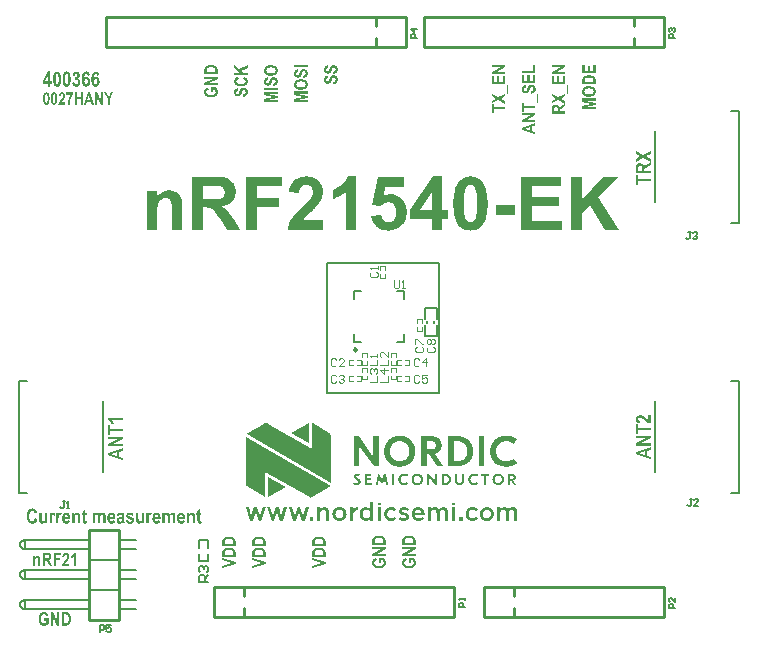
<source format=gto>
G04*
G04 #@! TF.GenerationSoftware,Altium Limited,Altium Designer,21.3.2 (30)*
G04*
G04 Layer_Color=65535*
%FSLAX24Y24*%
%MOIN*%
G70*
G04*
G04 #@! TF.SameCoordinates,F3A22827-C8A6-453D-B49C-89BDF9855147*
G04*
G04*
G04 #@! TF.FilePolarity,Positive*
G04*
G01*
G75*
%ADD10C,0.0098*%
%ADD11C,0.0049*%
%ADD12C,0.0060*%
%ADD13C,0.0079*%
%ADD14C,0.0050*%
%ADD15C,0.0059*%
%ADD16C,0.0100*%
G36*
X9655Y6582D02*
X9072Y6921D01*
X9655Y7254D01*
Y6582D01*
D02*
G37*
G36*
X16254Y6837D02*
X16280Y6836D01*
X16303Y6834D01*
X16327Y6832D01*
X16348Y6829D01*
X16371Y6825D01*
X16399Y6819D01*
X16427Y6811D01*
X16460Y6801D01*
X16485Y6791D01*
X16509Y6779D01*
X16520Y6774D01*
X16536Y6766D01*
X16554Y6756D01*
X16568Y6747D01*
X16584Y6737D01*
X16597Y6728D01*
X16492Y6569D01*
X16489Y6572D01*
X16469Y6585D01*
X16453Y6595D01*
X16434Y6604D01*
X16413Y6615D01*
X16393Y6623D01*
X16377Y6629D01*
X16355Y6636D01*
X16337Y6641D01*
X16322Y6644D01*
X16306Y6647D01*
X16288Y6649D01*
X16270Y6651D01*
X16257Y6651D01*
X16246Y6651D01*
X16236Y6651D01*
X16220Y6651D01*
X16208Y6650D01*
X16197Y6649D01*
X16181Y6647D01*
X16170Y6645D01*
X16158Y6643D01*
X16141Y6639D01*
X16124Y6634D01*
X16112Y6629D01*
X16099Y6625D01*
X16080Y6616D01*
X16066Y6609D01*
X16051Y6600D01*
X16033Y6588D01*
X16022Y6580D01*
X16008Y6568D01*
X15997Y6557D01*
X15984Y6543D01*
X15969Y6524D01*
X15958Y6509D01*
X15946Y6488D01*
X15938Y6473D01*
X15932Y6459D01*
X15926Y6441D01*
X15922Y6429D01*
X15917Y6413D01*
X15914Y6398D01*
X15911Y6379D01*
X15908Y6361D01*
X15907Y6342D01*
X15906Y6315D01*
X15908Y6290D01*
X15910Y6267D01*
X15914Y6244D01*
X15918Y6224D01*
X15925Y6202D01*
X15932Y6184D01*
X15941Y6162D01*
X15950Y6145D01*
X15965Y6122D01*
X15984Y6098D01*
X15997Y6083D01*
X16011Y6071D01*
X16026Y6058D01*
X16036Y6051D01*
X16045Y6044D01*
X16054Y6039D01*
X16069Y6030D01*
X16083Y6023D01*
X16102Y6015D01*
X16121Y6008D01*
X16139Y6002D01*
X16156Y5998D01*
X16179Y5994D01*
X16207Y5991D01*
X16235Y5989D01*
X16252Y5989D01*
X16279Y5991D01*
X16302Y5993D01*
X16321Y5997D01*
X16340Y6001D01*
X16361Y6007D01*
X16372Y6010D01*
X16390Y6016D01*
X16404Y6022D01*
X16433Y6036D01*
X16460Y6050D01*
X16479Y6062D01*
X16492Y6071D01*
X16597Y5913D01*
X16567Y5893D01*
X16540Y5877D01*
X16517Y5865D01*
X16491Y5853D01*
X16464Y5842D01*
X16438Y5833D01*
X16415Y5826D01*
X16402Y5823D01*
X16381Y5818D01*
X16360Y5814D01*
X16342Y5811D01*
X16322Y5808D01*
X16309Y5807D01*
X16291Y5805D01*
X16275Y5804D01*
X16248Y5804D01*
X16227Y5804D01*
X16205Y5805D01*
X16189Y5806D01*
X16173Y5807D01*
X16157Y5809D01*
X16141Y5811D01*
X16121Y5815D01*
X16106Y5818D01*
X16086Y5823D01*
X16069Y5827D01*
X16053Y5832D01*
X16036Y5837D01*
X16019Y5844D01*
X16002Y5851D01*
X15993Y5855D01*
X15974Y5864D01*
X15965Y5868D01*
X15934Y5886D01*
X15922Y5894D01*
X15910Y5902D01*
X15881Y5924D01*
X15862Y5941D01*
X15838Y5965D01*
X15822Y5983D01*
X15806Y6004D01*
X15794Y6021D01*
X15782Y6040D01*
X15772Y6057D01*
X15765Y6071D01*
X15753Y6096D01*
X15744Y6118D01*
X15737Y6137D01*
X15731Y6155D01*
X15726Y6172D01*
X15721Y6196D01*
X15716Y6219D01*
X15713Y6242D01*
X15711Y6263D01*
X15710Y6278D01*
X15709Y6299D01*
X15708Y6320D01*
X15709Y6341D01*
X15709Y6357D01*
X15711Y6375D01*
X15713Y6397D01*
X15715Y6411D01*
X15719Y6434D01*
X15722Y6449D01*
X15728Y6474D01*
X15736Y6500D01*
X15739Y6509D01*
X15746Y6528D01*
X15750Y6539D01*
X15755Y6550D01*
X15761Y6562D01*
X15767Y6575D01*
X15775Y6590D01*
X15786Y6607D01*
X15802Y6632D01*
X15824Y6659D01*
X15844Y6682D01*
X15865Y6701D01*
X15876Y6712D01*
X15892Y6725D01*
X15906Y6736D01*
X15919Y6744D01*
X15930Y6752D01*
X15941Y6759D01*
X15962Y6770D01*
X15972Y6776D01*
X15991Y6785D01*
X16009Y6793D01*
X16026Y6800D01*
X16043Y6806D01*
X16060Y6811D01*
X16077Y6816D01*
X16101Y6822D01*
X16125Y6827D01*
X16149Y6830D01*
X16173Y6833D01*
X16197Y6835D01*
X16214Y6836D01*
X16237Y6837D01*
X16254Y6837D01*
D02*
G37*
G36*
X11989Y5825D02*
X11821D01*
X11338Y6504D01*
Y5825D01*
X11157D01*
Y6816D01*
X11325D01*
X11808Y6135D01*
Y6816D01*
X11989D01*
Y5825D01*
D02*
G37*
G36*
X15513Y5825D02*
X15330D01*
Y6816D01*
X15513D01*
Y5825D01*
D02*
G37*
G36*
X13784Y6815D02*
X13801Y6815D01*
X13817Y6813D01*
X13839Y6810D01*
X13854Y6807D01*
X13872Y6803D01*
X13883Y6800D01*
X13903Y6794D01*
X13923Y6786D01*
X13940Y6777D01*
X13954Y6769D01*
X13964Y6763D01*
X13975Y6756D01*
X13989Y6745D01*
X13997Y6738D01*
X14009Y6726D01*
X14020Y6714D01*
X14029Y6703D01*
X14043Y6684D01*
X14053Y6666D01*
X14060Y6653D01*
X14065Y6641D01*
X14070Y6630D01*
X14073Y6620D01*
X14076Y6611D01*
X14080Y6597D01*
X14083Y6584D01*
X14085Y6572D01*
X14086Y6564D01*
X14088Y6548D01*
X14089Y6535D01*
X14089Y6524D01*
X14089Y6511D01*
X14089Y6499D01*
X14087Y6480D01*
X14085Y6463D01*
X14082Y6446D01*
X14079Y6433D01*
X14077Y6424D01*
X14074Y6414D01*
X14070Y6404D01*
X14064Y6388D01*
X14058Y6375D01*
X14050Y6361D01*
X14045Y6352D01*
X14037Y6340D01*
X14027Y6327D01*
X14016Y6314D01*
X14008Y6306D01*
X13994Y6293D01*
X13979Y6281D01*
X13967Y6273D01*
X13952Y6263D01*
X13943Y6258D01*
X13929Y6252D01*
X13917Y6246D01*
X13901Y6240D01*
X13890Y6237D01*
X13878Y6233D01*
X13867Y6230D01*
X13857Y6228D01*
X14150Y5825D01*
X13922D01*
X13653Y6220D01*
X13585D01*
Y5825D01*
X13404D01*
Y6816D01*
X13769D01*
X13784Y6815D01*
D02*
G37*
G36*
X14638Y6816D02*
X14659Y6815D01*
X14680Y6813D01*
X14701Y6811D01*
X14721Y6809D01*
X14749Y6804D01*
X14771Y6799D01*
X14785Y6795D01*
X14792Y6794D01*
X14806Y6789D01*
X14820Y6785D01*
X14835Y6780D01*
X14849Y6774D01*
X14864Y6768D01*
X14887Y6757D01*
X14903Y6748D01*
X14912Y6743D01*
X14920Y6738D01*
X14939Y6726D01*
X14949Y6719D01*
X14960Y6711D01*
X14972Y6702D01*
X14986Y6689D01*
X15007Y6670D01*
X15023Y6653D01*
X15036Y6637D01*
X15050Y6619D01*
X15061Y6601D01*
X15071Y6586D01*
X15084Y6561D01*
X15094Y6541D01*
X15102Y6523D01*
X15108Y6506D01*
X15115Y6483D01*
X15119Y6469D01*
X15124Y6449D01*
X15128Y6429D01*
X15132Y6410D01*
X15134Y6392D01*
X15135Y6380D01*
X15137Y6361D01*
X15137Y6349D01*
X15138Y6332D01*
X15138Y6314D01*
X15138Y6297D01*
X15137Y6280D01*
X15136Y6268D01*
X15134Y6249D01*
X15132Y6231D01*
X15129Y6213D01*
X15125Y6193D01*
X15123Y6187D01*
X15120Y6173D01*
X15116Y6159D01*
X15109Y6137D01*
X15103Y6121D01*
X15096Y6103D01*
X15087Y6084D01*
X15081Y6073D01*
X15066Y6047D01*
X15055Y6029D01*
X15041Y6010D01*
X15027Y5993D01*
X15011Y5974D01*
X14990Y5954D01*
X14978Y5944D01*
X14954Y5925D01*
X14933Y5910D01*
X14915Y5899D01*
X14898Y5889D01*
X14881Y5881D01*
X14866Y5874D01*
X14851Y5867D01*
X14836Y5861D01*
X14821Y5856D01*
X14800Y5849D01*
X14779Y5844D01*
X14757Y5839D01*
X14742Y5836D01*
X14727Y5833D01*
X14679Y5827D01*
X14644Y5825D01*
X14623Y5825D01*
X14306D01*
Y6816D01*
X14638Y6816D01*
D02*
G37*
G36*
X12716Y6836D02*
X12743Y6834D01*
X12766Y6832D01*
X12777Y6830D01*
X12800Y6826D01*
X12825Y6821D01*
X12850Y6815D01*
X12890Y6801D01*
X12904Y6795D01*
X12918Y6789D01*
X12934Y6782D01*
X12950Y6774D01*
X12967Y6764D01*
X12986Y6752D01*
X13007Y6738D01*
X13034Y6716D01*
X13058Y6695D01*
X13078Y6674D01*
X13095Y6654D01*
X13117Y6625D01*
X13137Y6595D01*
X13148Y6574D01*
X13157Y6556D01*
X13164Y6540D01*
X13170Y6526D01*
X13175Y6512D01*
X13180Y6500D01*
X13187Y6477D01*
X13190Y6465D01*
X13195Y6444D01*
X13197Y6434D01*
X13201Y6415D01*
X13203Y6396D01*
X13205Y6378D01*
X13206Y6369D01*
X13207Y6352D01*
X13208Y6336D01*
X13208Y6320D01*
X13208Y6303D01*
X13207Y6287D01*
X13206Y6270D01*
X13204Y6252D01*
X13202Y6234D01*
X13199Y6215D01*
X13197Y6205D01*
X13192Y6185D01*
X13190Y6174D01*
X13187Y6163D01*
X13183Y6152D01*
X13180Y6140D01*
X13175Y6128D01*
X13170Y6115D01*
X13164Y6100D01*
X13157Y6085D01*
X13149Y6068D01*
X13137Y6047D01*
X13129Y6033D01*
X13121Y6021D01*
X13107Y6001D01*
X13094Y5984D01*
X13076Y5964D01*
X13058Y5946D01*
X13043Y5932D01*
X13024Y5916D01*
X13005Y5902D01*
X12984Y5887D01*
X12965Y5875D01*
X12948Y5866D01*
X12931Y5858D01*
X12916Y5851D01*
X12902Y5844D01*
X12874Y5834D01*
X12860Y5829D01*
X12847Y5825D01*
X12834Y5822D01*
X12822Y5819D01*
X12809Y5816D01*
X12786Y5812D01*
X12774Y5810D01*
X12751Y5807D01*
X12740Y5806D01*
X12718Y5804D01*
X12697Y5804D01*
X12689Y5804D01*
X12667Y5804D01*
X12656Y5805D01*
X12636Y5806D01*
X12614Y5808D01*
X12603Y5810D01*
X12592Y5812D01*
X12580Y5814D01*
X12569Y5816D01*
X12557Y5818D01*
X12545Y5821D01*
X12534Y5825D01*
X12508Y5832D01*
X12495Y5837D01*
X12481Y5842D01*
X12467Y5848D01*
X12453Y5854D01*
X12437Y5862D01*
X12420Y5871D01*
X12403Y5882D01*
X12382Y5895D01*
X12358Y5913D01*
X12341Y5926D01*
X12318Y5948D01*
X12302Y5964D01*
X12289Y5979D01*
X12277Y5994D01*
X12265Y6011D01*
X12256Y6023D01*
X12241Y6047D01*
X12222Y6083D01*
X12215Y6099D01*
X12209Y6113D01*
X12200Y6138D01*
X12192Y6161D01*
X12187Y6182D01*
X12182Y6202D01*
X12177Y6231D01*
X12174Y6258D01*
X12172Y6276D01*
X12171Y6300D01*
X12171Y6320D01*
X12171Y6338D01*
X12172Y6362D01*
X12174Y6380D01*
X12177Y6406D01*
X12180Y6425D01*
X12184Y6444D01*
X12186Y6454D01*
X12191Y6475D01*
X12198Y6497D01*
X12202Y6509D01*
X12212Y6535D01*
X12218Y6549D01*
X12225Y6564D01*
X12235Y6582D01*
X12247Y6603D01*
X12265Y6630D01*
X12284Y6654D01*
X12306Y6681D01*
X12326Y6701D01*
X12346Y6718D01*
X12373Y6739D01*
X12395Y6754D01*
X12414Y6766D01*
X12431Y6775D01*
X12448Y6784D01*
X12478Y6797D01*
X12505Y6807D01*
X12530Y6815D01*
X12555Y6822D01*
X12579Y6827D01*
X12602Y6831D01*
X12624Y6833D01*
X12646Y6835D01*
X12667Y6837D01*
X12689Y6837D01*
X12716Y6836D01*
D02*
G37*
G36*
X11274Y5571D02*
X11284Y5571D01*
X11295Y5569D01*
X11308Y5567D01*
X11319Y5565D01*
X11329Y5563D01*
X11338Y5560D01*
X11348Y5557D01*
X11361Y5552D01*
X11376Y5545D01*
X11348Y5484D01*
X11340Y5488D01*
X11336Y5490D01*
X11333Y5491D01*
X11329Y5493D01*
X11324Y5495D01*
X11319Y5497D01*
X11315Y5498D01*
X11308Y5500D01*
X11303Y5502D01*
X11298Y5503D01*
X11291Y5504D01*
X11288Y5505D01*
X11283Y5506D01*
X11279Y5506D01*
X11275Y5507D01*
X11268Y5507D01*
X11264Y5506D01*
X11257Y5506D01*
X11254Y5505D01*
X11247Y5503D01*
X11244Y5502D01*
X11241Y5500D01*
X11238Y5498D01*
X11236Y5496D01*
X11234Y5493D01*
X11233Y5490D01*
X11232Y5486D01*
X11231Y5484D01*
X11231Y5481D01*
X11231Y5477D01*
X11232Y5474D01*
X11234Y5468D01*
X11237Y5462D01*
X11242Y5457D01*
X11247Y5452D01*
X11254Y5446D01*
X11291Y5420D01*
X11329Y5393D01*
X11335Y5389D01*
X11341Y5384D01*
X11346Y5380D01*
X11351Y5376D01*
X11353Y5373D01*
X11357Y5370D01*
X11361Y5365D01*
X11365Y5359D01*
X11370Y5352D01*
X11376Y5342D01*
X11380Y5330D01*
X11382Y5326D01*
X11383Y5322D01*
X11383Y5319D01*
X11384Y5313D01*
X11385Y5308D01*
X11386Y5302D01*
X11386Y5298D01*
X11386Y5293D01*
X11386Y5289D01*
X11385Y5284D01*
X11385Y5278D01*
X11384Y5275D01*
X11383Y5268D01*
X11381Y5261D01*
X11379Y5255D01*
X11377Y5249D01*
X11374Y5242D01*
X11369Y5234D01*
X11360Y5223D01*
X11355Y5218D01*
X11352Y5215D01*
X11347Y5212D01*
X11342Y5209D01*
X11335Y5205D01*
X11329Y5202D01*
X11325Y5200D01*
X11319Y5198D01*
X11313Y5196D01*
X11305Y5193D01*
X11295Y5191D01*
X11289Y5190D01*
X11281Y5190D01*
X11271Y5189D01*
X11261Y5189D01*
X11243Y5189D01*
X11232Y5190D01*
X11220Y5192D01*
X11206Y5195D01*
X11197Y5197D01*
X11180Y5202D01*
X11172Y5205D01*
X11165Y5208D01*
X11160Y5210D01*
X11152Y5214D01*
X11146Y5217D01*
X11140Y5221D01*
X11134Y5224D01*
X11164Y5286D01*
X11174Y5280D01*
X11179Y5277D01*
X11188Y5273D01*
X11196Y5269D01*
X11203Y5266D01*
X11212Y5263D01*
X11225Y5259D01*
X11233Y5257D01*
X11241Y5255D01*
X11249Y5254D01*
X11254Y5254D01*
X11260Y5254D01*
X11268Y5254D01*
X11273Y5254D01*
X11278Y5255D01*
X11286Y5257D01*
X11292Y5258D01*
X11296Y5261D01*
X11300Y5263D01*
X11303Y5265D01*
X11306Y5268D01*
X11309Y5272D01*
X11312Y5277D01*
X11313Y5279D01*
X11314Y5285D01*
X11314Y5289D01*
X11314Y5293D01*
X11314Y5298D01*
X11313Y5302D01*
X11312Y5305D01*
X11310Y5307D01*
X11308Y5311D01*
X11306Y5314D01*
X11302Y5319D01*
X11299Y5322D01*
X11294Y5327D01*
X11285Y5333D01*
X11277Y5339D01*
X11218Y5381D01*
X11216Y5383D01*
X11210Y5387D01*
X11205Y5391D01*
X11201Y5395D01*
X11196Y5400D01*
X11189Y5407D01*
X11184Y5412D01*
X11177Y5421D01*
X11174Y5426D01*
X11171Y5431D01*
X11168Y5437D01*
X11163Y5451D01*
X11163Y5454D01*
X11162Y5458D01*
X11161Y5465D01*
X11160Y5472D01*
X11160Y5481D01*
X11160Y5485D01*
X11161Y5491D01*
X11161Y5496D01*
X11163Y5504D01*
X11165Y5511D01*
X11167Y5516D01*
X11170Y5523D01*
X11174Y5530D01*
X11184Y5542D01*
X11186Y5544D01*
X11189Y5547D01*
X11194Y5551D01*
X11201Y5555D01*
X11209Y5559D01*
X11214Y5562D01*
X11221Y5564D01*
X11231Y5567D01*
X11240Y5569D01*
X11250Y5570D01*
X11259Y5571D01*
X11266Y5571D01*
X11274Y5571D01*
D02*
G37*
G36*
X15185Y5572D02*
X15195Y5571D01*
X15209Y5570D01*
X15223Y5567D01*
X15241Y5563D01*
X15256Y5558D01*
X15272Y5551D01*
X15275Y5549D01*
X15286Y5543D01*
X15293Y5539D01*
X15304Y5532D01*
X15265Y5473D01*
X15263Y5475D01*
X15256Y5479D01*
X15251Y5482D01*
X15244Y5486D01*
X15238Y5489D01*
X15232Y5492D01*
X15220Y5496D01*
X15211Y5499D01*
X15194Y5502D01*
X15180Y5503D01*
X15176Y5504D01*
X15166Y5504D01*
X15156Y5503D01*
X15148Y5502D01*
X15140Y5500D01*
X15131Y5498D01*
X15122Y5495D01*
X15113Y5491D01*
X15102Y5485D01*
X15096Y5480D01*
X15086Y5473D01*
X15076Y5463D01*
X15067Y5451D01*
X15061Y5440D01*
X15059Y5435D01*
X15056Y5428D01*
X15053Y5417D01*
X15051Y5410D01*
X15050Y5401D01*
X15049Y5394D01*
X15048Y5386D01*
X15048Y5378D01*
X15049Y5370D01*
X15050Y5360D01*
X15051Y5351D01*
X15054Y5339D01*
X15059Y5328D01*
X15063Y5320D01*
X15070Y5308D01*
X15080Y5295D01*
X15093Y5284D01*
X15103Y5277D01*
X15106Y5275D01*
X15114Y5271D01*
X15121Y5268D01*
X15128Y5265D01*
X15139Y5262D01*
X15145Y5261D01*
X15155Y5259D01*
X15164Y5259D01*
X15176Y5259D01*
X15186Y5259D01*
X15196Y5260D01*
X15212Y5264D01*
X15218Y5265D01*
X15222Y5267D01*
X15231Y5270D01*
X15238Y5273D01*
X15244Y5276D01*
X15252Y5281D01*
X15258Y5284D01*
X15265Y5289D01*
X15304Y5230D01*
X15299Y5227D01*
X15291Y5222D01*
X15278Y5214D01*
X15265Y5208D01*
X15251Y5203D01*
X15236Y5198D01*
X15231Y5197D01*
X15224Y5195D01*
X15214Y5193D01*
X15204Y5192D01*
X15190Y5190D01*
X15180Y5190D01*
X15170Y5190D01*
X15162Y5190D01*
X15152Y5191D01*
X15141Y5192D01*
X15129Y5194D01*
X15120Y5195D01*
X15108Y5199D01*
X15102Y5200D01*
X15093Y5204D01*
X15083Y5207D01*
X15073Y5212D01*
X15062Y5218D01*
X15049Y5226D01*
X15039Y5235D01*
X15032Y5241D01*
X15019Y5254D01*
X15010Y5264D01*
X15002Y5277D01*
X14999Y5283D01*
X14996Y5288D01*
X14994Y5293D01*
X14990Y5302D01*
X14986Y5313D01*
X14982Y5326D01*
X14979Y5338D01*
X14977Y5350D01*
X14976Y5357D01*
X14975Y5368D01*
X14975Y5376D01*
X14975Y5384D01*
X14975Y5391D01*
X14975Y5396D01*
X14976Y5407D01*
X14977Y5415D01*
X14979Y5423D01*
X14981Y5432D01*
X14985Y5447D01*
X14987Y5454D01*
X14991Y5462D01*
X14994Y5470D01*
X15000Y5481D01*
X15004Y5487D01*
X15010Y5496D01*
X15025Y5515D01*
X15037Y5526D01*
X15043Y5531D01*
X15048Y5535D01*
X15057Y5541D01*
X15065Y5546D01*
X15072Y5550D01*
X15079Y5553D01*
X15086Y5556D01*
X15094Y5559D01*
X15102Y5562D01*
X15108Y5564D01*
X15116Y5566D01*
X15124Y5567D01*
X15132Y5569D01*
X15144Y5571D01*
X15156Y5572D01*
X15173Y5572D01*
X15185Y5572D01*
D02*
G37*
G36*
X12855Y5571D02*
X12866Y5570D01*
X12880Y5569D01*
X12894Y5566D01*
X12912Y5562D01*
X12927Y5557D01*
X12942Y5550D01*
X12946Y5548D01*
X12957Y5542D01*
X12964Y5538D01*
X12975Y5531D01*
X12936Y5472D01*
X12933Y5474D01*
X12927Y5478D01*
X12921Y5481D01*
X12915Y5485D01*
X12909Y5488D01*
X12903Y5490D01*
X12891Y5495D01*
X12882Y5498D01*
X12865Y5501D01*
X12851Y5502D01*
X12846Y5502D01*
X12837Y5502D01*
X12827Y5502D01*
X12819Y5500D01*
X12810Y5499D01*
X12802Y5497D01*
X12793Y5494D01*
X12784Y5489D01*
X12773Y5484D01*
X12766Y5479D01*
X12757Y5472D01*
X12747Y5461D01*
X12738Y5449D01*
X12732Y5439D01*
X12730Y5433D01*
X12727Y5426D01*
X12724Y5416D01*
X12722Y5408D01*
X12720Y5400D01*
X12720Y5393D01*
X12719Y5385D01*
X12719Y5377D01*
X12719Y5369D01*
X12721Y5358D01*
X12722Y5350D01*
X12725Y5338D01*
X12729Y5327D01*
X12733Y5319D01*
X12741Y5307D01*
X12750Y5294D01*
X12763Y5283D01*
X12774Y5276D01*
X12777Y5274D01*
X12785Y5270D01*
X12792Y5267D01*
X12799Y5264D01*
X12809Y5261D01*
X12816Y5260D01*
X12826Y5258D01*
X12834Y5258D01*
X12847Y5257D01*
X12856Y5258D01*
X12866Y5259D01*
X12883Y5263D01*
X12888Y5264D01*
X12892Y5265D01*
X12902Y5269D01*
X12909Y5272D01*
X12915Y5275D01*
X12923Y5280D01*
X12929Y5283D01*
X12936Y5288D01*
X12975Y5229D01*
X12970Y5226D01*
X12962Y5221D01*
X12949Y5213D01*
X12936Y5207D01*
X12922Y5202D01*
X12907Y5197D01*
X12902Y5196D01*
X12894Y5194D01*
X12885Y5192D01*
X12874Y5190D01*
X12861Y5189D01*
X12851Y5189D01*
X12841Y5189D01*
X12832Y5189D01*
X12823Y5189D01*
X12811Y5191D01*
X12800Y5193D01*
X12791Y5194D01*
X12779Y5197D01*
X12773Y5199D01*
X12764Y5202D01*
X12754Y5206D01*
X12744Y5211D01*
X12733Y5217D01*
X12720Y5225D01*
X12710Y5234D01*
X12702Y5240D01*
X12690Y5252D01*
X12681Y5263D01*
X12673Y5276D01*
X12670Y5282D01*
X12667Y5287D01*
X12664Y5292D01*
X12661Y5301D01*
X12656Y5312D01*
X12652Y5325D01*
X12650Y5337D01*
X12648Y5348D01*
X12647Y5356D01*
X12646Y5367D01*
X12646Y5374D01*
X12646Y5383D01*
X12646Y5390D01*
X12646Y5395D01*
X12647Y5406D01*
X12648Y5413D01*
X12650Y5422D01*
X12651Y5431D01*
X12656Y5446D01*
X12658Y5453D01*
X12661Y5461D01*
X12665Y5469D01*
X12671Y5480D01*
X12674Y5486D01*
X12680Y5495D01*
X12696Y5514D01*
X12708Y5525D01*
X12714Y5530D01*
X12719Y5534D01*
X12728Y5540D01*
X12736Y5544D01*
X12743Y5548D01*
X12750Y5552D01*
X12757Y5555D01*
X12765Y5558D01*
X12773Y5561D01*
X12779Y5562D01*
X12787Y5564D01*
X12794Y5566D01*
X12803Y5568D01*
X12815Y5569D01*
X12827Y5571D01*
X12844Y5571D01*
X12855Y5571D01*
D02*
G37*
G36*
X12293Y5197D02*
X12225D01*
X12190Y5434D01*
X12119Y5251D01*
X12070D01*
X11999Y5434D01*
X11964Y5197D01*
X11896D01*
X11962Y5564D01*
X12011D01*
X12094Y5356D01*
X12178Y5564D01*
X12227D01*
X12293Y5197D01*
D02*
G37*
G36*
X13920Y5197D02*
X13858D01*
X13679Y5448D01*
Y5197D01*
X13612D01*
Y5563D01*
X13674D01*
X13853Y5311D01*
Y5563D01*
X13920D01*
Y5197D01*
D02*
G37*
G36*
X14836Y5342D02*
X14836Y5334D01*
X14835Y5324D01*
X14834Y5315D01*
X14832Y5303D01*
X14829Y5291D01*
X14827Y5283D01*
X14823Y5273D01*
X14818Y5262D01*
X14812Y5252D01*
X14806Y5243D01*
X14799Y5234D01*
X14783Y5220D01*
X14777Y5215D01*
X14769Y5211D01*
X14761Y5206D01*
X14755Y5204D01*
X14745Y5200D01*
X14734Y5196D01*
X14725Y5194D01*
X14714Y5192D01*
X14705Y5191D01*
X14696Y5191D01*
X14686Y5190D01*
X14672Y5191D01*
X14662Y5192D01*
X14652Y5193D01*
X14643Y5195D01*
X14634Y5197D01*
X14625Y5200D01*
X14615Y5203D01*
X14604Y5209D01*
X14595Y5214D01*
X14580Y5225D01*
X14565Y5240D01*
X14557Y5252D01*
X14553Y5259D01*
X14549Y5267D01*
X14545Y5275D01*
X14541Y5287D01*
X14539Y5296D01*
X14536Y5311D01*
X14534Y5322D01*
X14534Y5332D01*
X14533Y5342D01*
Y5564D01*
X14604D01*
Y5346D01*
X14604Y5344D01*
X14605Y5331D01*
X14607Y5320D01*
X14610Y5311D01*
X14613Y5302D01*
X14618Y5294D01*
X14623Y5287D01*
X14629Y5281D01*
X14640Y5271D01*
X14648Y5267D01*
X14657Y5264D01*
X14668Y5261D01*
X14675Y5260D01*
X14683Y5260D01*
X14693Y5260D01*
X14699Y5261D01*
X14709Y5263D01*
X14718Y5266D01*
X14726Y5270D01*
X14733Y5274D01*
X14744Y5284D01*
X14750Y5292D01*
X14755Y5300D01*
X14759Y5311D01*
X14762Y5319D01*
X14764Y5328D01*
X14765Y5340D01*
X14765Y5346D01*
Y5564D01*
X14836D01*
Y5342D01*
D02*
G37*
G36*
X8252Y7262D02*
X8261Y7261D01*
X8270Y7259D01*
X8282Y7256D01*
X8290Y7253D01*
X8302Y7247D01*
X8315Y7241D01*
X9756Y6407D01*
Y7257D01*
X9767Y7253D01*
X9779Y7248D01*
X9786Y7245D01*
X10332Y6928D01*
X10341Y6923D01*
X10355Y6913D01*
X10366Y6903D01*
X10383Y6883D01*
X10394Y6867D01*
X10403Y6847D01*
X10408Y6831D01*
X10411Y6816D01*
X10413Y6803D01*
X10413Y6790D01*
Y5257D01*
X7590Y6887D01*
X7593Y6891D01*
X7601Y6900D01*
X7609Y6907D01*
X7616Y6914D01*
X7627Y6922D01*
X7639Y6930D01*
X8173Y7240D01*
X8183Y7245D01*
X8192Y7249D01*
X8199Y7252D01*
X8211Y7256D01*
X8219Y7258D01*
X8229Y7260D01*
X8235Y7261D01*
X8243Y7262D01*
X8252Y7262D01*
D02*
G37*
G36*
X16453Y5564D02*
X16460Y5563D01*
X16470Y5562D01*
X16485Y5558D01*
X16497Y5553D01*
X16506Y5548D01*
X16518Y5540D01*
X16524Y5536D01*
X16536Y5524D01*
X16541Y5516D01*
X16546Y5507D01*
X16549Y5500D01*
X16552Y5492D01*
X16556Y5477D01*
X16557Y5470D01*
X16558Y5458D01*
X16558Y5450D01*
X16558Y5443D01*
X16557Y5435D01*
X16556Y5428D01*
X16554Y5419D01*
X16550Y5408D01*
X16547Y5401D01*
X16542Y5393D01*
X16533Y5381D01*
X16523Y5371D01*
X16515Y5365D01*
X16505Y5359D01*
X16491Y5353D01*
X16480Y5349D01*
X16472Y5347D01*
X16581Y5198D01*
X16496D01*
X16397Y5344D01*
X16372D01*
Y5198D01*
X16305D01*
Y5564D01*
X16440D01*
X16453Y5564D01*
D02*
G37*
G36*
X14214Y5564D02*
X14224Y5564D01*
X14237Y5562D01*
X14244Y5561D01*
X14252Y5559D01*
X14262Y5557D01*
X14271Y5555D01*
X14279Y5552D01*
X14284Y5550D01*
X14298Y5544D01*
X14307Y5539D01*
X14313Y5536D01*
X14324Y5529D01*
X14332Y5522D01*
X14338Y5518D01*
X14345Y5510D01*
X14358Y5497D01*
X14365Y5485D01*
X14374Y5470D01*
X14378Y5463D01*
X14382Y5453D01*
X14385Y5444D01*
X14387Y5436D01*
X14389Y5426D01*
X14391Y5419D01*
X14393Y5405D01*
X14393Y5396D01*
X14394Y5383D01*
X14394Y5375D01*
X14393Y5364D01*
X14392Y5355D01*
X14391Y5344D01*
X14389Y5336D01*
X14386Y5321D01*
X14381Y5307D01*
X14377Y5297D01*
X14373Y5290D01*
X14367Y5280D01*
X14363Y5273D01*
X14349Y5256D01*
X14335Y5242D01*
X14318Y5229D01*
X14299Y5218D01*
X14285Y5212D01*
X14269Y5207D01*
X14255Y5203D01*
X14243Y5201D01*
X14237Y5200D01*
X14221Y5198D01*
X14203Y5198D01*
X14086D01*
Y5564D01*
X14203D01*
X14214Y5564D01*
D02*
G37*
G36*
X15680Y5502D02*
X15580D01*
Y5198D01*
X15513D01*
Y5502D01*
X15413D01*
Y5564D01*
X15680D01*
Y5502D01*
D02*
G37*
G36*
X12510Y5197D02*
X12440D01*
Y5563D01*
X12510D01*
Y5197D01*
D02*
G37*
G36*
X11750Y5500D02*
X11600D01*
Y5427D01*
X11737D01*
Y5365D01*
X11600D01*
Y5259D01*
X11752D01*
Y5197D01*
X11532D01*
Y5563D01*
X11750D01*
Y5500D01*
D02*
G37*
G36*
X15987Y5572D02*
X16000Y5571D01*
X16008Y5570D01*
X16017Y5569D01*
X16026Y5567D01*
X16035Y5564D01*
X16044Y5561D01*
X16060Y5555D01*
X16072Y5549D01*
X16078Y5545D01*
X16085Y5541D01*
X16093Y5536D01*
X16103Y5528D01*
X16109Y5523D01*
X16115Y5517D01*
X16126Y5504D01*
X16131Y5498D01*
X16136Y5491D01*
X16141Y5483D01*
X16145Y5475D01*
X16151Y5463D01*
X16155Y5453D01*
X16158Y5444D01*
X16161Y5435D01*
X16163Y5427D01*
X16164Y5420D01*
X16166Y5406D01*
X16167Y5393D01*
X16167Y5378D01*
X16166Y5356D01*
X16163Y5339D01*
X16162Y5331D01*
X16158Y5319D01*
X16155Y5310D01*
X16151Y5300D01*
X16145Y5288D01*
X16141Y5280D01*
X16135Y5271D01*
X16129Y5263D01*
X16123Y5254D01*
X16115Y5246D01*
X16106Y5237D01*
X16092Y5226D01*
X16084Y5221D01*
X16077Y5217D01*
X16065Y5210D01*
X16054Y5205D01*
X16044Y5201D01*
X16034Y5198D01*
X16024Y5196D01*
X16011Y5193D01*
X16002Y5192D01*
X15990Y5191D01*
X15982Y5190D01*
X15963Y5190D01*
X15956Y5191D01*
X15947Y5192D01*
X15935Y5194D01*
X15922Y5197D01*
X15913Y5199D01*
X15898Y5204D01*
X15888Y5209D01*
X15876Y5215D01*
X15869Y5219D01*
X15861Y5224D01*
X15852Y5231D01*
X15844Y5238D01*
X15836Y5245D01*
X15830Y5252D01*
X15821Y5262D01*
X15815Y5271D01*
X15810Y5280D01*
X15803Y5293D01*
X15798Y5304D01*
X15794Y5314D01*
X15792Y5322D01*
X15789Y5334D01*
X15786Y5345D01*
X15785Y5355D01*
X15783Y5380D01*
X15784Y5388D01*
X15784Y5400D01*
X15786Y5416D01*
X15789Y5431D01*
X15792Y5443D01*
X15795Y5451D01*
X15801Y5466D01*
X15807Y5478D01*
X15812Y5486D01*
X15818Y5496D01*
X15825Y5505D01*
X15837Y5519D01*
X15845Y5526D01*
X15852Y5532D01*
X15859Y5537D01*
X15867Y5542D01*
X15874Y5546D01*
X15880Y5550D01*
X15897Y5558D01*
X15907Y5561D01*
X15921Y5566D01*
X15930Y5568D01*
X15939Y5569D01*
X15951Y5571D01*
X15959Y5572D01*
X15971Y5572D01*
X15979D01*
X15987Y5572D01*
D02*
G37*
G36*
X13291Y5571D02*
X13303Y5570D01*
X13312Y5569D01*
X13320Y5567D01*
X13329Y5565D01*
X13339Y5563D01*
X13348Y5560D01*
X13364Y5553D01*
X13376Y5548D01*
X13382Y5544D01*
X13389Y5540D01*
X13397Y5534D01*
X13407Y5526D01*
X13413Y5522D01*
X13419Y5515D01*
X13430Y5503D01*
X13435Y5496D01*
X13440Y5489D01*
X13445Y5481D01*
X13449Y5474D01*
X13455Y5462D01*
X13459Y5451D01*
X13462Y5442D01*
X13465Y5434D01*
X13466Y5426D01*
X13468Y5419D01*
X13470Y5405D01*
X13471Y5392D01*
X13471Y5376D01*
X13470Y5355D01*
X13467Y5337D01*
X13466Y5330D01*
X13462Y5318D01*
X13459Y5309D01*
X13455Y5298D01*
X13449Y5286D01*
X13445Y5279D01*
X13439Y5269D01*
X13433Y5261D01*
X13427Y5253D01*
X13419Y5244D01*
X13410Y5236D01*
X13396Y5225D01*
X13388Y5220D01*
X13381Y5215D01*
X13369Y5209D01*
X13358Y5204D01*
X13348Y5200D01*
X13338Y5197D01*
X13328Y5194D01*
X13315Y5192D01*
X13306Y5190D01*
X13294Y5189D01*
X13286Y5189D01*
X13267Y5189D01*
X13259Y5190D01*
X13251Y5190D01*
X13239Y5192D01*
X13226Y5195D01*
X13217Y5198D01*
X13202Y5203D01*
X13191Y5208D01*
X13180Y5214D01*
X13173Y5218D01*
X13165Y5223D01*
X13156Y5229D01*
X13148Y5236D01*
X13140Y5244D01*
X13134Y5251D01*
X13125Y5261D01*
X13119Y5269D01*
X13114Y5278D01*
X13106Y5292D01*
X13102Y5303D01*
X13098Y5312D01*
X13096Y5321D01*
X13092Y5333D01*
X13090Y5343D01*
X13089Y5354D01*
X13087Y5379D01*
X13087Y5386D01*
X13088Y5399D01*
X13090Y5415D01*
X13093Y5429D01*
X13096Y5441D01*
X13099Y5450D01*
X13105Y5465D01*
X13111Y5477D01*
X13116Y5484D01*
X13122Y5494D01*
X13129Y5504D01*
X13141Y5517D01*
X13149Y5525D01*
X13156Y5530D01*
X13163Y5535D01*
X13171Y5541D01*
X13177Y5545D01*
X13184Y5548D01*
X13201Y5556D01*
X13211Y5560D01*
X13225Y5564D01*
X13234Y5566D01*
X13243Y5568D01*
X13255Y5570D01*
X13263Y5571D01*
X13275Y5571D01*
X13283D01*
X13291Y5571D01*
D02*
G37*
G36*
X8899Y5124D02*
X8316Y4787D01*
X8315Y5461D01*
X8899Y5124D01*
D02*
G37*
G36*
X10387Y5156D02*
X9761Y4787D01*
X9754Y4783D01*
X9750Y4781D01*
X9745Y4779D01*
X9740Y4777D01*
X9734Y4775D01*
X9730Y4774D01*
X9727Y4774D01*
X9723Y4774D01*
X9718Y4774D01*
X9714Y4775D01*
X9709Y4776D01*
X9704Y4779D01*
X9699Y4781D01*
X9696Y4782D01*
X8215Y5635D01*
X8215Y4784D01*
X7601Y5143D01*
X7588Y5151D01*
X7581Y5158D01*
X7574Y5166D01*
X7567Y5176D01*
X7563Y5188D01*
X7560Y5198D01*
X7557Y5210D01*
X7557Y5217D01*
X7557Y6789D01*
X10387Y5156D01*
D02*
G37*
G36*
X14548Y4512D02*
X14440D01*
Y4608D01*
X14548D01*
Y4512D01*
D02*
G37*
G36*
X12059D02*
X11951D01*
Y4608D01*
X12059D01*
Y4512D01*
D02*
G37*
G36*
X10197Y4453D02*
X10208Y4452D01*
X10218Y4451D01*
X10229Y4448D01*
X10242Y4444D01*
X10250Y4441D01*
X10257Y4438D01*
X10266Y4433D01*
X10274Y4429D01*
X10280Y4424D01*
X10288Y4417D01*
X10297Y4409D01*
X10300Y4405D01*
X10307Y4396D01*
X10310Y4391D01*
X10317Y4381D01*
X10321Y4374D01*
X10325Y4363D01*
X10328Y4356D01*
X10330Y4349D01*
X10333Y4340D01*
X10335Y4328D01*
X10337Y4319D01*
X10338Y4310D01*
X10338Y4300D01*
X10339Y4287D01*
X10339Y4005D01*
X10238D01*
Y4255D01*
X10238Y4260D01*
X10238Y4266D01*
X10237Y4273D01*
X10237Y4277D01*
X10236Y4284D01*
X10234Y4291D01*
X10233Y4296D01*
X10231Y4304D01*
X10228Y4310D01*
X10225Y4316D01*
X10223Y4320D01*
X10219Y4327D01*
X10214Y4333D01*
X10209Y4338D01*
X10203Y4344D01*
X10196Y4349D01*
X10194Y4350D01*
X10190Y4352D01*
X10183Y4355D01*
X10177Y4357D01*
X10167Y4360D01*
X10161Y4361D01*
X10153Y4362D01*
X10145Y4362D01*
X10137Y4362D01*
X10127Y4361D01*
X10122Y4360D01*
X10115Y4359D01*
X10107Y4356D01*
X10101Y4354D01*
X10094Y4350D01*
X10087Y4346D01*
X10078Y4339D01*
X10073Y4334D01*
X10067Y4327D01*
X10062Y4320D01*
X10057Y4310D01*
X10053Y4301D01*
X10050Y4292D01*
X10047Y4281D01*
X10046Y4271D01*
X10045Y4263D01*
X10045Y4254D01*
X10045Y4005D01*
X9944D01*
Y4445D01*
X10045D01*
Y4377D01*
X10047Y4380D01*
X10050Y4385D01*
X10054Y4390D01*
X10059Y4395D01*
X10063Y4400D01*
X10068Y4406D01*
X10074Y4412D01*
X10080Y4417D01*
X10084Y4421D01*
X10089Y4424D01*
X10096Y4430D01*
X10105Y4435D01*
X10111Y4438D01*
X10119Y4441D01*
X10128Y4445D01*
X10136Y4448D01*
X10146Y4450D01*
X10154Y4452D01*
X10163Y4453D01*
X10177Y4454D01*
X10185Y4454D01*
X10197Y4453D01*
D02*
G37*
G36*
X16469Y4454D02*
X16477Y4453D01*
X16483Y4453D01*
X16489Y4452D01*
X16497Y4450D01*
X16503Y4449D01*
X16511Y4447D01*
X16517Y4445D01*
X16525Y4443D01*
X16532Y4439D01*
X16539Y4436D01*
X16544Y4433D01*
X16551Y4429D01*
X16555Y4426D01*
X16564Y4419D01*
X16569Y4414D01*
X16574Y4408D01*
X16577Y4405D01*
X16581Y4400D01*
X16586Y4394D01*
X16588Y4390D01*
X16591Y4384D01*
X16597Y4374D01*
X16600Y4367D01*
X16604Y4355D01*
X16607Y4346D01*
X16608Y4339D01*
X16610Y4329D01*
X16612Y4319D01*
X16613Y4310D01*
X16614Y4298D01*
X16614Y4285D01*
Y4005D01*
X16513D01*
Y4255D01*
X16513Y4262D01*
X16513Y4269D01*
X16512Y4277D01*
X16511Y4284D01*
X16509Y4292D01*
X16507Y4300D01*
X16505Y4306D01*
X16502Y4314D01*
X16500Y4319D01*
X16496Y4326D01*
X16492Y4332D01*
X16488Y4337D01*
X16482Y4343D01*
X16477Y4347D01*
X16472Y4350D01*
X16466Y4353D01*
X16460Y4356D01*
X16452Y4358D01*
X16446Y4360D01*
X16440Y4361D01*
X16431Y4362D01*
X16424Y4362D01*
X16414Y4362D01*
X16408Y4361D01*
X16402Y4360D01*
X16393Y4358D01*
X16385Y4355D01*
X16379Y4352D01*
X16373Y4348D01*
X16365Y4343D01*
X16360Y4338D01*
X16356Y4334D01*
X16353Y4330D01*
X16350Y4326D01*
X16347Y4321D01*
X16343Y4315D01*
X16340Y4309D01*
X16337Y4302D01*
X16335Y4296D01*
X16334Y4290D01*
X16332Y4280D01*
X16331Y4273D01*
X16330Y4263D01*
X16330Y4253D01*
Y4005D01*
X16229D01*
X16229Y4258D01*
X16229Y4264D01*
X16228Y4271D01*
X16227Y4279D01*
X16226Y4287D01*
X16224Y4297D01*
X16222Y4305D01*
X16219Y4311D01*
X16217Y4317D01*
X16214Y4322D01*
X16210Y4328D01*
X16206Y4333D01*
X16201Y4339D01*
X16197Y4343D01*
X16192Y4347D01*
X16186Y4350D01*
X16182Y4353D01*
X16176Y4356D01*
X16169Y4358D01*
X16161Y4360D01*
X16154Y4361D01*
X16147Y4362D01*
X16140Y4362D01*
X16132Y4362D01*
X16126Y4361D01*
X16119Y4360D01*
X16113Y4358D01*
X16107Y4357D01*
X16101Y4354D01*
X16094Y4351D01*
X16089Y4348D01*
X16083Y4344D01*
X16078Y4339D01*
X16076Y4337D01*
X16071Y4332D01*
X16066Y4326D01*
X16062Y4319D01*
X16058Y4312D01*
X16055Y4305D01*
X16052Y4298D01*
X16050Y4291D01*
X16049Y4285D01*
X16048Y4282D01*
X16047Y4276D01*
X16046Y4270D01*
X16046Y4262D01*
X16046Y4253D01*
Y4005D01*
X15945D01*
Y4445D01*
X16046D01*
Y4378D01*
X16050Y4384D01*
X16055Y4390D01*
X16059Y4395D01*
X16065Y4402D01*
X16071Y4408D01*
X16077Y4414D01*
X16085Y4421D01*
X16091Y4426D01*
X16098Y4431D01*
X16104Y4434D01*
X16110Y4438D01*
X16117Y4441D01*
X16123Y4444D01*
X16130Y4446D01*
X16142Y4450D01*
X16151Y4451D01*
X16161Y4453D01*
X16171Y4454D01*
X16182Y4454D01*
X16192Y4453D01*
X16198Y4453D01*
X16207Y4452D01*
X16217Y4450D01*
X16227Y4447D01*
X16232Y4446D01*
X16239Y4443D01*
X16245Y4441D01*
X16256Y4435D01*
X16262Y4431D01*
X16272Y4425D01*
X16277Y4421D01*
X16285Y4413D01*
X16292Y4406D01*
X16299Y4397D01*
X16302Y4392D01*
X16308Y4383D01*
X16311Y4376D01*
X16315Y4381D01*
X16320Y4387D01*
X16327Y4395D01*
X16332Y4400D01*
X16337Y4406D01*
X16344Y4411D01*
X16351Y4417D01*
X16356Y4421D01*
X16365Y4428D01*
X16372Y4431D01*
X16376Y4434D01*
X16383Y4438D01*
X16389Y4440D01*
X16402Y4445D01*
X16406Y4446D01*
X16420Y4450D01*
X16426Y4451D01*
X16434Y4452D01*
X16440Y4453D01*
X16447Y4453D01*
X16459Y4454D01*
X16469Y4454D01*
D02*
G37*
G36*
X14158D02*
X14166Y4453D01*
X14172Y4453D01*
X14178Y4452D01*
X14186Y4450D01*
X14192Y4449D01*
X14200Y4447D01*
X14206Y4445D01*
X14214Y4443D01*
X14221Y4439D01*
X14228Y4436D01*
X14233Y4433D01*
X14240Y4429D01*
X14244Y4426D01*
X14253Y4419D01*
X14258Y4414D01*
X14263Y4408D01*
X14266Y4405D01*
X14270Y4400D01*
X14275Y4394D01*
X14277Y4390D01*
X14280Y4384D01*
X14286Y4374D01*
X14289Y4367D01*
X14293Y4355D01*
X14296Y4346D01*
X14298Y4339D01*
X14299Y4329D01*
X14301Y4319D01*
X14302Y4310D01*
X14303Y4298D01*
X14303Y4285D01*
Y4005D01*
X14202D01*
Y4255D01*
X14202Y4262D01*
X14202Y4269D01*
X14201Y4277D01*
X14200Y4284D01*
X14199Y4292D01*
X14196Y4300D01*
X14195Y4306D01*
X14192Y4314D01*
X14189Y4319D01*
X14185Y4326D01*
X14181Y4332D01*
X14177Y4337D01*
X14171Y4343D01*
X14166Y4347D01*
X14161Y4350D01*
X14155Y4353D01*
X14149Y4356D01*
X14141Y4358D01*
X14135Y4360D01*
X14129Y4361D01*
X14120Y4362D01*
X14113Y4362D01*
X14103Y4362D01*
X14097Y4361D01*
X14091Y4360D01*
X14082Y4358D01*
X14074Y4355D01*
X14068Y4352D01*
X14062Y4348D01*
X14054Y4343D01*
X14049Y4338D01*
X14045Y4334D01*
X14042Y4330D01*
X14039Y4326D01*
X14036Y4321D01*
X14032Y4315D01*
X14029Y4309D01*
X14026Y4302D01*
X14025Y4296D01*
X14023Y4290D01*
X14021Y4280D01*
X14020Y4273D01*
X14019Y4263D01*
X14019Y4253D01*
Y4005D01*
X13918D01*
X13918Y4258D01*
X13918Y4264D01*
X13917Y4271D01*
X13917Y4279D01*
X13915Y4287D01*
X13913Y4297D01*
X13911Y4305D01*
X13908Y4311D01*
X13906Y4317D01*
X13903Y4322D01*
X13899Y4328D01*
X13895Y4333D01*
X13890Y4339D01*
X13886Y4343D01*
X13881Y4347D01*
X13876Y4350D01*
X13871Y4353D01*
X13865Y4356D01*
X13859Y4358D01*
X13850Y4360D01*
X13843Y4361D01*
X13836Y4362D01*
X13829Y4362D01*
X13821Y4362D01*
X13815Y4361D01*
X13808Y4360D01*
X13802Y4358D01*
X13796Y4357D01*
X13790Y4354D01*
X13783Y4351D01*
X13778Y4348D01*
X13772Y4344D01*
X13767Y4339D01*
X13765Y4337D01*
X13760Y4332D01*
X13755Y4326D01*
X13751Y4319D01*
X13747Y4312D01*
X13744Y4305D01*
X13741Y4298D01*
X13739Y4291D01*
X13738Y4285D01*
X13737Y4282D01*
X13736Y4276D01*
X13736Y4270D01*
X13735Y4262D01*
X13735Y4253D01*
Y4005D01*
X13634D01*
Y4445D01*
X13735D01*
Y4378D01*
X13739Y4384D01*
X13744Y4390D01*
X13748Y4395D01*
X13754Y4402D01*
X13760Y4408D01*
X13766Y4414D01*
X13774Y4421D01*
X13780Y4426D01*
X13787Y4431D01*
X13793Y4434D01*
X13800Y4438D01*
X13806Y4441D01*
X13812Y4444D01*
X13819Y4446D01*
X13831Y4450D01*
X13840Y4451D01*
X13850Y4453D01*
X13860Y4454D01*
X13871Y4454D01*
X13881Y4453D01*
X13887Y4453D01*
X13896Y4452D01*
X13906Y4450D01*
X13916Y4447D01*
X13921Y4446D01*
X13928Y4443D01*
X13934Y4441D01*
X13945Y4435D01*
X13952Y4431D01*
X13961Y4425D01*
X13966Y4421D01*
X13974Y4413D01*
X13981Y4406D01*
X13988Y4397D01*
X13991Y4392D01*
X13997Y4383D01*
X14001Y4376D01*
X14004Y4381D01*
X14009Y4387D01*
X14016Y4395D01*
X14021Y4400D01*
X14026Y4406D01*
X14033Y4411D01*
X14040Y4417D01*
X14045Y4421D01*
X14055Y4428D01*
X14061Y4431D01*
X14065Y4434D01*
X14073Y4438D01*
X14079Y4440D01*
X14091Y4445D01*
X14096Y4446D01*
X14109Y4450D01*
X14115Y4451D01*
X14123Y4452D01*
X14129Y4453D01*
X14136Y4453D01*
X14148Y4454D01*
X14158Y4454D01*
D02*
G37*
G36*
X11810Y4221D02*
X11710Y4221D01*
X11710Y4232D01*
X11710Y4242D01*
X11709Y4250D01*
X11707Y4260D01*
X11705Y4269D01*
X11701Y4281D01*
X11698Y4288D01*
X11695Y4295D01*
X11691Y4302D01*
X11686Y4310D01*
X11679Y4319D01*
X11671Y4329D01*
X11665Y4334D01*
X11659Y4340D01*
X11652Y4345D01*
X11642Y4351D01*
X11630Y4357D01*
X11621Y4360D01*
X11611Y4363D01*
X11601Y4365D01*
X11590Y4366D01*
X11576Y4366D01*
X11569Y4366D01*
X11561Y4364D01*
X11552Y4363D01*
X11541Y4359D01*
X11529Y4354D01*
X11521Y4350D01*
X11511Y4344D01*
X11503Y4337D01*
X11494Y4329D01*
X11487Y4321D01*
X11482Y4315D01*
X11475Y4304D01*
X11471Y4294D01*
X11465Y4281D01*
X11462Y4271D01*
X11460Y4261D01*
X11458Y4253D01*
X11457Y4240D01*
X11456Y4229D01*
X11456Y4217D01*
X11457Y4205D01*
X11459Y4196D01*
X11460Y4186D01*
X11463Y4176D01*
X11467Y4164D01*
X11472Y4153D01*
X11476Y4146D01*
X11480Y4140D01*
X11485Y4132D01*
X11491Y4125D01*
X11499Y4116D01*
X11507Y4110D01*
X11515Y4104D01*
X11524Y4098D01*
X11535Y4093D01*
X11542Y4090D01*
X11549Y4088D01*
X11558Y4085D01*
X11569Y4084D01*
X11576Y4083D01*
X11588Y4083D01*
X11598Y4084D01*
X11608Y4086D01*
X11617Y4088D01*
X11628Y4092D01*
X11638Y4096D01*
X11646Y4100D01*
X11653Y4105D01*
X11659Y4110D01*
X11667Y4117D01*
X11675Y4124D01*
X11682Y4134D01*
X11689Y4143D01*
X11694Y4152D01*
X11697Y4160D01*
X11702Y4171D01*
X11704Y4178D01*
X11707Y4188D01*
X11708Y4197D01*
X11710Y4205D01*
X11710Y4213D01*
X11710Y4221D01*
X11810Y4221D01*
X11810Y4005D01*
X11709D01*
Y4078D01*
X11698Y4064D01*
X11693Y4058D01*
X11684Y4048D01*
X11678Y4042D01*
X11672Y4037D01*
X11658Y4026D01*
X11648Y4019D01*
X11641Y4015D01*
X11634Y4012D01*
X11620Y4006D01*
X11610Y4002D01*
X11603Y4000D01*
X11592Y3998D01*
X11583Y3997D01*
X11575Y3996D01*
X11568Y3996D01*
X11555Y3995D01*
X11542Y3996D01*
X11527Y3998D01*
X11520Y3999D01*
X11509Y4002D01*
X11501Y4004D01*
X11491Y4008D01*
X11484Y4010D01*
X11471Y4016D01*
X11465Y4019D01*
X11458Y4023D01*
X11450Y4028D01*
X11444Y4033D01*
X11435Y4039D01*
X11428Y4045D01*
X11422Y4051D01*
X11415Y4058D01*
X11410Y4064D01*
X11403Y4072D01*
X11398Y4079D01*
X11393Y4085D01*
X11388Y4094D01*
X11381Y4106D01*
X11377Y4116D01*
X11373Y4124D01*
X11368Y4138D01*
X11364Y4151D01*
X11361Y4165D01*
X11359Y4174D01*
X11356Y4190D01*
X11355Y4202D01*
X11355Y4214D01*
X11355Y4225D01*
X11355Y4235D01*
X11355Y4247D01*
X11356Y4254D01*
X11357Y4261D01*
X11359Y4277D01*
X11362Y4289D01*
X11366Y4306D01*
X11369Y4314D01*
X11372Y4324D01*
X11375Y4331D01*
X11379Y4339D01*
X11383Y4348D01*
X11389Y4357D01*
X11395Y4367D01*
X11399Y4373D01*
X11404Y4380D01*
X11410Y4387D01*
X11416Y4393D01*
X11421Y4398D01*
X11430Y4406D01*
X11437Y4412D01*
X11448Y4420D01*
X11459Y4427D01*
X11468Y4432D01*
X11479Y4437D01*
X11492Y4442D01*
X11499Y4444D01*
X11506Y4447D01*
X11520Y4450D01*
X11529Y4452D01*
X11538Y4453D01*
X11554Y4454D01*
X11568Y4454D01*
X11581Y4453D01*
X11589Y4452D01*
X11597Y4450D01*
X11605Y4448D01*
X11612Y4447D01*
X11627Y4441D01*
X11636Y4438D01*
X11648Y4431D01*
X11660Y4424D01*
X11668Y4418D01*
X11675Y4413D01*
X11682Y4407D01*
X11687Y4401D01*
X11694Y4395D01*
X11701Y4387D01*
X11709Y4376D01*
Y4613D01*
X11810D01*
X11810Y4221D01*
D02*
G37*
G36*
X11290Y4453D02*
Y4346D01*
X11268Y4346D01*
X11257Y4344D01*
X11249Y4343D01*
X11241Y4341D01*
X11230Y4338D01*
X11220Y4334D01*
X11210Y4329D01*
X11199Y4323D01*
X11187Y4314D01*
X11175Y4303D01*
X11168Y4293D01*
X11161Y4284D01*
X11155Y4273D01*
X11151Y4265D01*
X11147Y4254D01*
X11141Y4237D01*
X11139Y4227D01*
X11136Y4210D01*
X11135Y4194D01*
X11134Y4184D01*
X11134Y4172D01*
Y4005D01*
X11033D01*
Y4445D01*
X11134D01*
X11136Y4351D01*
X11139Y4358D01*
X11145Y4368D01*
X11151Y4380D01*
X11159Y4390D01*
X11164Y4397D01*
X11171Y4405D01*
X11180Y4414D01*
X11189Y4422D01*
X11197Y4428D01*
X11206Y4434D01*
X11216Y4439D01*
X11226Y4443D01*
X11241Y4448D01*
X11251Y4450D01*
X11262Y4452D01*
X11269Y4453D01*
X11281Y4453D01*
X11290Y4453D01*
D02*
G37*
G36*
X12842Y4452D02*
X12849Y4451D01*
X12858Y4451D01*
X12865Y4450D01*
X12874Y4448D01*
X12883Y4447D01*
X12891Y4445D01*
X12900Y4443D01*
X12906Y4441D01*
X12914Y4439D01*
X12923Y4436D01*
X12933Y4432D01*
X12942Y4429D01*
X12953Y4424D01*
X12963Y4419D01*
X12970Y4415D01*
X12981Y4409D01*
X12992Y4402D01*
X12952Y4330D01*
X12938Y4338D01*
X12928Y4344D01*
X12922Y4347D01*
X12913Y4351D01*
X12905Y4355D01*
X12896Y4358D01*
X12890Y4360D01*
X12884Y4362D01*
X12877Y4364D01*
X12867Y4367D01*
X12858Y4369D01*
X12849Y4371D01*
X12843Y4371D01*
X12835Y4372D01*
X12830Y4372D01*
X12825Y4372D01*
X12822Y4372D01*
X12817Y4372D01*
X12814Y4371D01*
X12808Y4370D01*
X12802Y4369D01*
X12797Y4367D01*
X12794Y4366D01*
X12790Y4365D01*
X12786Y4362D01*
X12780Y4358D01*
X12776Y4355D01*
X12774Y4352D01*
X12772Y4349D01*
X12770Y4345D01*
X12768Y4340D01*
X12767Y4335D01*
X12766Y4331D01*
X12766Y4327D01*
X12767Y4321D01*
X12768Y4316D01*
X12771Y4311D01*
X12773Y4308D01*
X12777Y4303D01*
X12779Y4302D01*
X12783Y4299D01*
X12788Y4295D01*
X12795Y4290D01*
X12803Y4287D01*
X12809Y4284D01*
X12817Y4281D01*
X12825Y4278D01*
X12838Y4274D01*
X12879Y4260D01*
X12893Y4256D01*
X12904Y4251D01*
X12913Y4248D01*
X12924Y4243D01*
X12929Y4240D01*
X12938Y4236D01*
X12946Y4231D01*
X12952Y4227D01*
X12958Y4222D01*
X12964Y4218D01*
X12969Y4213D01*
X12975Y4207D01*
X12980Y4202D01*
X12985Y4195D01*
X12991Y4185D01*
X12994Y4178D01*
X12998Y4169D01*
X12999Y4165D01*
X13000Y4158D01*
X13001Y4152D01*
X13002Y4145D01*
X13002Y4136D01*
X13002Y4127D01*
X13002Y4120D01*
X13001Y4114D01*
X13000Y4108D01*
X12998Y4100D01*
X12996Y4091D01*
X12993Y4083D01*
X12990Y4075D01*
X12987Y4068D01*
X12984Y4063D01*
X12981Y4058D01*
X12976Y4051D01*
X12969Y4044D01*
X12965Y4039D01*
X12959Y4034D01*
X12952Y4029D01*
X12946Y4024D01*
X12938Y4020D01*
X12930Y4015D01*
X12924Y4012D01*
X12914Y4009D01*
X12903Y4005D01*
X12891Y4002D01*
X12881Y4000D01*
X12868Y3998D01*
X12859Y3997D01*
X12851Y3997D01*
X12841Y3996D01*
X12830Y3996D01*
X12820Y3997D01*
X12813Y3997D01*
X12806Y3998D01*
X12797Y3999D01*
X12787Y4001D01*
X12781Y4002D01*
X12775Y4004D01*
X12767Y4006D01*
X12757Y4008D01*
X12747Y4011D01*
X12737Y4015D01*
X12723Y4021D01*
X12713Y4025D01*
X12703Y4029D01*
X12692Y4035D01*
X12684Y4040D01*
X12676Y4045D01*
X12673Y4047D01*
X12663Y4054D01*
X12658Y4058D01*
X12652Y4062D01*
X12697Y4130D01*
X12710Y4121D01*
X12720Y4115D01*
X12729Y4109D01*
X12738Y4104D01*
X12747Y4100D01*
X12758Y4095D01*
X12768Y4091D01*
X12775Y4088D01*
X12785Y4085D01*
X12794Y4082D01*
X12803Y4080D01*
X12810Y4079D01*
X12817Y4078D01*
X12824Y4077D01*
X12829Y4077D01*
X12835Y4076D01*
X12843Y4076D01*
X12852Y4077D01*
X12857Y4077D01*
X12864Y4078D01*
X12868Y4079D01*
X12870Y4080D01*
X12877Y4081D01*
X12882Y4084D01*
X12886Y4086D01*
X12890Y4088D01*
X12894Y4091D01*
X12897Y4094D01*
X12901Y4098D01*
X12903Y4101D01*
X12905Y4105D01*
X12907Y4108D01*
X12908Y4111D01*
X12909Y4114D01*
X12909Y4117D01*
X12910Y4122D01*
X12910Y4126D01*
X12909Y4130D01*
X12909Y4134D01*
X12907Y4139D01*
X12905Y4143D01*
X12902Y4147D01*
X12898Y4151D01*
X12894Y4154D01*
X12890Y4157D01*
X12883Y4162D01*
X12874Y4166D01*
X12861Y4171D01*
X12851Y4175D01*
X12846Y4177D01*
X12836Y4180D01*
X12827Y4182D01*
X12817Y4185D01*
X12807Y4188D01*
X12794Y4192D01*
X12777Y4198D01*
X12765Y4202D01*
X12753Y4207D01*
X12743Y4212D01*
X12732Y4218D01*
X12726Y4221D01*
X12720Y4226D01*
X12713Y4231D01*
X12709Y4235D01*
X12703Y4240D01*
X12699Y4245D01*
X12694Y4251D01*
X12689Y4259D01*
X12684Y4267D01*
X12681Y4275D01*
X12679Y4281D01*
X12676Y4291D01*
X12676Y4294D01*
X12674Y4303D01*
X12674Y4309D01*
X12674Y4313D01*
X12674Y4317D01*
X12674Y4325D01*
X12675Y4334D01*
X12676Y4343D01*
X12678Y4351D01*
X12682Y4364D01*
X12684Y4369D01*
X12688Y4378D01*
X12694Y4388D01*
X12700Y4396D01*
X12705Y4402D01*
X12712Y4409D01*
X12718Y4415D01*
X12726Y4421D01*
X12731Y4425D01*
X12739Y4430D01*
X12748Y4435D01*
X12756Y4438D01*
X12764Y4441D01*
X12770Y4443D01*
X12779Y4446D01*
X12786Y4447D01*
X12793Y4449D01*
X12800Y4450D01*
X12808Y4451D01*
X12816Y4452D01*
X12825Y4452D01*
X12834Y4452D01*
X12842Y4452D01*
D02*
G37*
G36*
X15129Y4453D02*
X15138Y4453D01*
X15150Y4452D01*
X15165Y4449D01*
X15171Y4448D01*
X15180Y4446D01*
X15194Y4442D01*
X15208Y4437D01*
X15220Y4432D01*
X15233Y4424D01*
X15237Y4422D01*
X15240Y4420D01*
X15245Y4417D01*
X15249Y4414D01*
X15253Y4411D01*
X15257Y4408D01*
X15263Y4404D01*
X15265Y4401D01*
X15270Y4398D01*
X15275Y4393D01*
X15283Y4385D01*
X15290Y4378D01*
X15226Y4310D01*
X15223Y4314D01*
X15219Y4318D01*
X15215Y4321D01*
X15212Y4324D01*
X15208Y4328D01*
X15203Y4333D01*
X15197Y4337D01*
X15191Y4342D01*
X15185Y4346D01*
X15179Y4349D01*
X15173Y4352D01*
X15169Y4354D01*
X15163Y4356D01*
X15156Y4359D01*
X15149Y4361D01*
X15146Y4362D01*
X15138Y4363D01*
X15129Y4365D01*
X15120Y4365D01*
X15113Y4365D01*
X15107Y4365D01*
X15099Y4365D01*
X15094Y4364D01*
X15088Y4363D01*
X15081Y4361D01*
X15075Y4359D01*
X15067Y4356D01*
X15059Y4353D01*
X15052Y4349D01*
X15047Y4346D01*
X15039Y4340D01*
X15035Y4337D01*
X15029Y4331D01*
X15023Y4325D01*
X15017Y4319D01*
X15012Y4312D01*
X15009Y4308D01*
X15005Y4300D01*
X15000Y4292D01*
X14996Y4283D01*
X14994Y4278D01*
X14993Y4272D01*
X14991Y4267D01*
X14990Y4261D01*
X14988Y4255D01*
X14987Y4249D01*
X14986Y4243D01*
X14986Y4237D01*
X14986Y4230D01*
X14986Y4224D01*
X14986Y4216D01*
X14986Y4208D01*
X14987Y4201D01*
X14988Y4193D01*
X14990Y4185D01*
X14992Y4178D01*
X14995Y4170D01*
X14998Y4163D01*
X15001Y4155D01*
X15005Y4148D01*
X15009Y4141D01*
X15012Y4137D01*
X15014Y4134D01*
X15017Y4130D01*
X15020Y4127D01*
X15023Y4123D01*
X15027Y4119D01*
X15032Y4114D01*
X15038Y4109D01*
X15043Y4105D01*
X15049Y4102D01*
X15056Y4097D01*
X15063Y4094D01*
X15071Y4091D01*
X15077Y4089D01*
X15082Y4087D01*
X15090Y4086D01*
X15097Y4084D01*
X15103Y4084D01*
X15111Y4083D01*
X15116Y4083D01*
X15125Y4083D01*
X15132Y4084D01*
X15138Y4084D01*
X15144Y4085D01*
X15149Y4086D01*
X15157Y4089D01*
X15166Y4092D01*
X15171Y4094D01*
X15179Y4097D01*
X15187Y4101D01*
X15193Y4105D01*
X15200Y4110D01*
X15205Y4114D01*
X15213Y4119D01*
X15217Y4123D01*
X15222Y4128D01*
X15229Y4134D01*
X15231Y4137D01*
X15292Y4077D01*
X15289Y4073D01*
X15284Y4068D01*
X15278Y4062D01*
X15271Y4055D01*
X15264Y4049D01*
X15257Y4043D01*
X15249Y4037D01*
X15241Y4031D01*
X15236Y4028D01*
X15228Y4023D01*
X15219Y4018D01*
X15213Y4015D01*
X15205Y4011D01*
X15196Y4008D01*
X15189Y4006D01*
X15180Y4003D01*
X15175Y4002D01*
X15164Y3999D01*
X15156Y3998D01*
X15147Y3997D01*
X15139Y3996D01*
X15129Y3995D01*
X15123Y3995D01*
X15116Y3995D01*
X15106Y3995D01*
X15101Y3995D01*
X15089Y3996D01*
X15083Y3996D01*
X15076Y3997D01*
X15068Y3999D01*
X15059Y4000D01*
X15050Y4003D01*
X15038Y4006D01*
X15024Y4012D01*
X15009Y4018D01*
X14999Y4023D01*
X14989Y4030D01*
X14981Y4035D01*
X14970Y4043D01*
X14961Y4050D01*
X14953Y4058D01*
X14945Y4066D01*
X14937Y4074D01*
X14930Y4083D01*
X14924Y4093D01*
X14918Y4102D01*
X14913Y4111D01*
X14907Y4121D01*
X14903Y4132D01*
X14898Y4145D01*
X14894Y4156D01*
X14892Y4164D01*
X14889Y4179D01*
X14887Y4193D01*
X14885Y4204D01*
X14885Y4214D01*
X14885Y4224D01*
X14885Y4236D01*
X14886Y4251D01*
X14887Y4259D01*
X14889Y4269D01*
X14892Y4282D01*
X14895Y4292D01*
X14897Y4300D01*
X14900Y4309D01*
X14905Y4319D01*
X14910Y4331D01*
X14914Y4338D01*
X14920Y4347D01*
X14926Y4356D01*
X14932Y4365D01*
X14939Y4373D01*
X14947Y4383D01*
X14954Y4390D01*
X14964Y4399D01*
X14972Y4406D01*
X14980Y4412D01*
X14990Y4419D01*
X15000Y4424D01*
X15011Y4430D01*
X15018Y4434D01*
X15026Y4437D01*
X15037Y4441D01*
X15050Y4445D01*
X15060Y4448D01*
X15069Y4450D01*
X15084Y4452D01*
X15097Y4453D01*
X15103Y4454D01*
X15116Y4454D01*
X15129Y4453D01*
D02*
G37*
G36*
X12419D02*
X12429Y4453D01*
X12441Y4452D01*
X12456Y4449D01*
X12462Y4448D01*
X12471Y4446D01*
X12485Y4442D01*
X12499Y4437D01*
X12510Y4432D01*
X12524Y4424D01*
X12528Y4422D01*
X12531Y4420D01*
X12536Y4417D01*
X12540Y4414D01*
X12544Y4411D01*
X12548Y4408D01*
X12554Y4404D01*
X12556Y4401D01*
X12561Y4398D01*
X12566Y4393D01*
X12574Y4385D01*
X12581Y4378D01*
X12517Y4310D01*
X12514Y4314D01*
X12510Y4318D01*
X12506Y4321D01*
X12503Y4324D01*
X12499Y4328D01*
X12493Y4333D01*
X12488Y4337D01*
X12481Y4342D01*
X12476Y4346D01*
X12469Y4349D01*
X12464Y4352D01*
X12460Y4354D01*
X12454Y4356D01*
X12446Y4359D01*
X12439Y4361D01*
X12437Y4362D01*
X12429Y4363D01*
X12420Y4365D01*
X12411Y4365D01*
X12404Y4365D01*
X12397Y4365D01*
X12390Y4365D01*
X12385Y4364D01*
X12378Y4363D01*
X12372Y4361D01*
X12365Y4359D01*
X12358Y4356D01*
X12350Y4353D01*
X12343Y4349D01*
X12338Y4346D01*
X12329Y4340D01*
X12326Y4337D01*
X12319Y4331D01*
X12313Y4325D01*
X12308Y4319D01*
X12303Y4312D01*
X12300Y4308D01*
X12296Y4300D01*
X12291Y4292D01*
X12287Y4283D01*
X12285Y4278D01*
X12283Y4272D01*
X12282Y4267D01*
X12280Y4261D01*
X12279Y4255D01*
X12278Y4249D01*
X12277Y4243D01*
X12277Y4237D01*
X12276Y4230D01*
X12276Y4224D01*
X12277Y4216D01*
X12277Y4208D01*
X12278Y4201D01*
X12279Y4193D01*
X12281Y4185D01*
X12283Y4178D01*
X12285Y4170D01*
X12288Y4163D01*
X12292Y4155D01*
X12296Y4148D01*
X12300Y4141D01*
X12302Y4137D01*
X12305Y4134D01*
X12308Y4130D01*
X12311Y4127D01*
X12314Y4123D01*
X12318Y4119D01*
X12323Y4114D01*
X12329Y4109D01*
X12334Y4105D01*
X12339Y4102D01*
X12347Y4097D01*
X12353Y4094D01*
X12362Y4091D01*
X12368Y4089D01*
X12373Y4087D01*
X12381Y4086D01*
X12388Y4084D01*
X12394Y4084D01*
X12402Y4083D01*
X12406Y4083D01*
X12415Y4083D01*
X12422Y4084D01*
X12429Y4084D01*
X12435Y4085D01*
X12439Y4086D01*
X12448Y4089D01*
X12457Y4092D01*
X12462Y4094D01*
X12470Y4097D01*
X12478Y4101D01*
X12484Y4105D01*
X12491Y4110D01*
X12496Y4114D01*
X12503Y4119D01*
X12507Y4123D01*
X12513Y4128D01*
X12519Y4134D01*
X12522Y4137D01*
X12583Y4077D01*
X12580Y4073D01*
X12574Y4068D01*
X12568Y4062D01*
X12561Y4055D01*
X12555Y4049D01*
X12548Y4043D01*
X12540Y4037D01*
X12532Y4031D01*
X12526Y4028D01*
X12519Y4023D01*
X12510Y4018D01*
X12504Y4015D01*
X12495Y4011D01*
X12487Y4008D01*
X12479Y4006D01*
X12471Y4003D01*
X12466Y4002D01*
X12455Y3999D01*
X12447Y3998D01*
X12438Y3997D01*
X12430Y3996D01*
X12420Y3995D01*
X12414Y3995D01*
X12407Y3995D01*
X12397Y3995D01*
X12392Y3995D01*
X12380Y3996D01*
X12373Y3996D01*
X12366Y3997D01*
X12359Y3999D01*
X12350Y4000D01*
X12341Y4003D01*
X12329Y4006D01*
X12315Y4012D01*
X12300Y4018D01*
X12290Y4023D01*
X12280Y4030D01*
X12271Y4035D01*
X12261Y4043D01*
X12252Y4050D01*
X12243Y4058D01*
X12236Y4066D01*
X12228Y4074D01*
X12221Y4083D01*
X12215Y4093D01*
X12209Y4102D01*
X12204Y4111D01*
X12198Y4121D01*
X12193Y4132D01*
X12189Y4145D01*
X12185Y4156D01*
X12183Y4164D01*
X12179Y4179D01*
X12177Y4193D01*
X12176Y4204D01*
X12176Y4214D01*
X12175Y4224D01*
X12176Y4236D01*
X12177Y4251D01*
X12178Y4259D01*
X12180Y4269D01*
X12183Y4282D01*
X12185Y4292D01*
X12188Y4300D01*
X12191Y4309D01*
X12195Y4319D01*
X12201Y4331D01*
X12205Y4338D01*
X12210Y4347D01*
X12216Y4356D01*
X12223Y4365D01*
X12229Y4373D01*
X12238Y4383D01*
X12245Y4390D01*
X12254Y4399D01*
X12263Y4406D01*
X12271Y4412D01*
X12281Y4419D01*
X12291Y4424D01*
X12301Y4430D01*
X12309Y4434D01*
X12317Y4437D01*
X12328Y4441D01*
X12341Y4445D01*
X12351Y4448D01*
X12360Y4450D01*
X12375Y4452D01*
X12388Y4453D01*
X12394Y4454D01*
X12406Y4454D01*
X12419Y4453D01*
D02*
G37*
G36*
X9472Y4143D02*
X9562Y4445D01*
X9664D01*
X9520Y4001D01*
X9429D01*
X9330Y4302D01*
X9231Y4001D01*
X9141D01*
X8999Y4445D01*
X9102D01*
X9190Y4143D01*
X9288Y4446D01*
X9375D01*
X9472Y4143D01*
D02*
G37*
G36*
X8750D02*
X8840Y4445D01*
X8942D01*
X8798Y4001D01*
X8707D01*
X8609Y4302D01*
X8510Y4001D01*
X8420D01*
X8277Y4445D01*
X8380D01*
X8469Y4143D01*
X8566Y4446D01*
X8653D01*
X8750Y4143D01*
D02*
G37*
G36*
X8029D02*
X8119Y4445D01*
X8220D01*
X8076Y4001D01*
X7985D01*
X7887Y4302D01*
X7788Y4001D01*
X7698D01*
X7555Y4445D01*
X7659D01*
X7747Y4143D01*
X7845Y4446D01*
X7931D01*
X8029Y4143D01*
D02*
G37*
G36*
X14793Y4005D02*
X14682D01*
Y4120D01*
X14793D01*
Y4005D01*
D02*
G37*
G36*
X14545D02*
X14444D01*
Y4445D01*
X14545D01*
Y4005D01*
D02*
G37*
G36*
X12056D02*
X11955D01*
Y4445D01*
X12056D01*
Y4005D01*
D02*
G37*
G36*
X9811D02*
X9700D01*
Y4120D01*
X9811D01*
Y4005D01*
D02*
G37*
G36*
X13316Y4454D02*
X13322Y4453D01*
X13329Y4453D01*
X13336Y4452D01*
X13343Y4451D01*
X13351Y4450D01*
X13362Y4448D01*
X13368Y4447D01*
X13374Y4445D01*
X13380Y4443D01*
X13387Y4440D01*
X13391Y4439D01*
X13396Y4437D01*
X13401Y4435D01*
X13407Y4432D01*
X13410Y4430D01*
X13416Y4427D01*
X13424Y4422D01*
X13430Y4418D01*
X13435Y4414D01*
X13439Y4411D01*
X13444Y4407D01*
X13449Y4402D01*
X13454Y4398D01*
X13457Y4394D01*
X13460Y4390D01*
X13463Y4387D01*
X13468Y4381D01*
X13473Y4375D01*
X13477Y4369D01*
X13481Y4364D01*
X13484Y4358D01*
X13487Y4353D01*
X13491Y4345D01*
X13494Y4339D01*
X13497Y4333D01*
X13499Y4328D01*
X13502Y4322D01*
X13504Y4316D01*
X13506Y4310D01*
X13508Y4304D01*
X13509Y4299D01*
X13510Y4295D01*
X13512Y4288D01*
X13513Y4282D01*
X13515Y4275D01*
X13516Y4268D01*
X13517Y4260D01*
X13517Y4257D01*
X13518Y4249D01*
X13519Y4243D01*
X13519Y4236D01*
X13519Y4231D01*
X13520Y4227D01*
X13520Y4222D01*
X13520Y4214D01*
X13519Y4207D01*
X13519Y4201D01*
X13518Y4194D01*
X13518Y4189D01*
X13195D01*
X13195Y4186D01*
X13196Y4180D01*
X13197Y4177D01*
X13198Y4171D01*
X13200Y4166D01*
X13201Y4162D01*
X13204Y4155D01*
X13206Y4150D01*
X13208Y4145D01*
X13212Y4138D01*
X13215Y4132D01*
X13218Y4127D01*
X13222Y4122D01*
X13228Y4115D01*
X13233Y4111D01*
X13236Y4108D01*
X13241Y4104D01*
X13245Y4100D01*
X13252Y4095D01*
X13256Y4093D01*
X13263Y4090D01*
X13266Y4088D01*
X13272Y4086D01*
X13277Y4084D01*
X13281Y4083D01*
X13288Y4081D01*
X13294Y4080D01*
X13298Y4079D01*
X13304Y4078D01*
X13310Y4078D01*
X13314Y4077D01*
X13319Y4077D01*
X13325Y4077D01*
X13330Y4077D01*
X13335Y4078D01*
X13340Y4078D01*
X13345Y4079D01*
X13352Y4080D01*
X13356Y4081D01*
X13360Y4081D01*
X13367Y4083D01*
X13372Y4085D01*
X13378Y4087D01*
X13385Y4090D01*
X13391Y4093D01*
X13398Y4097D01*
X13402Y4099D01*
X13405Y4101D01*
X13409Y4103D01*
X13413Y4106D01*
X13418Y4110D01*
X13423Y4114D01*
X13428Y4118D01*
X13433Y4122D01*
X13438Y4127D01*
X13441Y4130D01*
X13500Y4077D01*
X13495Y4072D01*
X13491Y4067D01*
X13486Y4062D01*
X13480Y4056D01*
X13474Y4051D01*
X13469Y4046D01*
X13464Y4042D01*
X13457Y4037D01*
X13454Y4034D01*
X13449Y4031D01*
X13442Y4027D01*
X13439Y4025D01*
X13433Y4022D01*
X13427Y4018D01*
X13422Y4016D01*
X13415Y4013D01*
X13408Y4010D01*
X13403Y4008D01*
X13394Y4005D01*
X13387Y4003D01*
X13377Y4001D01*
X13371Y3999D01*
X13364Y3998D01*
X13354Y3997D01*
X13347Y3996D01*
X13340Y3995D01*
X13336Y3995D01*
X13329Y3995D01*
X13323Y3995D01*
X13315Y3995D01*
X13310Y3995D01*
X13305Y3995D01*
X13300Y3995D01*
X13295Y3996D01*
X13290Y3996D01*
X13285Y3997D01*
X13279Y3998D01*
X13274Y3999D01*
X13268Y4000D01*
X13262Y4001D01*
X13256Y4003D01*
X13250Y4004D01*
X13244Y4006D01*
X13238Y4008D01*
X13231Y4011D01*
X13224Y4014D01*
X13220Y4016D01*
X13214Y4019D01*
X13208Y4022D01*
X13204Y4024D01*
X13199Y4027D01*
X13192Y4031D01*
X13188Y4034D01*
X13182Y4038D01*
X13178Y4041D01*
X13174Y4045D01*
X13169Y4049D01*
X13165Y4052D01*
X13161Y4055D01*
X13156Y4060D01*
X13152Y4065D01*
X13149Y4068D01*
X13145Y4073D01*
X13141Y4078D01*
X13138Y4082D01*
X13135Y4085D01*
X13132Y4090D01*
X13129Y4095D01*
X13126Y4100D01*
X13121Y4108D01*
X13118Y4116D01*
X13114Y4122D01*
X13112Y4129D01*
X13109Y4134D01*
X13107Y4140D01*
X13106Y4145D01*
X13104Y4150D01*
X13103Y4155D01*
X13102Y4159D01*
X13100Y4164D01*
X13099Y4173D01*
X13096Y4185D01*
X13095Y4194D01*
X13095Y4201D01*
X13094Y4205D01*
X13094Y4209D01*
X13094Y4212D01*
X13094Y4220D01*
X13094Y4225D01*
X13094Y4233D01*
X13094Y4241D01*
X13095Y4249D01*
X13095Y4253D01*
X13096Y4258D01*
X13097Y4266D01*
X13099Y4274D01*
X13100Y4283D01*
X13102Y4291D01*
X13105Y4299D01*
X13107Y4307D01*
X13110Y4315D01*
X13113Y4322D01*
X13116Y4330D01*
X13120Y4337D01*
X13124Y4344D01*
X13128Y4351D01*
X13132Y4357D01*
X13136Y4364D01*
X13141Y4371D01*
X13146Y4377D01*
X13148Y4380D01*
X13152Y4384D01*
X13154Y4387D01*
X13158Y4390D01*
X13161Y4393D01*
X13164Y4397D01*
X13167Y4400D01*
X13172Y4404D01*
X13177Y4408D01*
X13181Y4411D01*
X13185Y4414D01*
X13190Y4418D01*
X13193Y4420D01*
X13199Y4424D01*
X13204Y4427D01*
X13209Y4429D01*
X13214Y4432D01*
X13219Y4434D01*
X13223Y4436D01*
X13229Y4439D01*
X13234Y4441D01*
X13239Y4442D01*
X13244Y4444D01*
X13250Y4446D01*
X13259Y4448D01*
X13267Y4450D01*
X13274Y4451D01*
X13280Y4452D01*
X13285Y4453D01*
X13290Y4453D01*
X13299Y4454D01*
X13308Y4454D01*
X13316Y4454D01*
D02*
G37*
G36*
X15601Y4454D02*
X15618Y4453D01*
X15630Y4452D01*
X15643Y4449D01*
X15651Y4448D01*
X15659Y4446D01*
X15668Y4443D01*
X15683Y4438D01*
X15692Y4435D01*
X15707Y4428D01*
X15715Y4423D01*
X15722Y4419D01*
X15728Y4415D01*
X15737Y4409D01*
X15744Y4404D01*
X15751Y4398D01*
X15757Y4393D01*
X15764Y4386D01*
X15770Y4380D01*
X15777Y4372D01*
X15781Y4367D01*
X15787Y4359D01*
X15792Y4353D01*
X15796Y4345D01*
X15800Y4339D01*
X15806Y4328D01*
X15809Y4321D01*
X15812Y4314D01*
X15816Y4306D01*
X15818Y4298D01*
X15821Y4289D01*
X15823Y4282D01*
X15826Y4268D01*
X15827Y4260D01*
X15829Y4249D01*
X15829Y4239D01*
X15830Y4230D01*
X15830Y4219D01*
X15829Y4205D01*
X15828Y4197D01*
X15827Y4189D01*
X15825Y4176D01*
X15823Y4168D01*
X15821Y4159D01*
X15817Y4149D01*
X15814Y4140D01*
X15810Y4131D01*
X15805Y4121D01*
X15800Y4110D01*
X15794Y4101D01*
X15788Y4092D01*
X15779Y4080D01*
X15773Y4073D01*
X15766Y4066D01*
X15759Y4058D01*
X15753Y4053D01*
X15740Y4042D01*
X15733Y4037D01*
X15725Y4032D01*
X15717Y4027D01*
X15706Y4021D01*
X15699Y4018D01*
X15686Y4012D01*
X15675Y4008D01*
X15668Y4006D01*
X15658Y4003D01*
X15649Y4000D01*
X15640Y3999D01*
X15633Y3997D01*
X15619Y3996D01*
X15606Y3995D01*
X15595Y3995D01*
X15583Y3995D01*
X15571Y3996D01*
X15557Y3997D01*
X15550Y3998D01*
X15542Y4000D01*
X15534Y4002D01*
X15525Y4004D01*
X15514Y4008D01*
X15503Y4012D01*
X15493Y4016D01*
X15481Y4022D01*
X15472Y4027D01*
X15458Y4035D01*
X15450Y4041D01*
X15440Y4049D01*
X15431Y4057D01*
X15425Y4063D01*
X15418Y4071D01*
X15409Y4082D01*
X15400Y4094D01*
X15393Y4104D01*
X15389Y4112D01*
X15384Y4122D01*
X15379Y4131D01*
X15375Y4141D01*
X15371Y4154D01*
X15367Y4166D01*
X15364Y4182D01*
X15362Y4197D01*
X15361Y4208D01*
X15361Y4224D01*
X15461D01*
X15361Y4224D01*
X15361Y4240D01*
X15362Y4251D01*
X15364Y4265D01*
X15368Y4282D01*
X15371Y4293D01*
X15374Y4301D01*
X15378Y4312D01*
X15383Y4324D01*
X15388Y4333D01*
X15394Y4343D01*
X15400Y4353D01*
X15407Y4363D01*
X15415Y4372D01*
X15422Y4380D01*
X15428Y4386D01*
X15433Y4391D01*
X15439Y4397D01*
X15451Y4407D01*
X15459Y4412D01*
X15469Y4419D01*
X15476Y4423D01*
X15487Y4429D01*
X15496Y4433D01*
X15504Y4437D01*
X15511Y4439D01*
X15524Y4443D01*
X15534Y4446D01*
X15543Y4448D01*
X15552Y4450D01*
X15559Y4451D01*
X15567Y4452D01*
X15580Y4453D01*
X15592Y4454D01*
X15601Y4454D01*
D02*
G37*
G36*
X10689D02*
X10706Y4453D01*
X10718Y4452D01*
X10732Y4449D01*
X10739Y4448D01*
X10747Y4446D01*
X10756Y4443D01*
X10771Y4438D01*
X10780Y4435D01*
X10795Y4428D01*
X10803Y4423D01*
X10810Y4419D01*
X10817Y4415D01*
X10825Y4409D01*
X10832Y4404D01*
X10839Y4398D01*
X10846Y4393D01*
X10852Y4386D01*
X10859Y4380D01*
X10865Y4372D01*
X10870Y4367D01*
X10876Y4359D01*
X10880Y4353D01*
X10884Y4345D01*
X10888Y4339D01*
X10894Y4328D01*
X10897Y4321D01*
X10901Y4314D01*
X10904Y4306D01*
X10906Y4298D01*
X10909Y4289D01*
X10911Y4282D01*
X10914Y4268D01*
X10915Y4260D01*
X10917Y4249D01*
X10918Y4239D01*
X10918Y4230D01*
X10918Y4219D01*
X10917Y4205D01*
X10916Y4197D01*
X10915Y4189D01*
X10913Y4176D01*
X10911Y4168D01*
X10909Y4159D01*
X10906Y4149D01*
X10902Y4140D01*
X10898Y4131D01*
X10894Y4121D01*
X10888Y4110D01*
X10882Y4101D01*
X10877Y4092D01*
X10867Y4080D01*
X10861Y4073D01*
X10855Y4066D01*
X10847Y4058D01*
X10842Y4053D01*
X10828Y4042D01*
X10821Y4037D01*
X10813Y4032D01*
X10805Y4027D01*
X10794Y4021D01*
X10787Y4018D01*
X10774Y4012D01*
X10764Y4008D01*
X10756Y4006D01*
X10746Y4003D01*
X10737Y4000D01*
X10729Y3999D01*
X10721Y3997D01*
X10707Y3996D01*
X10695Y3995D01*
X10683Y3995D01*
X10671Y3995D01*
X10659Y3996D01*
X10645Y3997D01*
X10638Y3998D01*
X10630Y4000D01*
X10622Y4002D01*
X10613Y4004D01*
X10602Y4008D01*
X10591Y4012D01*
X10581Y4016D01*
X10569Y4022D01*
X10560Y4027D01*
X10547Y4035D01*
X10538Y4041D01*
X10529Y4049D01*
X10519Y4057D01*
X10514Y4063D01*
X10507Y4071D01*
X10497Y4082D01*
X10488Y4094D01*
X10482Y4104D01*
X10477Y4112D01*
X10472Y4122D01*
X10468Y4131D01*
X10464Y4141D01*
X10459Y4154D01*
X10456Y4166D01*
X10452Y4182D01*
X10450Y4197D01*
X10449Y4208D01*
X10449Y4224D01*
X10550D01*
X10449Y4224D01*
X10449Y4240D01*
X10450Y4251D01*
X10452Y4265D01*
X10456Y4282D01*
X10459Y4293D01*
X10462Y4301D01*
X10466Y4312D01*
X10471Y4324D01*
X10476Y4333D01*
X10482Y4343D01*
X10488Y4353D01*
X10496Y4363D01*
X10503Y4372D01*
X10510Y4380D01*
X10516Y4386D01*
X10521Y4391D01*
X10527Y4397D01*
X10540Y4407D01*
X10547Y4412D01*
X10558Y4419D01*
X10564Y4423D01*
X10576Y4429D01*
X10584Y4433D01*
X10593Y4437D01*
X10599Y4439D01*
X10612Y4443D01*
X10622Y4446D01*
X10632Y4448D01*
X10640Y4450D01*
X10647Y4451D01*
X10655Y4452D01*
X10668Y4453D01*
X10680Y4454D01*
X10689Y4454D01*
D02*
G37*
G36*
X5043Y15013D02*
X5071Y15009D01*
X5102Y15005D01*
X5136Y14998D01*
X5173Y14986D01*
X5207Y14973D01*
X5209D01*
X5211Y14971D01*
X5223Y14965D01*
X5240Y14957D01*
X5259Y14944D01*
X5282Y14931D01*
X5305Y14912D01*
X5328Y14892D01*
X5347Y14869D01*
X5349Y14868D01*
X5355Y14858D01*
X5362Y14847D01*
X5374Y14829D01*
X5385Y14808D01*
X5395Y14783D01*
X5406Y14757D01*
X5414Y14728D01*
Y14724D01*
X5418Y14713D01*
X5420Y14695D01*
X5423Y14671D01*
X5427Y14638D01*
X5429Y14600D01*
X5433Y14554D01*
Y14500D01*
Y13706D01*
X5094D01*
Y14359D01*
Y14361D01*
Y14368D01*
Y14378D01*
Y14393D01*
Y14408D01*
X5092Y14428D01*
Y14470D01*
X5089Y14516D01*
X5085Y14560D01*
X5083Y14581D01*
X5079Y14598D01*
X5075Y14613D01*
X5071Y14627D01*
Y14628D01*
X5068Y14636D01*
X5062Y14648D01*
X5054Y14661D01*
X5045Y14676D01*
X5033Y14693D01*
X5018Y14709D01*
X5001Y14722D01*
X4999Y14724D01*
X4993Y14728D01*
X4982Y14734D01*
X4968Y14739D01*
X4951Y14745D01*
X4932Y14751D01*
X4911Y14755D01*
X4886Y14757D01*
X4871D01*
X4855Y14755D01*
X4832Y14751D01*
X4809Y14745D01*
X4783Y14736D01*
X4754Y14724D01*
X4727Y14707D01*
X4723Y14705D01*
X4716Y14697D01*
X4704Y14688D01*
X4689Y14672D01*
X4674Y14655D01*
X4658Y14632D01*
X4645Y14607D01*
X4633Y14579D01*
X4631Y14575D01*
Y14571D01*
X4630Y14563D01*
X4628Y14554D01*
X4626Y14542D01*
X4624Y14529D01*
X4622Y14514D01*
X4618Y14495D01*
X4616Y14474D01*
X4614Y14449D01*
X4612Y14422D01*
X4610Y14393D01*
Y14361D01*
X4608Y14324D01*
Y14286D01*
Y13706D01*
X4270D01*
Y14986D01*
X4584D01*
Y14797D01*
X4586Y14799D01*
X4591Y14806D01*
X4601Y14818D01*
X4614Y14831D01*
X4630Y14847D01*
X4651Y14866D01*
X4672Y14885D01*
X4698Y14906D01*
X4727Y14927D01*
X4760Y14946D01*
X4794Y14965D01*
X4830Y14980D01*
X4871Y14996D01*
X4913Y15005D01*
X4957Y15013D01*
X5003Y15015D01*
X5022D01*
X5043Y15013D01*
D02*
G37*
G36*
X19285Y14785D02*
X19987Y13706D01*
X19526D01*
X19038Y14535D01*
X18751Y14238D01*
Y13706D01*
X18395Y13706D01*
Y15472D01*
X18751Y15472D01*
Y14688D01*
X19473Y15472D01*
X19953D01*
X19285Y14785D01*
D02*
G37*
G36*
X16549Y14177D02*
X15884D01*
Y14516D01*
X16549D01*
Y14177D01*
D02*
G37*
G36*
X12850Y15132D02*
X12209Y15132D01*
X12155Y14831D01*
X12157D01*
X12161Y14833D01*
X12167Y14837D01*
X12174Y14841D01*
X12186Y14845D01*
X12197Y14850D01*
X12226Y14860D01*
X12262Y14871D01*
X12301Y14879D01*
X12343Y14887D01*
X12387Y14889D01*
X12396D01*
X12408Y14887D01*
X12425D01*
X12444Y14883D01*
X12467Y14879D01*
X12492Y14875D01*
X12519Y14868D01*
X12549Y14860D01*
X12580Y14848D01*
X12611Y14835D01*
X12643Y14820D01*
X12676Y14801D01*
X12708Y14778D01*
X12739Y14753D01*
X12769Y14724D01*
X12771Y14722D01*
X12777Y14716D01*
X12785Y14707D01*
X12794Y14693D01*
X12806Y14678D01*
X12819Y14659D01*
X12834Y14636D01*
X12850Y14609D01*
X12863Y14581D01*
X12878Y14548D01*
X12892Y14512D01*
X12903Y14475D01*
X12913Y14433D01*
X12920Y14391D01*
X12926Y14345D01*
X12928Y14297D01*
Y14296D01*
Y14288D01*
Y14276D01*
X12926Y14261D01*
X12924Y14242D01*
X12920Y14219D01*
X12917Y14194D01*
X12913Y14167D01*
X12905Y14137D01*
X12898Y14106D01*
X12886Y14074D01*
X12875Y14041D01*
X12859Y14007D01*
X12842Y13974D01*
X12823Y13940D01*
X12800Y13907D01*
X12798Y13905D01*
X12792Y13898D01*
X12783Y13886D01*
X12767Y13871D01*
X12750Y13854D01*
X12729Y13833D01*
X12704Y13812D01*
X12676Y13791D01*
X12643Y13770D01*
X12607Y13748D01*
X12568Y13727D01*
X12526Y13710D01*
X12480Y13695D01*
X12431Y13683D01*
X12377Y13676D01*
X12322Y13674D01*
X12299D01*
X12282Y13676D01*
X12260Y13678D01*
X12236Y13682D01*
X12209Y13685D01*
X12180Y13691D01*
X12117Y13706D01*
X12083Y13716D01*
X12050Y13729D01*
X12016Y13745D01*
X11983Y13762D01*
X11952Y13781D01*
X11922Y13804D01*
X11920Y13806D01*
X11916Y13810D01*
X11909Y13817D01*
X11897Y13829D01*
X11886Y13842D01*
X11872Y13858D01*
X11857Y13877D01*
X11842Y13898D01*
X11826Y13923D01*
X11811Y13949D01*
X11796Y13978D01*
X11780Y14009D01*
X11767Y14043D01*
X11755Y14079D01*
X11748Y14118D01*
X11740Y14158D01*
X12077Y14194D01*
Y14192D01*
Y14188D01*
X12079Y14183D01*
X12081Y14175D01*
X12084Y14154D01*
X12092Y14129D01*
X12104Y14099D01*
X12119Y14070D01*
X12138Y14039D01*
X12161Y14012D01*
X12165Y14011D01*
X12174Y14003D01*
X12188Y13991D01*
X12209Y13980D01*
X12232Y13967D01*
X12260Y13957D01*
X12291Y13949D01*
X12326Y13946D01*
X12335D01*
X12343Y13947D01*
X12364Y13949D01*
X12389Y13957D01*
X12417Y13967D01*
X12446Y13982D01*
X12477Y14003D01*
X12492Y14016D01*
X12505Y14032D01*
Y14034D01*
X12509Y14035D01*
X12513Y14041D01*
X12517Y14047D01*
X12523Y14056D01*
X12528Y14068D01*
X12536Y14081D01*
X12544Y14097D01*
X12549Y14114D01*
X12557Y14133D01*
X12563Y14154D01*
X12568Y14177D01*
X12572Y14204D01*
X12576Y14231D01*
X12580Y14261D01*
Y14292D01*
Y14294D01*
Y14299D01*
Y14307D01*
X12578Y14319D01*
Y14332D01*
X12576Y14347D01*
X12570Y14384D01*
X12563Y14424D01*
X12549Y14464D01*
X12530Y14502D01*
X12505Y14537D01*
Y14539D01*
X12502Y14540D01*
X12492Y14550D01*
X12477Y14563D01*
X12454Y14579D01*
X12427Y14592D01*
X12394Y14605D01*
X12358Y14615D01*
X12337Y14619D01*
X12303D01*
X12291Y14617D01*
X12278Y14615D01*
X12264Y14611D01*
X12228Y14604D01*
X12188Y14588D01*
X12165Y14577D01*
X12144Y14565D01*
X12121Y14550D01*
X12098Y14533D01*
X12075Y14514D01*
X12054Y14491D01*
X11780Y14529D01*
X11954Y15449D01*
X12850Y15449D01*
Y15132D01*
D02*
G37*
G36*
X18055Y15174D02*
X17102D01*
Y14783D01*
X17988D01*
Y14485D01*
X17102D01*
Y14005D01*
X18089D01*
Y13706D01*
X16746D01*
Y15472D01*
X18055D01*
Y15174D01*
D02*
G37*
G36*
X14097Y14359D02*
X14317D01*
Y14062D01*
X14097D01*
Y13706D01*
X13770D01*
Y14062D01*
X13049D01*
Y14357D01*
X13812Y15478D01*
X14097D01*
Y14359D01*
D02*
G37*
G36*
X11229Y13706D02*
X10891D01*
Y14979D01*
X10889Y14977D01*
X10883Y14971D01*
X10872Y14961D01*
X10858Y14950D01*
X10841Y14936D01*
X10818Y14919D01*
X10795Y14900D01*
X10766Y14881D01*
X10736Y14860D01*
X10703Y14839D01*
X10667Y14818D01*
X10629Y14797D01*
X10589Y14776D01*
X10545Y14757D01*
X10501Y14739D01*
X10455Y14722D01*
Y15030D01*
X10457D01*
X10460Y15032D01*
X10468Y15034D01*
X10478Y15038D01*
X10491Y15044D01*
X10504Y15049D01*
X10522Y15057D01*
X10541Y15067D01*
X10583Y15088D01*
X10631Y15116D01*
X10684Y15151D01*
X10742Y15193D01*
X10743Y15195D01*
X10749Y15199D01*
X10757Y15204D01*
X10766Y15214D01*
X10780Y15225D01*
X10793Y15241D01*
X10809Y15256D01*
X10826Y15275D01*
X10862Y15317D01*
X10897Y15365D01*
X10929Y15419D01*
X10942Y15447D01*
X10954Y15478D01*
X11229D01*
Y13706D01*
D02*
G37*
G36*
X9619Y15476D02*
X9640Y15474D01*
X9665Y15470D01*
X9693Y15466D01*
X9724Y15461D01*
X9756Y15453D01*
X9789Y15443D01*
X9823Y15432D01*
X9858Y15419D01*
X9890Y15401D01*
X9923Y15382D01*
X9955Y15361D01*
X9984Y15336D01*
X9986Y15334D01*
X9990Y15331D01*
X9997Y15321D01*
X10007Y15311D01*
X10018Y15298D01*
X10032Y15281D01*
X10045Y15262D01*
X10061Y15239D01*
X10074Y15216D01*
X10087Y15189D01*
X10101Y15160D01*
X10112Y15130D01*
X10122Y15095D01*
X10129Y15061D01*
X10133Y15024D01*
X10135Y14986D01*
Y14984D01*
Y14980D01*
Y14975D01*
Y14965D01*
X10133Y14956D01*
Y14942D01*
X10129Y14913D01*
X10124Y14877D01*
X10116Y14839D01*
X10106Y14799D01*
X10091Y14759D01*
Y14757D01*
X10089Y14755D01*
X10087Y14747D01*
X10083Y14739D01*
X10078Y14730D01*
X10072Y14718D01*
X10059Y14690D01*
X10039Y14657D01*
X10017Y14619D01*
X9988Y14577D01*
X9955Y14533D01*
X9952Y14529D01*
X9944Y14518D01*
X9927Y14500D01*
X9906Y14475D01*
X9890Y14460D01*
X9875Y14443D01*
X9856Y14426D01*
X9837Y14405D01*
X9814Y14384D01*
X9789Y14359D01*
X9762Y14334D01*
X9733Y14307D01*
X9732Y14305D01*
X9726Y14301D01*
X9718Y14294D01*
X9709Y14284D01*
X9695Y14273D01*
X9680Y14259D01*
X9647Y14229D01*
X9613Y14196D01*
X9580Y14164D01*
X9565Y14148D01*
X9552Y14135D01*
X9540Y14122D01*
X9531Y14112D01*
X9529Y14110D01*
X9523Y14104D01*
X9515Y14095D01*
X9506Y14083D01*
X9496Y14068D01*
X9485Y14053D01*
X9462Y14020D01*
X10135D01*
Y13706D01*
X8949D01*
Y13708D01*
X8951Y13714D01*
Y13724D01*
X8953Y13737D01*
X8957Y13752D01*
X8961Y13771D01*
X8964Y13792D01*
X8970Y13815D01*
X8985Y13867D01*
X9006Y13924D01*
X9031Y13984D01*
X9064Y14043D01*
X9066Y14045D01*
X9068Y14051D01*
X9075Y14060D01*
X9083Y14072D01*
X9094Y14087D01*
X9110Y14108D01*
X9127Y14129D01*
X9148Y14156D01*
X9171Y14185D01*
X9200Y14215D01*
X9230Y14252D01*
X9265Y14288D01*
X9303Y14328D01*
X9347Y14372D01*
X9393Y14418D01*
X9445Y14466D01*
X9446Y14468D01*
X9454Y14475D01*
X9466Y14487D01*
X9481Y14500D01*
X9500Y14518D01*
X9519Y14537D01*
X9542Y14560D01*
X9565Y14583D01*
X9615Y14630D01*
X9661Y14678D01*
X9680Y14699D01*
X9699Y14720D01*
X9714Y14739D01*
X9726Y14755D01*
Y14757D01*
X9730Y14759D01*
X9732Y14764D01*
X9737Y14772D01*
X9749Y14793D01*
X9762Y14820D01*
X9774Y14850D01*
X9785Y14885D01*
X9793Y14923D01*
X9797Y14961D01*
Y14963D01*
Y14967D01*
Y14973D01*
Y14980D01*
X9793Y15000D01*
X9789Y15026D01*
X9781Y15053D01*
X9772Y15082D01*
X9756Y15111D01*
X9735Y15135D01*
X9733Y15137D01*
X9724Y15145D01*
X9710Y15155D01*
X9691Y15166D01*
X9666Y15177D01*
X9638Y15187D01*
X9605Y15195D01*
X9567Y15197D01*
X9550D01*
X9531Y15193D01*
X9506Y15189D01*
X9479Y15181D01*
X9450Y15170D01*
X9422Y15153D01*
X9397Y15132D01*
X9395Y15128D01*
X9387Y15120D01*
X9378Y15105D01*
X9364Y15082D01*
X9353Y15053D01*
X9341Y15017D01*
X9332Y14973D01*
X9328Y14948D01*
X9326Y14921D01*
X8989Y14954D01*
Y14957D01*
X8991Y14965D01*
X8993Y14980D01*
X8997Y15000D01*
X9001Y15023D01*
X9006Y15049D01*
X9014Y15078D01*
X9024Y15109D01*
X9035Y15141D01*
X9049Y15174D01*
X9064Y15208D01*
X9081Y15241D01*
X9100Y15273D01*
X9123Y15304D01*
X9148Y15331D01*
X9177Y15355D01*
X9179Y15357D01*
X9184Y15361D01*
X9194Y15367D01*
X9205Y15375D01*
X9221Y15384D01*
X9240Y15394D01*
X9261Y15405D01*
X9286Y15417D01*
X9314Y15428D01*
X9343Y15440D01*
X9376Y15449D01*
X9412Y15459D01*
X9448Y15466D01*
X9489Y15472D01*
X9531Y15476D01*
X9575Y15478D01*
X9600D01*
X9619Y15476D01*
D02*
G37*
G36*
X8773Y15174D02*
X7918D01*
Y14755D01*
X8656D01*
Y14456D01*
X7918D01*
Y13706D01*
X7562D01*
Y15472D01*
X8773D01*
Y15174D01*
D02*
G37*
G36*
X6600Y15470D02*
X6627D01*
X6657Y15468D01*
X6688Y15466D01*
X6757Y15461D01*
X6824Y15451D01*
X6856Y15447D01*
X6889Y15440D01*
X6917Y15432D01*
X6942Y15424D01*
X6944D01*
X6948Y15422D01*
X6954Y15419D01*
X6963Y15415D01*
X6975Y15409D01*
X6986Y15403D01*
X7017Y15386D01*
X7049Y15361D01*
X7082Y15332D01*
X7116Y15296D01*
X7147Y15254D01*
Y15252D01*
X7151Y15248D01*
X7155Y15243D01*
X7159Y15233D01*
X7166Y15221D01*
X7172Y15208D01*
X7180Y15191D01*
X7187Y15174D01*
X7201Y15133D01*
X7214Y15086D01*
X7222Y15034D01*
X7225Y14977D01*
Y14975D01*
Y14967D01*
Y14957D01*
X7224Y14944D01*
X7222Y14927D01*
X7220Y14908D01*
X7216Y14885D01*
X7210Y14862D01*
X7197Y14808D01*
X7187Y14781D01*
X7176Y14755D01*
X7162Y14726D01*
X7147Y14699D01*
X7130Y14672D01*
X7109Y14648D01*
X7107Y14646D01*
X7103Y14642D01*
X7097Y14636D01*
X7088Y14627D01*
X7074Y14617D01*
X7059Y14605D01*
X7042Y14592D01*
X7021Y14579D01*
X6998Y14563D01*
X6973Y14550D01*
X6944Y14537D01*
X6912Y14523D01*
X6877Y14512D01*
X6841Y14500D01*
X6801Y14491D01*
X6759Y14483D01*
X6761D01*
X6764Y14479D01*
X6770Y14477D01*
X6778Y14472D01*
X6799Y14458D01*
X6826Y14439D01*
X6856Y14418D01*
X6889Y14393D01*
X6921Y14364D01*
X6950Y14336D01*
X6954Y14332D01*
X6958Y14326D01*
X6963Y14320D01*
X6971Y14311D01*
X6981Y14299D01*
X6992Y14286D01*
X7004Y14271D01*
X7017Y14252D01*
X7032Y14231D01*
X7049Y14208D01*
X7067Y14181D01*
X7086Y14152D01*
X7107Y14120D01*
X7130Y14087D01*
X7153Y14049D01*
X7369Y13706D01*
X6942Y13706D01*
X6684Y14091D01*
X6682Y14093D01*
X6678Y14100D01*
X6671Y14110D01*
X6661Y14123D01*
X6652Y14141D01*
X6638Y14158D01*
X6609Y14200D01*
X6577Y14244D01*
X6546Y14286D01*
X6531Y14305D01*
X6518Y14322D01*
X6506Y14338D01*
X6495Y14349D01*
X6493Y14351D01*
X6487Y14359D01*
X6476Y14366D01*
X6462Y14378D01*
X6447Y14391D01*
X6428Y14403D01*
X6409Y14414D01*
X6388Y14422D01*
X6386Y14424D01*
X6376Y14426D01*
X6363Y14430D01*
X6344Y14433D01*
X6319Y14437D01*
X6288Y14439D01*
X6252Y14443D01*
X6137D01*
Y13706D01*
X5781D01*
Y15472D01*
X6577D01*
X6600Y15470D01*
D02*
G37*
G36*
X15075Y15476D02*
X15092D01*
X15113Y15472D01*
X15138Y15468D01*
X15166Y15463D01*
X15197Y15455D01*
X15228Y15445D01*
X15260Y15434D01*
X15295Y15419D01*
X15327Y15401D01*
X15360Y15380D01*
X15392Y15355D01*
X15423Y15327D01*
X15451Y15294D01*
X15453Y15292D01*
X15459Y15285D01*
X15467Y15271D01*
X15478Y15252D01*
X15492Y15229D01*
X15507Y15199D01*
X15522Y15164D01*
X15537Y15122D01*
X15553Y15076D01*
X15570Y15023D01*
X15583Y14963D01*
X15597Y14898D01*
X15608Y14827D01*
X15616Y14749D01*
X15622Y14665D01*
X15624Y14575D01*
Y14573D01*
Y14569D01*
Y14562D01*
Y14554D01*
Y14540D01*
X15622Y14527D01*
Y14512D01*
Y14493D01*
X15618Y14452D01*
X15614Y14405D01*
X15608Y14353D01*
X15603Y14297D01*
X15593Y14238D01*
X15581Y14179D01*
X15566Y14118D01*
X15551Y14058D01*
X15530Y14003D01*
X15507Y13947D01*
X15480Y13898D01*
X15449Y13854D01*
X15448Y13852D01*
X15444Y13846D01*
X15434Y13836D01*
X15423Y13825D01*
X15409Y13812D01*
X15390Y13796D01*
X15369Y13781D01*
X15346Y13764D01*
X15319Y13747D01*
X15289Y13731D01*
X15256Y13716D01*
X15220Y13703D01*
X15182Y13691D01*
X15140Y13682D01*
X15096Y13676D01*
X15050Y13674D01*
X15038D01*
X15025Y13676D01*
X15008Y13678D01*
X14985Y13680D01*
X14960Y13683D01*
X14931Y13691D01*
X14900Y13699D01*
X14868Y13708D01*
X14835Y13722D01*
X14801Y13739D01*
X14767Y13756D01*
X14732Y13779D01*
X14698Y13806D01*
X14665Y13836D01*
X14635Y13871D01*
X14633Y13873D01*
X14629Y13880D01*
X14619Y13892D01*
X14610Y13909D01*
X14598Y13932D01*
X14585Y13961D01*
X14571Y13995D01*
X14556Y14034D01*
X14541Y14079D01*
X14527Y14131D01*
X14514Y14188D01*
X14503Y14253D01*
X14493Y14324D01*
X14485Y14403D01*
X14480Y14487D01*
X14478Y14579D01*
Y14581D01*
Y14584D01*
Y14592D01*
Y14600D01*
Y14613D01*
X14480Y14627D01*
Y14642D01*
Y14659D01*
X14483Y14701D01*
X14487Y14747D01*
X14493Y14799D01*
X14499Y14854D01*
X14508Y14913D01*
X14520Y14973D01*
X14533Y15032D01*
X14550Y15091D01*
X14569Y15149D01*
X14592Y15202D01*
X14619Y15252D01*
X14650Y15296D01*
X14652Y15298D01*
X14657Y15304D01*
X14665Y15313D01*
X14677Y15325D01*
X14692Y15338D01*
X14709Y15353D01*
X14730Y15371D01*
X14753Y15388D01*
X14780Y15403D01*
X14811Y15420D01*
X14843Y15436D01*
X14879Y15449D01*
X14918Y15461D01*
X14960Y15470D01*
X15004Y15476D01*
X15050Y15478D01*
X15061D01*
X15075Y15476D01*
D02*
G37*
G36*
X452Y4409D02*
X457D01*
X462Y4408D01*
X469Y4407D01*
X477Y4406D01*
X485Y4404D01*
X494Y4401D01*
X503Y4398D01*
X513Y4394D01*
X522Y4390D01*
X532Y4384D01*
X541Y4378D01*
X550Y4371D01*
X559Y4363D01*
X559Y4363D01*
X561Y4362D01*
X562Y4360D01*
X564Y4357D01*
X567Y4353D01*
X570Y4350D01*
X574Y4344D01*
X577Y4339D01*
X581Y4332D01*
X585Y4325D01*
X589Y4317D01*
X593Y4308D01*
X597Y4298D01*
X600Y4288D01*
X604Y4277D01*
X607Y4265D01*
X526Y4242D01*
Y4243D01*
X526Y4244D01*
X525Y4246D01*
X525Y4249D01*
X523Y4252D01*
X522Y4256D01*
X519Y4264D01*
X515Y4274D01*
X510Y4285D01*
X503Y4294D01*
X495Y4303D01*
X494Y4304D01*
X491Y4306D01*
X486Y4310D01*
X480Y4314D01*
X472Y4318D01*
X463Y4321D01*
X452Y4323D01*
X441Y4324D01*
X437D01*
X433Y4324D01*
X430Y4323D01*
X425Y4322D01*
X415Y4320D01*
X409Y4317D01*
X403Y4315D01*
X397Y4312D01*
X391Y4308D01*
X385Y4303D01*
X379Y4298D01*
X373Y4292D01*
X368Y4285D01*
X367Y4285D01*
X367Y4283D01*
X365Y4281D01*
X363Y4277D01*
X361Y4274D01*
X359Y4268D01*
X356Y4262D01*
X354Y4255D01*
X351Y4246D01*
X349Y4237D01*
X347Y4226D01*
X344Y4215D01*
X343Y4202D01*
X341Y4188D01*
X341Y4173D01*
X340Y4157D01*
Y4156D01*
Y4153D01*
Y4148D01*
X341Y4142D01*
X341Y4134D01*
X342Y4125D01*
X342Y4116D01*
X343Y4105D01*
X347Y4084D01*
X351Y4062D01*
X355Y4051D01*
X359Y4042D01*
X362Y4033D01*
X367Y4025D01*
X368Y4024D01*
X368Y4023D01*
X370Y4021D01*
X372Y4019D01*
X375Y4016D01*
X378Y4013D01*
X382Y4009D01*
X386Y4006D01*
X397Y3998D01*
X409Y3992D01*
X416Y3990D01*
X423Y3988D01*
X431Y3986D01*
X439Y3986D01*
X442D01*
X444Y3986D01*
X450Y3987D01*
X458Y3989D01*
X467Y3992D01*
X476Y3996D01*
X485Y4002D01*
X490Y4006D01*
X494Y4010D01*
X494Y4011D01*
X495Y4012D01*
X496Y4013D01*
X498Y4015D01*
X500Y4018D01*
X502Y4021D01*
X504Y4025D01*
X507Y4030D01*
X510Y4035D01*
X513Y4041D01*
X516Y4048D01*
X519Y4055D01*
X521Y4062D01*
X524Y4071D01*
X526Y4080D01*
X528Y4090D01*
X608Y4060D01*
Y4059D01*
X606Y4056D01*
X605Y4052D01*
X604Y4046D01*
X602Y4039D01*
X599Y4031D01*
X597Y4022D01*
X593Y4013D01*
X585Y3994D01*
X574Y3973D01*
X568Y3964D01*
X561Y3955D01*
X553Y3946D01*
X546Y3938D01*
X545Y3938D01*
X544Y3937D01*
X541Y3935D01*
X538Y3932D01*
X534Y3930D01*
X529Y3926D01*
X523Y3923D01*
X516Y3920D01*
X509Y3916D01*
X501Y3913D01*
X492Y3909D01*
X483Y3907D01*
X473Y3904D01*
X462Y3902D01*
X451Y3901D01*
X440Y3901D01*
X437D01*
X432Y3901D01*
X427Y3902D01*
X420Y3902D01*
X413Y3904D01*
X404Y3906D01*
X395Y3908D01*
X385Y3912D01*
X374Y3915D01*
X363Y3920D01*
X353Y3926D01*
X342Y3933D01*
X332Y3941D01*
X321Y3950D01*
X312Y3961D01*
X312Y3962D01*
X310Y3965D01*
X307Y3968D01*
X303Y3974D01*
X299Y3981D01*
X294Y3990D01*
X289Y4000D01*
X284Y4011D01*
X279Y4024D01*
X274Y4038D01*
X269Y4054D01*
X265Y4071D01*
X261Y4089D01*
X258Y4108D01*
X256Y4129D01*
X256Y4151D01*
Y4151D01*
Y4152D01*
Y4154D01*
Y4156D01*
Y4160D01*
X256Y4163D01*
X257Y4172D01*
X258Y4182D01*
X259Y4194D01*
X261Y4208D01*
X263Y4222D01*
X266Y4238D01*
X270Y4254D01*
X274Y4270D01*
X280Y4287D01*
X286Y4303D01*
X294Y4318D01*
X303Y4334D01*
X313Y4347D01*
X313Y4348D01*
X315Y4350D01*
X318Y4353D01*
X321Y4357D01*
X327Y4362D01*
X333Y4367D01*
X339Y4372D01*
X348Y4378D01*
X357Y4384D01*
X367Y4390D01*
X378Y4395D01*
X390Y4400D01*
X402Y4404D01*
X416Y4407D01*
X430Y4409D01*
X445Y4410D01*
X449D01*
X452Y4409D01*
D02*
G37*
G36*
X5125Y4273D02*
X5132Y4272D01*
X5140Y4270D01*
X5149Y4268D01*
X5157Y4264D01*
X5166Y4259D01*
X5167Y4258D01*
X5169Y4256D01*
X5173Y4253D01*
X5178Y4249D01*
X5184Y4243D01*
X5189Y4235D01*
X5194Y4227D01*
X5199Y4218D01*
Y4217D01*
X5199Y4217D01*
X5200Y4215D01*
X5200Y4213D01*
X5202Y4210D01*
X5203Y4207D01*
X5204Y4203D01*
X5205Y4198D01*
X5205Y4193D01*
X5206Y4187D01*
X5208Y4180D01*
X5209Y4173D01*
X5209Y4164D01*
X5210Y4156D01*
X5210Y4146D01*
Y4137D01*
Y3909D01*
X5133D01*
Y4113D01*
Y4113D01*
Y4115D01*
Y4117D01*
Y4121D01*
X5132Y4126D01*
Y4131D01*
X5132Y4142D01*
X5131Y4154D01*
X5128Y4165D01*
X5127Y4170D01*
X5126Y4175D01*
X5125Y4180D01*
X5123Y4184D01*
X5122Y4184D01*
X5121Y4186D01*
X5119Y4189D01*
X5115Y4193D01*
X5111Y4196D01*
X5105Y4199D01*
X5099Y4201D01*
X5091Y4202D01*
X5090D01*
X5087Y4201D01*
X5082Y4200D01*
X5076Y4198D01*
X5069Y4196D01*
X5062Y4191D01*
X5056Y4185D01*
X5052Y4181D01*
X5049Y4176D01*
Y4176D01*
X5049Y4175D01*
X5048Y4174D01*
X5047Y4172D01*
X5045Y4169D01*
X5044Y4165D01*
X5043Y4161D01*
X5042Y4155D01*
X5040Y4149D01*
X5038Y4142D01*
X5037Y4134D01*
X5036Y4125D01*
X5035Y4115D01*
X5034Y4105D01*
X5033Y4093D01*
Y4080D01*
Y3909D01*
X4956D01*
Y4104D01*
Y4105D01*
Y4107D01*
Y4110D01*
Y4114D01*
Y4119D01*
X4955Y4123D01*
Y4135D01*
X4954Y4148D01*
X4953Y4161D01*
X4953Y4166D01*
X4951Y4171D01*
X4950Y4175D01*
X4949Y4179D01*
X4949Y4180D01*
X4948Y4182D01*
X4945Y4186D01*
X4942Y4191D01*
X4937Y4194D01*
X4931Y4198D01*
X4924Y4200D01*
X4915Y4202D01*
X4912D01*
X4909Y4201D01*
X4905Y4200D01*
X4900Y4199D01*
X4894Y4197D01*
X4889Y4194D01*
X4883Y4190D01*
X4883Y4190D01*
X4881Y4188D01*
X4878Y4185D01*
X4876Y4181D01*
X4872Y4177D01*
X4868Y4171D01*
X4865Y4164D01*
X4863Y4156D01*
Y4155D01*
X4862Y4154D01*
X4861Y4152D01*
X4861Y4150D01*
Y4146D01*
X4860Y4143D01*
X4860Y4139D01*
X4859Y4134D01*
X4859Y4128D01*
X4858Y4122D01*
X4858Y4116D01*
X4857Y4108D01*
Y4100D01*
X4856Y4091D01*
Y4082D01*
Y3909D01*
X4779D01*
Y4265D01*
X4851D01*
Y4217D01*
X4852Y4217D01*
X4853Y4219D01*
X4854Y4221D01*
X4858Y4226D01*
X4864Y4233D01*
X4870Y4240D01*
X4877Y4247D01*
X4884Y4253D01*
X4893Y4259D01*
X4894Y4260D01*
X4896Y4262D01*
X4901Y4264D01*
X4907Y4267D01*
X4915Y4269D01*
X4923Y4271D01*
X4932Y4273D01*
X4942Y4274D01*
X4947D01*
X4952Y4273D01*
X4959Y4272D01*
X4967Y4270D01*
X4975Y4268D01*
X4983Y4264D01*
X4991Y4259D01*
X4992Y4259D01*
X4994Y4257D01*
X4998Y4253D01*
X5003Y4249D01*
X5008Y4243D01*
X5014Y4235D01*
X5019Y4227D01*
X5025Y4217D01*
Y4217D01*
X5026Y4218D01*
X5028Y4222D01*
X5032Y4227D01*
X5037Y4233D01*
X5044Y4240D01*
X5051Y4247D01*
X5059Y4253D01*
X5067Y4259D01*
X5068Y4260D01*
X5071Y4262D01*
X5075Y4264D01*
X5081Y4267D01*
X5088Y4269D01*
X5096Y4271D01*
X5105Y4273D01*
X5114Y4274D01*
X5119D01*
X5125Y4273D01*
D02*
G37*
G36*
X2803Y4273D02*
X2810Y4272D01*
X2818Y4270D01*
X2827Y4268D01*
X2836Y4264D01*
X2844Y4259D01*
X2845Y4258D01*
X2848Y4256D01*
X2852Y4253D01*
X2856Y4249D01*
X2862Y4243D01*
X2867Y4235D01*
X2872Y4227D01*
X2877Y4218D01*
Y4217D01*
X2878Y4217D01*
X2878Y4215D01*
X2879Y4213D01*
X2880Y4210D01*
X2881Y4207D01*
X2882Y4203D01*
X2883Y4198D01*
X2884Y4193D01*
X2885Y4187D01*
X2886Y4180D01*
X2887Y4173D01*
X2888Y4164D01*
X2888Y4156D01*
X2889Y4146D01*
Y4137D01*
Y3909D01*
X2811D01*
Y4113D01*
Y4113D01*
Y4115D01*
Y4117D01*
Y4121D01*
X2811Y4126D01*
Y4131D01*
X2810Y4142D01*
X2809Y4154D01*
X2807Y4165D01*
X2806Y4170D01*
X2805Y4175D01*
X2803Y4180D01*
X2801Y4184D01*
X2801Y4184D01*
X2800Y4186D01*
X2797Y4189D01*
X2794Y4193D01*
X2789Y4196D01*
X2784Y4199D01*
X2777Y4201D01*
X2770Y4202D01*
X2769D01*
X2765Y4201D01*
X2760Y4200D01*
X2754Y4198D01*
X2748Y4196D01*
X2741Y4191D01*
X2734Y4185D01*
X2731Y4181D01*
X2728Y4176D01*
Y4176D01*
X2727Y4175D01*
X2726Y4174D01*
X2725Y4172D01*
X2724Y4169D01*
X2723Y4165D01*
X2721Y4161D01*
X2720Y4155D01*
X2718Y4149D01*
X2717Y4142D01*
X2716Y4134D01*
X2715Y4125D01*
X2713Y4115D01*
X2712Y4105D01*
X2712Y4093D01*
Y4080D01*
Y3909D01*
X2634D01*
Y4104D01*
Y4105D01*
Y4107D01*
Y4110D01*
Y4114D01*
Y4119D01*
X2634Y4123D01*
Y4135D01*
X2633Y4148D01*
X2632Y4161D01*
X2631Y4166D01*
X2630Y4171D01*
X2629Y4175D01*
X2628Y4179D01*
X2627Y4180D01*
X2626Y4182D01*
X2623Y4186D01*
X2620Y4191D01*
X2616Y4194D01*
X2610Y4198D01*
X2602Y4200D01*
X2593Y4202D01*
X2591D01*
X2587Y4201D01*
X2583Y4200D01*
X2578Y4199D01*
X2573Y4197D01*
X2567Y4194D01*
X2562Y4190D01*
X2561Y4190D01*
X2559Y4188D01*
X2557Y4185D01*
X2554Y4181D01*
X2550Y4177D01*
X2547Y4171D01*
X2544Y4164D01*
X2541Y4156D01*
Y4155D01*
X2540Y4154D01*
X2540Y4152D01*
X2539Y4150D01*
Y4146D01*
X2539Y4143D01*
X2538Y4139D01*
X2538Y4134D01*
X2537Y4128D01*
X2537Y4122D01*
X2536Y4116D01*
X2535Y4108D01*
Y4100D01*
X2535Y4091D01*
Y4082D01*
Y3909D01*
X2457D01*
Y4265D01*
X2529D01*
Y4217D01*
X2531Y4217D01*
X2532Y4219D01*
X2533Y4221D01*
X2537Y4226D01*
X2542Y4233D01*
X2548Y4240D01*
X2555Y4247D01*
X2563Y4253D01*
X2571Y4259D01*
X2572Y4260D01*
X2575Y4262D01*
X2580Y4264D01*
X2586Y4267D01*
X2593Y4269D01*
X2602Y4271D01*
X2611Y4273D01*
X2621Y4274D01*
X2626D01*
X2630Y4273D01*
X2638Y4272D01*
X2645Y4270D01*
X2653Y4268D01*
X2662Y4264D01*
X2669Y4259D01*
X2670Y4259D01*
X2672Y4257D01*
X2676Y4253D01*
X2681Y4249D01*
X2687Y4243D01*
X2692Y4235D01*
X2698Y4227D01*
X2703Y4217D01*
Y4217D01*
X2704Y4218D01*
X2706Y4222D01*
X2711Y4227D01*
X2716Y4233D01*
X2722Y4240D01*
X2729Y4247D01*
X2737Y4253D01*
X2745Y4259D01*
X2746Y4260D01*
X2749Y4262D01*
X2753Y4264D01*
X2759Y4267D01*
X2766Y4269D01*
X2775Y4271D01*
X2783Y4273D01*
X2793Y4274D01*
X2798D01*
X2803Y4273D01*
D02*
G37*
G36*
X4397Y4273D02*
X4403Y4271D01*
X4412Y4269D01*
X4420Y4266D01*
X4429Y4262D01*
X4438Y4256D01*
X4414Y4173D01*
X4413Y4174D01*
X4410Y4176D01*
X4407Y4178D01*
X4402Y4181D01*
X4396Y4184D01*
X4390Y4187D01*
X4384Y4188D01*
X4377Y4189D01*
X4374D01*
X4372Y4188D01*
X4368Y4187D01*
X4363Y4186D01*
X4359Y4184D01*
X4354Y4181D01*
X4349Y4177D01*
X4348Y4176D01*
X4347Y4175D01*
X4344Y4172D01*
X4342Y4167D01*
X4339Y4161D01*
X4336Y4154D01*
X4333Y4144D01*
X4331Y4133D01*
Y4133D01*
Y4132D01*
X4330Y4130D01*
Y4127D01*
X4330Y4123D01*
X4329Y4119D01*
X4329Y4114D01*
Y4107D01*
X4328Y4100D01*
X4327Y4092D01*
X4327Y4083D01*
X4326Y4072D01*
Y4060D01*
X4326Y4048D01*
Y4034D01*
Y4019D01*
Y3909D01*
X4248D01*
Y4265D01*
X4320D01*
Y4215D01*
X4321Y4216D01*
X4322Y4218D01*
X4324Y4221D01*
X4327Y4227D01*
X4331Y4234D01*
X4336Y4242D01*
X4342Y4250D01*
X4348Y4256D01*
X4350Y4259D01*
X4353Y4262D01*
X4354Y4262D01*
X4356Y4263D01*
X4359Y4265D01*
X4363Y4268D01*
X4368Y4270D01*
X4374Y4272D01*
X4380Y4273D01*
X4387Y4274D01*
X4391D01*
X4397Y4273D01*
D02*
G37*
G36*
X1386Y4273D02*
X1393Y4271D01*
X1401Y4269D01*
X1409Y4266D01*
X1418Y4262D01*
X1428Y4256D01*
X1403Y4173D01*
X1402Y4174D01*
X1400Y4176D01*
X1396Y4178D01*
X1392Y4181D01*
X1386Y4184D01*
X1380Y4187D01*
X1373Y4188D01*
X1366Y4189D01*
X1364D01*
X1361Y4188D01*
X1357Y4187D01*
X1353Y4186D01*
X1348Y4184D01*
X1343Y4181D01*
X1338Y4177D01*
X1338Y4176D01*
X1336Y4175D01*
X1334Y4172D01*
X1331Y4167D01*
X1328Y4161D01*
X1325Y4154D01*
X1322Y4144D01*
X1320Y4133D01*
Y4133D01*
Y4132D01*
X1320Y4130D01*
Y4127D01*
X1319Y4123D01*
X1318Y4119D01*
X1318Y4114D01*
Y4107D01*
X1317Y4100D01*
X1317Y4092D01*
X1316Y4083D01*
X1316Y4072D01*
Y4060D01*
X1315Y4048D01*
Y4034D01*
Y4019D01*
Y3909D01*
X1238D01*
Y4265D01*
X1310D01*
Y4215D01*
X1311Y4216D01*
X1311Y4218D01*
X1313Y4221D01*
X1316Y4227D01*
X1321Y4234D01*
X1326Y4242D01*
X1331Y4250D01*
X1337Y4256D01*
X1340Y4259D01*
X1342Y4262D01*
X1343Y4262D01*
X1345Y4263D01*
X1348Y4265D01*
X1352Y4268D01*
X1357Y4270D01*
X1363Y4272D01*
X1369Y4273D01*
X1376Y4274D01*
X1381D01*
X1386Y4273D01*
D02*
G37*
G36*
X1167D02*
X1173Y4271D01*
X1181Y4269D01*
X1190Y4266D01*
X1199Y4262D01*
X1208Y4256D01*
X1184Y4173D01*
X1182Y4174D01*
X1180Y4176D01*
X1176Y4178D01*
X1172Y4181D01*
X1166Y4184D01*
X1160Y4187D01*
X1154Y4188D01*
X1147Y4189D01*
X1144D01*
X1142Y4188D01*
X1138Y4187D01*
X1133Y4186D01*
X1128Y4184D01*
X1123Y4181D01*
X1119Y4177D01*
X1118Y4176D01*
X1116Y4175D01*
X1114Y4172D01*
X1111Y4167D01*
X1109Y4161D01*
X1105Y4154D01*
X1103Y4144D01*
X1101Y4133D01*
Y4133D01*
Y4132D01*
X1100Y4130D01*
Y4127D01*
X1099Y4123D01*
X1099Y4119D01*
X1098Y4114D01*
Y4107D01*
X1098Y4100D01*
X1097Y4092D01*
X1097Y4083D01*
X1096Y4072D01*
Y4060D01*
X1096Y4048D01*
Y4034D01*
Y4019D01*
Y3909D01*
X1018D01*
Y4265D01*
X1090D01*
Y4215D01*
X1091Y4216D01*
X1092Y4218D01*
X1093Y4221D01*
X1097Y4227D01*
X1101Y4234D01*
X1106Y4242D01*
X1111Y4250D01*
X1117Y4256D01*
X1120Y4259D01*
X1123Y4262D01*
X1123Y4262D01*
X1126Y4263D01*
X1128Y4265D01*
X1133Y4268D01*
X1138Y4270D01*
X1144Y4272D01*
X1150Y4273D01*
X1157Y4274D01*
X1161D01*
X1167Y4273D01*
D02*
G37*
G36*
X5780Y4273D02*
X5787Y4271D01*
X5797Y4269D01*
X5806Y4266D01*
X5816Y4262D01*
X5825Y4256D01*
X5825D01*
X5826Y4255D01*
X5828Y4252D01*
X5832Y4249D01*
X5838Y4244D01*
X5843Y4237D01*
X5848Y4229D01*
X5853Y4220D01*
X5857Y4210D01*
Y4210D01*
X5857Y4209D01*
X5858Y4208D01*
X5858Y4205D01*
X5859Y4202D01*
X5859Y4199D01*
X5861Y4194D01*
X5862Y4190D01*
X5862Y4185D01*
X5863Y4179D01*
X5864Y4172D01*
X5864Y4165D01*
X5865Y4157D01*
X5865Y4149D01*
X5866Y4140D01*
Y4130D01*
Y3909D01*
X5789D01*
Y4091D01*
Y4091D01*
Y4093D01*
Y4096D01*
Y4099D01*
Y4104D01*
Y4109D01*
X5788Y4120D01*
X5787Y4132D01*
X5787Y4144D01*
X5786Y4150D01*
X5786Y4155D01*
X5785Y4160D01*
X5784Y4163D01*
Y4164D01*
X5783Y4167D01*
X5782Y4170D01*
X5780Y4174D01*
X5778Y4179D01*
X5775Y4183D01*
X5772Y4188D01*
X5768Y4192D01*
X5767Y4192D01*
X5766Y4193D01*
X5763Y4195D01*
X5760Y4197D01*
X5756Y4198D01*
X5751Y4200D01*
X5746Y4201D01*
X5740Y4202D01*
X5737D01*
X5733Y4201D01*
X5729Y4200D01*
X5724Y4198D01*
X5718Y4196D01*
X5712Y4193D01*
X5706Y4188D01*
X5705Y4188D01*
X5703Y4186D01*
X5700Y4184D01*
X5697Y4179D01*
X5693Y4174D01*
X5690Y4168D01*
X5686Y4162D01*
X5683Y4154D01*
Y4152D01*
X5683Y4151D01*
X5682Y4149D01*
X5681Y4146D01*
Y4143D01*
X5681Y4139D01*
X5680Y4135D01*
X5680Y4129D01*
X5679Y4123D01*
X5679Y4117D01*
X5678Y4109D01*
X5678Y4101D01*
Y4092D01*
X5677Y4081D01*
Y4071D01*
Y3909D01*
X5600D01*
Y4265D01*
X5672D01*
Y4214D01*
X5673Y4214D01*
X5673Y4216D01*
X5675Y4218D01*
X5679Y4223D01*
X5684Y4230D01*
X5690Y4237D01*
X5697Y4245D01*
X5706Y4252D01*
X5714Y4258D01*
X5715D01*
X5715Y4259D01*
X5719Y4261D01*
X5724Y4263D01*
X5730Y4266D01*
X5738Y4269D01*
X5747Y4271D01*
X5757Y4273D01*
X5768Y4274D01*
X5773D01*
X5780Y4273D01*
D02*
G37*
G36*
X1953Y4273D02*
X1961Y4271D01*
X1970Y4269D01*
X1980Y4266D01*
X1989Y4262D01*
X1998Y4256D01*
X1999D01*
X1999Y4255D01*
X2002Y4252D01*
X2006Y4249D01*
X2011Y4244D01*
X2016Y4237D01*
X2022Y4229D01*
X2027Y4220D01*
X2030Y4210D01*
Y4210D01*
X2031Y4209D01*
X2031Y4208D01*
X2032Y4205D01*
X2033Y4202D01*
X2033Y4199D01*
X2034Y4194D01*
X2035Y4190D01*
X2036Y4185D01*
X2037Y4179D01*
X2037Y4172D01*
X2038Y4165D01*
X2039Y4157D01*
X2039Y4149D01*
X2040Y4140D01*
Y4130D01*
Y3909D01*
X1962D01*
Y4091D01*
Y4091D01*
Y4093D01*
Y4096D01*
Y4099D01*
Y4104D01*
Y4109D01*
X1962Y4120D01*
X1961Y4132D01*
X1961Y4144D01*
X1960Y4150D01*
X1959Y4155D01*
X1958Y4160D01*
X1958Y4163D01*
Y4164D01*
X1957Y4167D01*
X1956Y4170D01*
X1954Y4174D01*
X1952Y4179D01*
X1949Y4183D01*
X1946Y4188D01*
X1941Y4192D01*
X1941Y4192D01*
X1939Y4193D01*
X1937Y4195D01*
X1934Y4197D01*
X1929Y4198D01*
X1925Y4200D01*
X1920Y4201D01*
X1914Y4202D01*
X1911D01*
X1907Y4201D01*
X1903Y4200D01*
X1897Y4198D01*
X1891Y4196D01*
X1885Y4193D01*
X1879Y4188D01*
X1879Y4188D01*
X1876Y4186D01*
X1874Y4184D01*
X1870Y4179D01*
X1867Y4174D01*
X1863Y4168D01*
X1859Y4162D01*
X1857Y4154D01*
Y4152D01*
X1856Y4151D01*
X1856Y4149D01*
X1855Y4146D01*
Y4143D01*
X1855Y4139D01*
X1854Y4135D01*
X1853Y4129D01*
X1853Y4123D01*
X1852Y4117D01*
X1852Y4109D01*
X1851Y4101D01*
Y4092D01*
X1851Y4081D01*
Y4071D01*
Y3909D01*
X1773D01*
Y4265D01*
X1845D01*
Y4214D01*
X1846Y4214D01*
X1847Y4216D01*
X1849Y4218D01*
X1852Y4223D01*
X1858Y4230D01*
X1864Y4237D01*
X1871Y4245D01*
X1879Y4252D01*
X1888Y4258D01*
X1888D01*
X1889Y4259D01*
X1892Y4261D01*
X1897Y4263D01*
X1904Y4266D01*
X1911Y4269D01*
X1921Y4271D01*
X1930Y4273D01*
X1941Y4274D01*
X1947D01*
X1953Y4273D01*
D02*
G37*
G36*
X3709Y4273D02*
X3714D01*
X3719Y4273D01*
X3726Y4272D01*
X3732Y4271D01*
X3746Y4268D01*
X3761Y4264D01*
X3775Y4259D01*
X3781Y4255D01*
X3787Y4251D01*
X3787D01*
X3788Y4250D01*
X3790Y4249D01*
X3792Y4247D01*
X3794Y4245D01*
X3797Y4241D01*
X3800Y4238D01*
X3803Y4234D01*
X3807Y4229D01*
X3810Y4224D01*
X3814Y4218D01*
X3817Y4211D01*
X3821Y4204D01*
X3824Y4197D01*
X3827Y4188D01*
X3829Y4179D01*
X3756Y4163D01*
Y4163D01*
X3756Y4164D01*
X3755Y4167D01*
X3754Y4169D01*
X3751Y4176D01*
X3746Y4185D01*
X3743Y4188D01*
X3738Y4192D01*
X3734Y4196D01*
X3729Y4199D01*
X3723Y4202D01*
X3716Y4204D01*
X3709Y4205D01*
X3701Y4206D01*
X3697D01*
X3691Y4205D01*
X3685Y4205D01*
X3679Y4204D01*
X3672Y4202D01*
X3666Y4200D01*
X3661Y4197D01*
X3660Y4197D01*
X3659Y4196D01*
X3657Y4194D01*
X3655Y4192D01*
X3653Y4188D01*
X3650Y4185D01*
X3649Y4181D01*
X3649Y4176D01*
Y4176D01*
Y4174D01*
X3649Y4172D01*
X3650Y4169D01*
X3651Y4167D01*
X3653Y4163D01*
X3656Y4160D01*
X3660Y4157D01*
X3660Y4156D01*
X3662Y4155D01*
X3664Y4155D01*
X3666Y4154D01*
X3669Y4152D01*
X3672Y4151D01*
X3677Y4149D01*
X3681Y4148D01*
X3687Y4145D01*
X3694Y4143D01*
X3701Y4141D01*
X3709Y4138D01*
X3718Y4135D01*
X3728Y4133D01*
X3729D01*
X3731Y4132D01*
X3734Y4131D01*
X3739Y4129D01*
X3744Y4128D01*
X3750Y4126D01*
X3757Y4123D01*
X3763Y4121D01*
X3778Y4114D01*
X3793Y4107D01*
X3799Y4102D01*
X3806Y4098D01*
X3811Y4093D01*
X3816Y4089D01*
X3817Y4088D01*
X3817Y4087D01*
X3819Y4086D01*
X3820Y4084D01*
X3822Y4081D01*
X3823Y4078D01*
X3828Y4071D01*
X3832Y4061D01*
X3835Y4049D01*
X3838Y4035D01*
X3839Y4020D01*
Y4019D01*
Y4018D01*
Y4015D01*
X3839Y4011D01*
X3838Y4007D01*
X3838Y4002D01*
X3837Y3996D01*
X3835Y3990D01*
X3831Y3976D01*
X3828Y3969D01*
X3825Y3962D01*
X3820Y3955D01*
X3815Y3948D01*
X3810Y3941D01*
X3804Y3934D01*
X3803Y3933D01*
X3802Y3932D01*
X3800Y3931D01*
X3797Y3929D01*
X3793Y3926D01*
X3789Y3924D01*
X3784Y3920D01*
X3778Y3918D01*
X3772Y3914D01*
X3764Y3911D01*
X3756Y3908D01*
X3748Y3906D01*
X3738Y3904D01*
X3728Y3902D01*
X3718Y3901D01*
X3706Y3901D01*
X3701D01*
X3697Y3901D01*
X3692Y3902D01*
X3686Y3902D01*
X3680Y3903D01*
X3673Y3904D01*
X3659Y3907D01*
X3643Y3913D01*
X3635Y3915D01*
X3627Y3919D01*
X3620Y3924D01*
X3613Y3929D01*
X3613Y3929D01*
X3612Y3930D01*
X3610Y3931D01*
X3607Y3934D01*
X3605Y3937D01*
X3601Y3940D01*
X3598Y3944D01*
X3594Y3949D01*
X3590Y3955D01*
X3586Y3961D01*
X3582Y3967D01*
X3578Y3975D01*
X3574Y3983D01*
X3571Y3991D01*
X3568Y4001D01*
X3566Y4010D01*
X3644Y4025D01*
Y4025D01*
X3644Y4023D01*
X3645Y4020D01*
X3646Y4016D01*
X3648Y4012D01*
X3650Y4007D01*
X3652Y4002D01*
X3655Y3997D01*
X3659Y3992D01*
X3663Y3987D01*
X3668Y3982D01*
X3674Y3978D01*
X3680Y3974D01*
X3688Y3971D01*
X3696Y3970D01*
X3706Y3969D01*
X3710D01*
X3715Y3970D01*
X3721Y3970D01*
X3728Y3972D01*
X3735Y3973D01*
X3742Y3976D01*
X3747Y3979D01*
X3748Y3980D01*
X3749Y3982D01*
X3751Y3984D01*
X3754Y3987D01*
X3757Y3991D01*
X3759Y3996D01*
X3761Y4001D01*
X3761Y4007D01*
Y4008D01*
Y4009D01*
X3761Y4012D01*
Y4014D01*
X3758Y4020D01*
X3757Y4023D01*
X3755Y4026D01*
X3755Y4026D01*
X3754Y4027D01*
X3752Y4028D01*
X3750Y4030D01*
X3746Y4032D01*
X3742Y4034D01*
X3737Y4036D01*
X3730Y4038D01*
X3729Y4038D01*
X3726Y4039D01*
X3721Y4040D01*
X3715Y4042D01*
X3707Y4044D01*
X3698Y4047D01*
X3689Y4050D01*
X3679Y4053D01*
X3659Y4061D01*
X3648Y4065D01*
X3639Y4069D01*
X3630Y4073D01*
X3621Y4077D01*
X3614Y4081D01*
X3609Y4086D01*
X3608Y4086D01*
X3607Y4087D01*
X3606Y4089D01*
X3604Y4091D01*
X3601Y4094D01*
X3599Y4097D01*
X3596Y4102D01*
X3593Y4106D01*
X3590Y4111D01*
X3587Y4117D01*
X3584Y4124D01*
X3582Y4131D01*
X3579Y4138D01*
X3578Y4146D01*
X3577Y4155D01*
X3577Y4164D01*
Y4164D01*
Y4166D01*
Y4169D01*
X3577Y4172D01*
X3578Y4176D01*
X3578Y4181D01*
X3579Y4187D01*
X3580Y4192D01*
X3584Y4205D01*
X3587Y4212D01*
X3590Y4218D01*
X3594Y4225D01*
X3597Y4232D01*
X3602Y4238D01*
X3608Y4244D01*
X3608Y4244D01*
X3609Y4245D01*
X3611Y4246D01*
X3614Y4249D01*
X3617Y4251D01*
X3621Y4253D01*
X3626Y4256D01*
X3631Y4259D01*
X3637Y4262D01*
X3644Y4264D01*
X3651Y4267D01*
X3660Y4269D01*
X3669Y4271D01*
X3678Y4273D01*
X3689Y4273D01*
X3700Y4274D01*
X3705D01*
X3709Y4273D01*
D02*
G37*
G36*
X4172Y3909D02*
X4100D01*
Y3961D01*
X4099Y3961D01*
X4098Y3959D01*
X4097Y3957D01*
X4093Y3952D01*
X4088Y3945D01*
X4082Y3938D01*
X4075Y3931D01*
X4066Y3923D01*
X4057Y3917D01*
X4057D01*
X4056Y3916D01*
X4053Y3914D01*
X4047Y3912D01*
X4041Y3909D01*
X4033Y3906D01*
X4023Y3903D01*
X4013Y3901D01*
X4003Y3901D01*
X3998D01*
X3992Y3901D01*
X3985Y3902D01*
X3977Y3905D01*
X3969Y3907D01*
X3959Y3911D01*
X3951Y3915D01*
X3950Y3916D01*
X3947Y3918D01*
X3943Y3922D01*
X3938Y3926D01*
X3933Y3933D01*
X3927Y3940D01*
X3922Y3949D01*
X3917Y3959D01*
Y3959D01*
X3916Y3960D01*
X3916Y3961D01*
X3915Y3964D01*
X3914Y3967D01*
X3914Y3970D01*
X3912Y3974D01*
X3911Y3979D01*
X3910Y3985D01*
X3909Y3991D01*
X3909Y3997D01*
X3908Y4004D01*
X3907Y4012D01*
X3906Y4021D01*
X3906Y4030D01*
Y4039D01*
Y4265D01*
X3983D01*
Y4102D01*
Y4101D01*
Y4098D01*
Y4095D01*
Y4090D01*
Y4085D01*
Y4078D01*
X3984Y4072D01*
Y4064D01*
Y4049D01*
X3985Y4034D01*
Y4027D01*
X3986Y4021D01*
X3986Y4016D01*
X3987Y4012D01*
Y4012D01*
X3987Y4009D01*
X3988Y4006D01*
X3990Y4002D01*
X3992Y3997D01*
X3994Y3992D01*
X3998Y3988D01*
X4002Y3983D01*
X4003Y3983D01*
X4004Y3982D01*
X4007Y3980D01*
X4010Y3978D01*
X4015Y3976D01*
X4020Y3974D01*
X4025Y3973D01*
X4031Y3973D01*
X4035D01*
X4039Y3973D01*
X4043Y3974D01*
X4048Y3976D01*
X4054Y3978D01*
X4061Y3982D01*
X4067Y3986D01*
X4068Y3986D01*
X4070Y3989D01*
X4072Y3991D01*
X4076Y3995D01*
X4080Y4001D01*
X4083Y4007D01*
X4086Y4013D01*
X4089Y4021D01*
Y4021D01*
Y4022D01*
X4089Y4024D01*
X4090Y4025D01*
Y4028D01*
X4090Y4031D01*
X4091Y4036D01*
X4092Y4040D01*
X4092Y4047D01*
X4093Y4053D01*
X4093Y4061D01*
Y4069D01*
X4094Y4079D01*
X4094Y4090D01*
Y4102D01*
Y4115D01*
Y4265D01*
X4172D01*
Y3909D01*
D02*
G37*
G36*
X942Y3909D02*
X870D01*
Y3961D01*
X869Y3961D01*
X868Y3959D01*
X867Y3957D01*
X863Y3952D01*
X858Y3945D01*
X852Y3938D01*
X844Y3931D01*
X836Y3923D01*
X827Y3917D01*
X826D01*
X826Y3916D01*
X823Y3914D01*
X817Y3912D01*
X811Y3909D01*
X802Y3906D01*
X793Y3903D01*
X783Y3901D01*
X772Y3901D01*
X768D01*
X762Y3901D01*
X755Y3902D01*
X747Y3905D01*
X739Y3907D01*
X729Y3911D01*
X721Y3915D01*
X719Y3916D01*
X717Y3918D01*
X713Y3922D01*
X708Y3926D01*
X703Y3933D01*
X697Y3940D01*
X692Y3949D01*
X687Y3959D01*
Y3959D01*
X686Y3960D01*
X686Y3961D01*
X685Y3964D01*
X684Y3967D01*
X683Y3970D01*
X682Y3974D01*
X681Y3979D01*
X680Y3985D01*
X679Y3991D01*
X679Y3997D01*
X677Y4004D01*
X677Y4012D01*
X676Y4021D01*
X676Y4030D01*
Y4039D01*
Y4265D01*
X753D01*
Y4102D01*
Y4101D01*
Y4098D01*
Y4095D01*
Y4090D01*
Y4085D01*
Y4078D01*
X754Y4072D01*
Y4064D01*
Y4049D01*
X755Y4034D01*
Y4027D01*
X755Y4021D01*
X756Y4016D01*
X757Y4012D01*
Y4012D01*
X757Y4009D01*
X758Y4006D01*
X760Y4002D01*
X762Y3997D01*
X764Y3992D01*
X768Y3988D01*
X772Y3983D01*
X772Y3983D01*
X774Y3982D01*
X777Y3980D01*
X780Y3978D01*
X784Y3976D01*
X790Y3974D01*
X795Y3973D01*
X801Y3973D01*
X805D01*
X808Y3973D01*
X813Y3974D01*
X818Y3976D01*
X824Y3978D01*
X831Y3982D01*
X837Y3986D01*
X837Y3986D01*
X840Y3989D01*
X842Y3991D01*
X846Y3995D01*
X849Y4001D01*
X853Y4007D01*
X856Y4013D01*
X859Y4021D01*
Y4021D01*
Y4022D01*
X859Y4024D01*
X860Y4025D01*
Y4028D01*
X860Y4031D01*
X861Y4036D01*
X861Y4040D01*
X862Y4047D01*
X862Y4053D01*
X863Y4061D01*
Y4069D01*
X864Y4079D01*
X864Y4090D01*
Y4102D01*
Y4115D01*
Y4265D01*
X942D01*
Y3909D01*
D02*
G37*
G36*
X3406Y4273D02*
X3411D01*
X3421Y4272D01*
X3433Y4270D01*
X3446Y4268D01*
X3458Y4264D01*
X3468Y4259D01*
X3469D01*
X3469Y4259D01*
X3472Y4257D01*
X3477Y4254D01*
X3483Y4250D01*
X3489Y4244D01*
X3495Y4238D01*
X3500Y4230D01*
X3505Y4222D01*
X3506Y4221D01*
X3506Y4219D01*
X3507Y4217D01*
X3508Y4215D01*
X3509Y4211D01*
X3510Y4207D01*
X3511Y4202D01*
X3512Y4197D01*
X3513Y4191D01*
X3514Y4184D01*
X3515Y4176D01*
X3516Y4167D01*
X3516Y4158D01*
X3517Y4148D01*
Y4136D01*
X3516Y4026D01*
Y4025D01*
Y4024D01*
Y4021D01*
Y4018D01*
Y4014D01*
Y4010D01*
X3516Y4000D01*
X3517Y3989D01*
X3517Y3977D01*
X3518Y3966D01*
X3519Y3961D01*
X3519Y3956D01*
Y3955D01*
X3520Y3953D01*
X3521Y3948D01*
X3523Y3942D01*
X3524Y3935D01*
X3527Y3927D01*
X3530Y3918D01*
X3534Y3909D01*
X3457D01*
X3447Y3948D01*
X3446Y3947D01*
X3443Y3944D01*
X3439Y3939D01*
X3434Y3935D01*
X3428Y3929D01*
X3421Y3923D01*
X3412Y3917D01*
X3404Y3912D01*
X3403Y3912D01*
X3400Y3911D01*
X3395Y3908D01*
X3389Y3907D01*
X3382Y3905D01*
X3374Y3902D01*
X3365Y3901D01*
X3356Y3901D01*
X3352D01*
X3349Y3901D01*
X3345Y3902D01*
X3341Y3902D01*
X3331Y3905D01*
X3320Y3908D01*
X3308Y3913D01*
X3303Y3916D01*
X3297Y3920D01*
X3291Y3924D01*
X3286Y3929D01*
X3285Y3930D01*
X3285Y3930D01*
X3283Y3932D01*
X3281Y3935D01*
X3280Y3937D01*
X3277Y3941D01*
X3275Y3945D01*
X3273Y3949D01*
X3270Y3955D01*
X3268Y3961D01*
X3263Y3973D01*
X3260Y3989D01*
X3259Y3997D01*
X3259Y4006D01*
Y4006D01*
Y4007D01*
Y4008D01*
Y4010D01*
X3259Y4016D01*
X3261Y4024D01*
X3262Y4032D01*
X3263Y4040D01*
X3266Y4049D01*
X3270Y4058D01*
X3270Y4059D01*
X3272Y4062D01*
X3274Y4066D01*
X3278Y4071D01*
X3282Y4077D01*
X3288Y4083D01*
X3294Y4089D01*
X3301Y4094D01*
X3302Y4095D01*
X3305Y4096D01*
X3310Y4099D01*
X3317Y4102D01*
X3326Y4106D01*
X3336Y4110D01*
X3343Y4112D01*
X3350Y4114D01*
X3357Y4116D01*
X3365Y4118D01*
X3366D01*
X3368Y4119D01*
X3370Y4119D01*
X3374Y4120D01*
X3378Y4121D01*
X3383Y4122D01*
X3395Y4126D01*
X3407Y4129D01*
X3420Y4133D01*
X3431Y4137D01*
X3436Y4139D01*
X3441Y4142D01*
Y4142D01*
Y4143D01*
Y4146D01*
Y4151D01*
X3440Y4157D01*
X3440Y4164D01*
X3439Y4170D01*
X3438Y4176D01*
X3436Y4180D01*
Y4181D01*
X3435Y4182D01*
X3434Y4184D01*
X3433Y4186D01*
X3430Y4188D01*
X3428Y4191D01*
X3424Y4193D01*
X3421Y4196D01*
X3420Y4196D01*
X3418Y4197D01*
X3416Y4198D01*
X3412Y4199D01*
X3408Y4200D01*
X3403Y4200D01*
X3396Y4202D01*
X3386D01*
X3382Y4201D01*
X3377Y4200D01*
X3372Y4199D01*
X3367Y4197D01*
X3362Y4195D01*
X3357Y4192D01*
X3356Y4191D01*
X3355Y4190D01*
X3353Y4187D01*
X3350Y4184D01*
X3347Y4179D01*
X3344Y4173D01*
X3341Y4166D01*
X3338Y4157D01*
X3268Y4172D01*
Y4172D01*
X3268Y4174D01*
X3269Y4176D01*
X3270Y4180D01*
X3271Y4185D01*
X3273Y4190D01*
X3277Y4202D01*
X3283Y4214D01*
X3291Y4227D01*
X3299Y4239D01*
X3304Y4245D01*
X3309Y4250D01*
X3310Y4250D01*
X3311Y4251D01*
X3312Y4252D01*
X3315Y4253D01*
X3318Y4255D01*
X3321Y4257D01*
X3326Y4259D01*
X3331Y4262D01*
X3336Y4264D01*
X3343Y4266D01*
X3350Y4268D01*
X3357Y4270D01*
X3365Y4271D01*
X3374Y4273D01*
X3384Y4274D01*
X3402D01*
X3406Y4273D01*
D02*
G37*
G36*
X6027Y4265D02*
X6080D01*
Y4190D01*
X6027D01*
Y4046D01*
Y4045D01*
Y4044D01*
Y4042D01*
Y4039D01*
Y4035D01*
Y4031D01*
X6027Y4022D01*
Y4013D01*
X6028Y4003D01*
Y4000D01*
X6028Y3996D01*
Y3994D01*
X6029Y3992D01*
Y3991D01*
X6030Y3990D01*
X6031Y3988D01*
X6033Y3985D01*
X6036Y3983D01*
X6039Y3981D01*
X6043Y3979D01*
X6048Y3979D01*
X6050D01*
X6052Y3979D01*
X6056Y3980D01*
X6060Y3981D01*
X6066Y3983D01*
X6072Y3985D01*
X6079Y3988D01*
X6086Y3914D01*
X6086D01*
X6085Y3914D01*
X6083Y3913D01*
X6081Y3912D01*
X6076Y3910D01*
X6068Y3908D01*
X6059Y3905D01*
X6049Y3903D01*
X6037Y3901D01*
X6025Y3901D01*
X6020D01*
X6015Y3901D01*
X6008Y3902D01*
X6000Y3904D01*
X5993Y3907D01*
X5985Y3910D01*
X5977Y3914D01*
X5977Y3915D01*
X5975Y3917D01*
X5971Y3920D01*
X5968Y3925D01*
X5964Y3931D01*
X5960Y3938D01*
X5956Y3946D01*
X5953Y3955D01*
Y3956D01*
X5953Y3957D01*
Y3959D01*
X5952Y3962D01*
Y3965D01*
X5952Y3968D01*
X5951Y3972D01*
X5951Y3977D01*
Y3983D01*
X5950Y3990D01*
X5950Y3997D01*
Y4005D01*
X5949Y4014D01*
Y4024D01*
Y4034D01*
Y4190D01*
X5914D01*
Y4265D01*
X5949D01*
Y4336D01*
X6027Y4392D01*
Y4265D01*
D02*
G37*
G36*
X5404Y4273D02*
X5408D01*
X5414Y4272D01*
X5420Y4271D01*
X5427Y4270D01*
X5434Y4268D01*
X5442Y4265D01*
X5450Y4262D01*
X5458Y4258D01*
X5466Y4254D01*
X5474Y4249D01*
X5482Y4243D01*
X5489Y4235D01*
X5496Y4227D01*
X5497Y4227D01*
X5498Y4225D01*
X5500Y4222D01*
X5503Y4217D01*
X5506Y4212D01*
X5510Y4205D01*
X5513Y4197D01*
X5517Y4188D01*
X5521Y4178D01*
X5524Y4166D01*
X5528Y4153D01*
X5531Y4139D01*
X5534Y4123D01*
X5536Y4107D01*
X5537Y4090D01*
X5537Y4071D01*
Y4060D01*
X5344D01*
Y4060D01*
Y4059D01*
Y4056D01*
X5344Y4053D01*
Y4050D01*
X5345Y4045D01*
X5346Y4036D01*
X5348Y4025D01*
X5352Y4014D01*
X5356Y4004D01*
X5362Y3994D01*
X5363Y3993D01*
X5365Y3990D01*
X5369Y3987D01*
X5375Y3983D01*
X5381Y3978D01*
X5389Y3975D01*
X5397Y3972D01*
X5406Y3971D01*
X5408D01*
X5410Y3972D01*
X5412Y3972D01*
X5419Y3974D01*
X5423Y3976D01*
X5427Y3978D01*
X5431Y3980D01*
X5435Y3984D01*
X5440Y3988D01*
X5443Y3993D01*
X5447Y3998D01*
X5451Y4006D01*
X5454Y4013D01*
X5457Y4022D01*
X5534Y4007D01*
Y4006D01*
X5533Y4004D01*
X5532Y4002D01*
X5531Y3998D01*
X5529Y3994D01*
X5527Y3988D01*
X5524Y3983D01*
X5522Y3977D01*
X5515Y3964D01*
X5506Y3950D01*
X5496Y3937D01*
X5491Y3932D01*
X5485Y3926D01*
X5484D01*
X5483Y3925D01*
X5482Y3924D01*
X5479Y3923D01*
X5476Y3920D01*
X5472Y3918D01*
X5468Y3916D01*
X5463Y3914D01*
X5458Y3911D01*
X5452Y3909D01*
X5438Y3905D01*
X5423Y3902D01*
X5415Y3901D01*
X5406Y3901D01*
X5403D01*
X5400Y3901D01*
X5395D01*
X5389Y3902D01*
X5383Y3903D01*
X5376Y3905D01*
X5369Y3906D01*
X5361Y3908D01*
X5353Y3911D01*
X5345Y3915D01*
X5336Y3919D01*
X5328Y3924D01*
X5320Y3930D01*
X5313Y3936D01*
X5306Y3944D01*
X5305Y3944D01*
X5304Y3946D01*
X5302Y3949D01*
X5299Y3953D01*
X5296Y3958D01*
X5293Y3965D01*
X5289Y3972D01*
X5285Y3980D01*
X5281Y3990D01*
X5277Y4000D01*
X5274Y4012D01*
X5271Y4025D01*
X5268Y4038D01*
X5266Y4053D01*
X5265Y4068D01*
X5264Y4085D01*
Y4086D01*
Y4089D01*
X5265Y4093D01*
Y4099D01*
X5265Y4107D01*
X5267Y4116D01*
X5268Y4126D01*
X5270Y4136D01*
X5272Y4148D01*
X5275Y4159D01*
X5278Y4171D01*
X5282Y4183D01*
X5287Y4194D01*
X5292Y4206D01*
X5299Y4217D01*
X5306Y4228D01*
X5306Y4228D01*
X5307Y4230D01*
X5310Y4232D01*
X5312Y4235D01*
X5316Y4239D01*
X5320Y4243D01*
X5325Y4246D01*
X5331Y4251D01*
X5338Y4255D01*
X5344Y4259D01*
X5352Y4263D01*
X5360Y4267D01*
X5369Y4269D01*
X5378Y4271D01*
X5388Y4273D01*
X5398Y4274D01*
X5401D01*
X5404Y4273D01*
D02*
G37*
G36*
X4588D02*
X4593D01*
X4598Y4272D01*
X4604Y4271D01*
X4611Y4270D01*
X4618Y4268D01*
X4626Y4265D01*
X4634Y4262D01*
X4642Y4258D01*
X4650Y4254D01*
X4658Y4249D01*
X4666Y4243D01*
X4674Y4235D01*
X4681Y4227D01*
X4681Y4227D01*
X4682Y4225D01*
X4685Y4222D01*
X4687Y4217D01*
X4690Y4212D01*
X4694Y4205D01*
X4698Y4197D01*
X4701Y4188D01*
X4705Y4178D01*
X4709Y4166D01*
X4712Y4153D01*
X4715Y4139D01*
X4718Y4123D01*
X4720Y4107D01*
X4721Y4090D01*
X4722Y4071D01*
Y4060D01*
X4528D01*
Y4060D01*
Y4059D01*
Y4056D01*
X4528Y4053D01*
Y4050D01*
X4529Y4045D01*
X4531Y4036D01*
X4533Y4025D01*
X4536Y4014D01*
X4540Y4004D01*
X4546Y3994D01*
X4547Y3993D01*
X4550Y3990D01*
X4553Y3987D01*
X4559Y3983D01*
X4565Y3978D01*
X4573Y3975D01*
X4581Y3972D01*
X4591Y3971D01*
X4592D01*
X4594Y3972D01*
X4597Y3972D01*
X4603Y3974D01*
X4607Y3976D01*
X4611Y3978D01*
X4615Y3980D01*
X4620Y3984D01*
X4624Y3988D01*
X4628Y3993D01*
X4632Y3998D01*
X4635Y4006D01*
X4638Y4013D01*
X4641Y4022D01*
X4718Y4007D01*
Y4006D01*
X4717Y4004D01*
X4716Y4002D01*
X4715Y3998D01*
X4713Y3994D01*
X4711Y3988D01*
X4709Y3983D01*
X4706Y3977D01*
X4699Y3964D01*
X4691Y3950D01*
X4681Y3937D01*
X4675Y3932D01*
X4669Y3926D01*
X4669D01*
X4668Y3925D01*
X4666Y3924D01*
X4663Y3923D01*
X4660Y3920D01*
X4657Y3918D01*
X4652Y3916D01*
X4647Y3914D01*
X4642Y3911D01*
X4636Y3909D01*
X4622Y3905D01*
X4607Y3902D01*
X4599Y3901D01*
X4590Y3901D01*
X4587D01*
X4584Y3901D01*
X4579D01*
X4574Y3902D01*
X4568Y3903D01*
X4561Y3905D01*
X4553Y3906D01*
X4545Y3908D01*
X4537Y3911D01*
X4529Y3915D01*
X4521Y3919D01*
X4513Y3924D01*
X4504Y3930D01*
X4497Y3936D01*
X4490Y3944D01*
X4490Y3944D01*
X4488Y3946D01*
X4486Y3949D01*
X4484Y3953D01*
X4480Y3958D01*
X4477Y3965D01*
X4473Y3972D01*
X4469Y3980D01*
X4466Y3990D01*
X4462Y4000D01*
X4458Y4012D01*
X4455Y4025D01*
X4452Y4038D01*
X4450Y4053D01*
X4449Y4068D01*
X4449Y4085D01*
Y4086D01*
Y4089D01*
X4449Y4093D01*
Y4099D01*
X4450Y4107D01*
X4451Y4116D01*
X4452Y4126D01*
X4454Y4136D01*
X4456Y4148D01*
X4459Y4159D01*
X4462Y4171D01*
X4466Y4183D01*
X4471Y4194D01*
X4476Y4206D01*
X4483Y4217D01*
X4490Y4228D01*
X4491Y4228D01*
X4492Y4230D01*
X4494Y4232D01*
X4497Y4235D01*
X4500Y4239D01*
X4504Y4243D01*
X4510Y4246D01*
X4515Y4251D01*
X4522Y4255D01*
X4528Y4259D01*
X4536Y4263D01*
X4544Y4267D01*
X4553Y4269D01*
X4562Y4271D01*
X4572Y4273D01*
X4582Y4274D01*
X4585D01*
X4588Y4273D01*
D02*
G37*
G36*
X3083Y4273D02*
X3087D01*
X3092Y4272D01*
X3098Y4271D01*
X3105Y4270D01*
X3113Y4268D01*
X3120Y4265D01*
X3128Y4262D01*
X3136Y4258D01*
X3144Y4254D01*
X3152Y4249D01*
X3161Y4243D01*
X3168Y4235D01*
X3175Y4227D01*
X3175Y4227D01*
X3176Y4225D01*
X3179Y4222D01*
X3181Y4217D01*
X3184Y4212D01*
X3188Y4205D01*
X3192Y4197D01*
X3196Y4188D01*
X3199Y4178D01*
X3203Y4166D01*
X3206Y4153D01*
X3209Y4139D01*
X3212Y4123D01*
X3214Y4107D01*
X3215Y4090D01*
X3216Y4071D01*
Y4060D01*
X3022Y4060D01*
Y4060D01*
Y4059D01*
Y4056D01*
X3022Y4053D01*
Y4050D01*
X3023Y4045D01*
X3025Y4036D01*
X3027Y4025D01*
X3030Y4014D01*
X3034Y4004D01*
X3040Y3994D01*
X3042Y3993D01*
X3044Y3990D01*
X3048Y3987D01*
X3053Y3983D01*
X3060Y3978D01*
X3067Y3975D01*
X3075Y3972D01*
X3085Y3971D01*
X3086D01*
X3089Y3972D01*
X3091Y3972D01*
X3097Y3974D01*
X3101Y3976D01*
X3105Y3978D01*
X3109Y3980D01*
X3114Y3984D01*
X3118Y3988D01*
X3122Y3993D01*
X3126Y3998D01*
X3129Y4006D01*
X3132Y4013D01*
X3135Y4022D01*
X3212Y4007D01*
Y4006D01*
X3211Y4004D01*
X3210Y4002D01*
X3209Y3998D01*
X3207Y3994D01*
X3205Y3988D01*
X3203Y3983D01*
X3200Y3977D01*
X3193Y3964D01*
X3185Y3950D01*
X3175Y3937D01*
X3169Y3932D01*
X3163Y3926D01*
X3163D01*
X3162Y3925D01*
X3160Y3924D01*
X3157Y3923D01*
X3155Y3920D01*
X3151Y3918D01*
X3146Y3916D01*
X3142Y3914D01*
X3136Y3911D01*
X3130Y3909D01*
X3116Y3905D01*
X3101Y3902D01*
X3093Y3901D01*
X3084Y3901D01*
X3081D01*
X3078Y3901D01*
X3073D01*
X3068Y3902D01*
X3062Y3903D01*
X3055Y3905D01*
X3048Y3906D01*
X3039Y3908D01*
X3031Y3911D01*
X3023Y3915D01*
X3015Y3919D01*
X3007Y3924D01*
X2998Y3930D01*
X2991Y3936D01*
X2984Y3944D01*
X2984Y3944D01*
X2983Y3946D01*
X2980Y3949D01*
X2978Y3953D01*
X2974Y3958D01*
X2971Y3965D01*
X2967Y3972D01*
X2964Y3980D01*
X2960Y3990D01*
X2956Y4000D01*
X2953Y4012D01*
X2949Y4025D01*
X2947Y4038D01*
X2944Y4053D01*
X2943Y4068D01*
X2943Y4085D01*
Y4086D01*
Y4089D01*
X2943Y4093D01*
Y4099D01*
X2944Y4107D01*
X2945Y4116D01*
X2946Y4126D01*
X2948Y4136D01*
X2950Y4148D01*
X2953Y4159D01*
X2956Y4171D01*
X2960Y4183D01*
X2965Y4194D01*
X2971Y4206D01*
X2977Y4217D01*
X2984Y4228D01*
X2985Y4228D01*
X2986Y4230D01*
X2988Y4232D01*
X2991Y4235D01*
X2994Y4239D01*
X2998Y4243D01*
X3004Y4246D01*
X3009Y4251D01*
X3016Y4255D01*
X3022Y4259D01*
X3030Y4263D01*
X3038Y4267D01*
X3047Y4269D01*
X3056Y4271D01*
X3066Y4273D01*
X3077Y4274D01*
X3079D01*
X3083Y4273D01*
D02*
G37*
G36*
X2200Y4265D02*
X2253D01*
Y4190D01*
X2200D01*
Y4046D01*
Y4045D01*
Y4044D01*
Y4042D01*
Y4039D01*
Y4035D01*
Y4031D01*
X2201Y4022D01*
Y4013D01*
X2201Y4003D01*
Y4000D01*
X2202Y3996D01*
Y3994D01*
X2202Y3992D01*
Y3991D01*
X2203Y3990D01*
X2205Y3988D01*
X2207Y3985D01*
X2209Y3983D01*
X2213Y3981D01*
X2217Y3979D01*
X2221Y3979D01*
X2224D01*
X2226Y3979D01*
X2230Y3980D01*
X2234Y3981D01*
X2240Y3983D01*
X2246Y3985D01*
X2253Y3988D01*
X2260Y3914D01*
X2259D01*
X2259Y3914D01*
X2257Y3913D01*
X2255Y3912D01*
X2249Y3910D01*
X2242Y3908D01*
X2233Y3905D01*
X2223Y3903D01*
X2211Y3901D01*
X2199Y3901D01*
X2194D01*
X2188Y3901D01*
X2182Y3902D01*
X2174Y3904D01*
X2166Y3907D01*
X2158Y3910D01*
X2151Y3914D01*
X2151Y3915D01*
X2148Y3917D01*
X2145Y3920D01*
X2141Y3925D01*
X2137Y3931D01*
X2134Y3938D01*
X2130Y3946D01*
X2127Y3955D01*
Y3956D01*
X2126Y3957D01*
Y3959D01*
X2126Y3962D01*
Y3965D01*
X2125Y3968D01*
X2125Y3972D01*
X2124Y3977D01*
Y3983D01*
X2124Y3990D01*
X2123Y3997D01*
Y4005D01*
X2123Y4014D01*
Y4024D01*
Y4034D01*
Y4190D01*
X2087D01*
Y4265D01*
X2123D01*
Y4336D01*
X2200Y4392D01*
Y4265D01*
D02*
G37*
G36*
X1578Y4273D02*
X1582D01*
X1588Y4272D01*
X1594Y4271D01*
X1600Y4270D01*
X1608Y4268D01*
X1615Y4265D01*
X1624Y4262D01*
X1631Y4258D01*
X1639Y4254D01*
X1648Y4249D01*
X1656Y4243D01*
X1663Y4235D01*
X1670Y4227D01*
X1671Y4227D01*
X1672Y4225D01*
X1674Y4222D01*
X1677Y4217D01*
X1679Y4212D01*
X1683Y4205D01*
X1687Y4197D01*
X1691Y4188D01*
X1695Y4178D01*
X1698Y4166D01*
X1702Y4153D01*
X1704Y4139D01*
X1707Y4123D01*
X1709Y4107D01*
X1710Y4090D01*
X1711Y4071D01*
Y4060D01*
X1517D01*
Y4060D01*
Y4059D01*
Y4056D01*
X1518Y4053D01*
Y4050D01*
X1518Y4045D01*
X1520Y4036D01*
X1522Y4025D01*
X1525Y4014D01*
X1530Y4004D01*
X1536Y3994D01*
X1537Y3993D01*
X1539Y3990D01*
X1543Y3987D01*
X1548Y3983D01*
X1555Y3978D01*
X1562Y3975D01*
X1571Y3972D01*
X1580Y3971D01*
X1582D01*
X1584Y3972D01*
X1586Y3972D01*
X1593Y3974D01*
X1596Y3976D01*
X1600Y3978D01*
X1605Y3980D01*
X1609Y3984D01*
X1613Y3988D01*
X1617Y3993D01*
X1621Y3998D01*
X1624Y4006D01*
X1627Y4013D01*
X1630Y4022D01*
X1707Y4007D01*
Y4006D01*
X1707Y4004D01*
X1706Y4002D01*
X1704Y3998D01*
X1702Y3994D01*
X1701Y3988D01*
X1698Y3983D01*
X1695Y3977D01*
X1689Y3964D01*
X1680Y3950D01*
X1670Y3937D01*
X1665Y3932D01*
X1659Y3926D01*
X1658D01*
X1657Y3925D01*
X1655Y3924D01*
X1653Y3923D01*
X1650Y3920D01*
X1646Y3918D01*
X1642Y3916D01*
X1637Y3914D01*
X1631Y3911D01*
X1625Y3909D01*
X1612Y3905D01*
X1596Y3902D01*
X1588Y3901D01*
X1579Y3901D01*
X1577D01*
X1573Y3901D01*
X1568D01*
X1563Y3902D01*
X1557Y3903D01*
X1550Y3905D01*
X1543Y3906D01*
X1535Y3908D01*
X1526Y3911D01*
X1518Y3915D01*
X1510Y3919D01*
X1502Y3924D01*
X1494Y3930D01*
X1487Y3936D01*
X1479Y3944D01*
X1479Y3944D01*
X1478Y3946D01*
X1476Y3949D01*
X1473Y3953D01*
X1470Y3958D01*
X1466Y3965D01*
X1463Y3972D01*
X1459Y3980D01*
X1455Y3990D01*
X1451Y4000D01*
X1448Y4012D01*
X1445Y4025D01*
X1442Y4038D01*
X1440Y4053D01*
X1439Y4068D01*
X1438Y4085D01*
Y4086D01*
Y4089D01*
X1439Y4093D01*
Y4099D01*
X1439Y4107D01*
X1440Y4116D01*
X1441Y4126D01*
X1443Y4136D01*
X1446Y4148D01*
X1448Y4159D01*
X1452Y4171D01*
X1455Y4183D01*
X1460Y4194D01*
X1466Y4206D01*
X1472Y4217D01*
X1479Y4228D01*
X1480Y4228D01*
X1481Y4230D01*
X1483Y4232D01*
X1486Y4235D01*
X1489Y4239D01*
X1494Y4243D01*
X1499Y4246D01*
X1505Y4251D01*
X1511Y4255D01*
X1518Y4259D01*
X1525Y4263D01*
X1534Y4267D01*
X1542Y4269D01*
X1552Y4271D01*
X1561Y4273D01*
X1572Y4274D01*
X1574D01*
X1578Y4273D01*
D02*
G37*
G36*
X6420Y19188D02*
X6425D01*
X6432Y19187D01*
X6439Y19187D01*
X6447Y19186D01*
X6454Y19185D01*
X6471Y19183D01*
X6488Y19179D01*
X6505Y19175D01*
X6506D01*
X6507Y19174D01*
X6509Y19173D01*
X6512Y19172D01*
X6515Y19171D01*
X6520Y19170D01*
X6529Y19166D01*
X6540Y19161D01*
X6551Y19156D01*
X6562Y19149D01*
X6572Y19142D01*
X6573D01*
X6573Y19141D01*
X6576Y19138D01*
X6580Y19134D01*
X6586Y19128D01*
X6592Y19121D01*
X6598Y19113D01*
X6604Y19103D01*
X6609Y19093D01*
Y19093D01*
X6610Y19092D01*
X6610Y19090D01*
X6611Y19088D01*
X6612Y19085D01*
X6613Y19082D01*
X6614Y19078D01*
X6615Y19073D01*
X6617Y19068D01*
X6618Y19063D01*
X6620Y19051D01*
X6621Y19037D01*
X6622Y19021D01*
Y18883D01*
X6178D01*
Y19025D01*
X6178Y19030D01*
Y19034D01*
X6179Y19039D01*
X6179Y19045D01*
X6181Y19058D01*
X6183Y19070D01*
X6186Y19082D01*
X6188Y19088D01*
X6190Y19093D01*
Y19094D01*
X6190Y19094D01*
X6191Y19096D01*
X6192Y19098D01*
X6195Y19102D01*
X6199Y19109D01*
X6204Y19116D01*
X6211Y19124D01*
X6219Y19132D01*
X6228Y19141D01*
X6229Y19141D01*
X6229Y19142D01*
X6231Y19143D01*
X6233Y19144D01*
X6236Y19146D01*
X6239Y19149D01*
X6242Y19151D01*
X6247Y19154D01*
X6252Y19156D01*
X6257Y19159D01*
X6269Y19165D01*
X6283Y19170D01*
X6298Y19175D01*
X6298D01*
X6300Y19176D01*
X6302Y19176D01*
X6306Y19177D01*
X6310Y19178D01*
X6315Y19179D01*
X6321Y19181D01*
X6328Y19182D01*
X6335Y19183D01*
X6343Y19184D01*
X6352Y19185D01*
X6361Y19186D01*
X6371Y19187D01*
X6382Y19188D01*
X6393Y19188D01*
X6405D01*
X6405D01*
X6407D01*
X6410D01*
X6415D01*
X6420Y19188D01*
D02*
G37*
G36*
X6622Y18732D02*
X6332Y18586D01*
X6622D01*
Y18518D01*
X6178D01*
Y18589D01*
X6475Y18738D01*
X6178D01*
Y18807D01*
X6622D01*
Y18732D01*
D02*
G37*
G36*
X6561Y18449D02*
X6562Y18448D01*
X6563Y18447D01*
X6566Y18445D01*
X6568Y18442D01*
X6571Y18439D01*
X6574Y18436D01*
X6577Y18431D01*
X6581Y18427D01*
X6585Y18422D01*
X6589Y18416D01*
X6593Y18410D01*
X6597Y18403D01*
X6601Y18396D01*
X6609Y18381D01*
Y18380D01*
X6610Y18379D01*
X6611Y18376D01*
X6612Y18373D01*
X6613Y18369D01*
X6615Y18364D01*
X6617Y18359D01*
X6619Y18353D01*
X6621Y18347D01*
X6623Y18340D01*
X6626Y18325D01*
X6628Y18309D01*
X6629Y18293D01*
Y18287D01*
X6629Y18284D01*
X6628Y18279D01*
X6628Y18273D01*
X6627Y18268D01*
X6626Y18261D01*
X6623Y18246D01*
X6618Y18230D01*
X6615Y18222D01*
X6611Y18213D01*
X6607Y18206D01*
X6603Y18198D01*
X6603Y18197D01*
X6602Y18196D01*
X6600Y18194D01*
X6598Y18191D01*
X6595Y18187D01*
X6592Y18183D01*
X6588Y18179D01*
X6583Y18174D01*
X6578Y18169D01*
X6572Y18164D01*
X6566Y18158D01*
X6558Y18152D01*
X6551Y18147D01*
X6543Y18142D01*
X6533Y18137D01*
X6524Y18132D01*
X6523Y18132D01*
X6521Y18131D01*
X6518Y18130D01*
X6514Y18129D01*
X6509Y18127D01*
X6503Y18125D01*
X6496Y18123D01*
X6488Y18120D01*
X6480Y18118D01*
X6470Y18116D01*
X6460Y18114D01*
X6449Y18113D01*
X6437Y18111D01*
X6425Y18110D01*
X6413Y18109D01*
X6399Y18109D01*
X6398D01*
X6396D01*
X6392D01*
X6387Y18109D01*
X6381Y18110D01*
X6373Y18110D01*
X6365Y18111D01*
X6356Y18112D01*
X6347Y18113D01*
X6336Y18114D01*
X6316Y18119D01*
X6305Y18121D01*
X6295Y18125D01*
X6284Y18128D01*
X6274Y18133D01*
X6274Y18133D01*
X6272Y18134D01*
X6269Y18135D01*
X6266Y18137D01*
X6262Y18140D01*
X6257Y18143D01*
X6251Y18146D01*
X6245Y18150D01*
X6233Y18159D01*
X6220Y18170D01*
X6207Y18182D01*
X6202Y18189D01*
X6197Y18196D01*
X6196Y18197D01*
X6196Y18198D01*
X6194Y18200D01*
X6193Y18203D01*
X6191Y18207D01*
X6188Y18211D01*
X6186Y18216D01*
X6183Y18222D01*
X6181Y18229D01*
X6179Y18236D01*
X6176Y18243D01*
X6174Y18252D01*
X6173Y18261D01*
X6172Y18269D01*
X6171Y18279D01*
X6171Y18289D01*
Y18296D01*
X6171Y18300D01*
X6172Y18305D01*
X6173Y18312D01*
X6174Y18319D01*
X6174Y18327D01*
X6179Y18343D01*
X6181Y18352D01*
X6185Y18360D01*
X6188Y18369D01*
X6193Y18378D01*
X6198Y18386D01*
X6204Y18393D01*
X6205Y18394D01*
X6205Y18395D01*
X6207Y18397D01*
X6210Y18400D01*
X6213Y18403D01*
X6218Y18407D01*
X6223Y18410D01*
X6229Y18415D01*
X6235Y18419D01*
X6242Y18423D01*
X6250Y18427D01*
X6259Y18431D01*
X6268Y18435D01*
X6278Y18439D01*
X6289Y18442D01*
X6301Y18444D01*
X6318Y18371D01*
X6317D01*
X6316Y18371D01*
X6314Y18370D01*
X6312Y18370D01*
X6309Y18369D01*
X6306Y18367D01*
X6298Y18364D01*
X6290Y18360D01*
X6281Y18355D01*
X6273Y18349D01*
X6266Y18341D01*
X6265Y18340D01*
X6263Y18337D01*
X6260Y18332D01*
X6256Y18326D01*
X6253Y18319D01*
X6250Y18310D01*
X6248Y18300D01*
X6247Y18289D01*
Y18285D01*
X6248Y18281D01*
X6248Y18277D01*
X6249Y18273D01*
X6250Y18268D01*
X6252Y18262D01*
X6254Y18256D01*
X6256Y18250D01*
X6259Y18244D01*
X6263Y18237D01*
X6267Y18231D01*
X6272Y18225D01*
X6277Y18219D01*
X6284Y18213D01*
X6284Y18213D01*
X6285Y18212D01*
X6288Y18211D01*
X6291Y18209D01*
X6295Y18206D01*
X6299Y18204D01*
X6305Y18202D01*
X6311Y18199D01*
X6319Y18196D01*
X6327Y18194D01*
X6336Y18191D01*
X6346Y18189D01*
X6357Y18187D01*
X6369Y18186D01*
X6381Y18185D01*
X6395Y18184D01*
X6396D01*
X6398D01*
X6403D01*
X6408Y18185D01*
X6415Y18185D01*
X6422Y18186D01*
X6431Y18187D01*
X6440Y18188D01*
X6460Y18192D01*
X6470Y18195D01*
X6480Y18198D01*
X6490Y18201D01*
X6499Y18205D01*
X6508Y18210D01*
X6516Y18215D01*
X6517Y18216D01*
X6518Y18217D01*
X6520Y18218D01*
X6522Y18220D01*
X6525Y18223D01*
X6528Y18226D01*
X6531Y18230D01*
X6534Y18235D01*
X6538Y18239D01*
X6541Y18245D01*
X6544Y18251D01*
X6547Y18258D01*
X6549Y18265D01*
X6551Y18272D01*
X6552Y18280D01*
X6552Y18289D01*
Y18292D01*
X6552Y18297D01*
X6551Y18302D01*
X6550Y18309D01*
X6548Y18316D01*
X6546Y18325D01*
X6543Y18333D01*
Y18333D01*
X6542Y18334D01*
X6541Y18337D01*
X6539Y18341D01*
X6535Y18347D01*
X6532Y18354D01*
X6527Y18360D01*
X6521Y18368D01*
X6515Y18375D01*
X6459D01*
Y18291D01*
X6384D01*
Y18449D01*
X6561D01*
X6561Y18449D01*
D02*
G37*
G36*
X8020Y3465D02*
X8025D01*
X8032Y3465D01*
X8039Y3464D01*
X8047Y3463D01*
X8054Y3462D01*
X8071Y3460D01*
X8088Y3457D01*
X8105Y3452D01*
X8106D01*
X8107Y3452D01*
X8109Y3451D01*
X8112Y3450D01*
X8115Y3449D01*
X8120Y3448D01*
X8129Y3444D01*
X8140Y3439D01*
X8151Y3433D01*
X8162Y3427D01*
X8172Y3419D01*
X8173D01*
X8173Y3419D01*
X8176Y3416D01*
X8180Y3412D01*
X8186Y3406D01*
X8192Y3399D01*
X8198Y3390D01*
X8204Y3381D01*
X8209Y3371D01*
Y3370D01*
X8210Y3369D01*
X8210Y3368D01*
X8211Y3366D01*
X8212Y3363D01*
X8213Y3359D01*
X8214Y3356D01*
X8215Y3351D01*
X8217Y3346D01*
X8218Y3341D01*
X8220Y3328D01*
X8221Y3314D01*
X8222Y3298D01*
Y3161D01*
X7778D01*
Y3303D01*
X7778Y3307D01*
Y3312D01*
X7779Y3317D01*
X7779Y3323D01*
X7781Y3335D01*
X7783Y3348D01*
X7786Y3360D01*
X7788Y3366D01*
X7790Y3371D01*
Y3371D01*
X7790Y3372D01*
X7791Y3373D01*
X7792Y3375D01*
X7795Y3380D01*
X7799Y3387D01*
X7804Y3394D01*
X7811Y3402D01*
X7819Y3410D01*
X7828Y3419D01*
X7829Y3419D01*
X7829Y3419D01*
X7831Y3420D01*
X7833Y3422D01*
X7836Y3424D01*
X7839Y3426D01*
X7842Y3428D01*
X7847Y3431D01*
X7852Y3434D01*
X7857Y3437D01*
X7869Y3443D01*
X7883Y3448D01*
X7898Y3453D01*
X7898D01*
X7900Y3453D01*
X7902Y3454D01*
X7906Y3455D01*
X7910Y3456D01*
X7915Y3457D01*
X7921Y3458D01*
X7928Y3459D01*
X7935Y3460D01*
X7943Y3462D01*
X7952Y3463D01*
X7961Y3464D01*
X7971Y3465D01*
X7982Y3465D01*
X7993Y3466D01*
X8005D01*
X8005D01*
X8007D01*
X8010D01*
X8015D01*
X8020Y3465D01*
D02*
G37*
G36*
Y3098D02*
X8025D01*
X8032Y3098D01*
X8039Y3097D01*
X8047Y3096D01*
X8054Y3095D01*
X8071Y3093D01*
X8088Y3090D01*
X8105Y3085D01*
X8106D01*
X8107Y3085D01*
X8109Y3084D01*
X8112Y3083D01*
X8115Y3082D01*
X8120Y3081D01*
X8129Y3077D01*
X8140Y3072D01*
X8151Y3066D01*
X8162Y3060D01*
X8172Y3052D01*
X8173D01*
X8173Y3051D01*
X8176Y3049D01*
X8180Y3045D01*
X8186Y3039D01*
X8192Y3032D01*
X8198Y3023D01*
X8204Y3014D01*
X8209Y3004D01*
Y3003D01*
X8210Y3002D01*
X8210Y3001D01*
X8211Y2999D01*
X8212Y2996D01*
X8213Y2992D01*
X8214Y2988D01*
X8215Y2984D01*
X8217Y2979D01*
X8218Y2974D01*
X8220Y2961D01*
X8221Y2947D01*
X8222Y2931D01*
Y2794D01*
X7778D01*
Y2936D01*
X7778Y2940D01*
Y2945D01*
X7779Y2950D01*
X7779Y2956D01*
X7781Y2968D01*
X7783Y2981D01*
X7786Y2993D01*
X7788Y2999D01*
X7790Y3004D01*
Y3004D01*
X7790Y3005D01*
X7791Y3006D01*
X7792Y3008D01*
X7795Y3013D01*
X7799Y3019D01*
X7804Y3027D01*
X7811Y3035D01*
X7819Y3043D01*
X7828Y3051D01*
X7829Y3052D01*
X7829Y3052D01*
X7831Y3053D01*
X7833Y3055D01*
X7836Y3057D01*
X7839Y3059D01*
X7842Y3061D01*
X7847Y3064D01*
X7852Y3067D01*
X7857Y3070D01*
X7869Y3076D01*
X7883Y3081D01*
X7898Y3086D01*
X7898D01*
X7900Y3086D01*
X7902Y3087D01*
X7906Y3088D01*
X7910Y3089D01*
X7915Y3090D01*
X7921Y3091D01*
X7928Y3092D01*
X7935Y3093D01*
X7943Y3095D01*
X7952Y3096D01*
X7961Y3097D01*
X7971Y3098D01*
X7982Y3098D01*
X7993Y3099D01*
X8005D01*
X8005D01*
X8007D01*
X8010D01*
X8015D01*
X8020Y3098D01*
D02*
G37*
G36*
X8222Y2627D02*
Y2548D01*
X7778Y2418D01*
Y2497D01*
X8107Y2589D01*
X7778Y2679D01*
Y2757D01*
X8222Y2627D01*
D02*
G37*
G36*
X12020Y3497D02*
X12025D01*
X12032Y3497D01*
X12039Y3496D01*
X12047Y3495D01*
X12054Y3494D01*
X12071Y3492D01*
X12088Y3489D01*
X12105Y3484D01*
X12106D01*
X12107Y3484D01*
X12109Y3483D01*
X12112Y3482D01*
X12115Y3481D01*
X12120Y3480D01*
X12129Y3476D01*
X12140Y3471D01*
X12151Y3465D01*
X12162Y3459D01*
X12172Y3451D01*
X12173D01*
X12173Y3450D01*
X12176Y3448D01*
X12180Y3444D01*
X12186Y3438D01*
X12192Y3431D01*
X12198Y3422D01*
X12204Y3413D01*
X12209Y3403D01*
Y3402D01*
X12210Y3401D01*
X12210Y3400D01*
X12211Y3398D01*
X12212Y3395D01*
X12213Y3391D01*
X12214Y3388D01*
X12215Y3383D01*
X12217Y3378D01*
X12218Y3373D01*
X12220Y3360D01*
X12221Y3346D01*
X12222Y3330D01*
Y3193D01*
X11778D01*
Y3335D01*
X11778Y3339D01*
Y3344D01*
X11779Y3349D01*
X11779Y3355D01*
X11781Y3367D01*
X11783Y3380D01*
X11786Y3392D01*
X11788Y3398D01*
X11790Y3403D01*
Y3403D01*
X11790Y3404D01*
X11791Y3405D01*
X11792Y3407D01*
X11795Y3412D01*
X11799Y3419D01*
X11804Y3426D01*
X11811Y3434D01*
X11819Y3442D01*
X11828Y3450D01*
X11829Y3451D01*
X11829Y3451D01*
X11831Y3452D01*
X11833Y3454D01*
X11836Y3456D01*
X11839Y3458D01*
X11842Y3460D01*
X11847Y3463D01*
X11852Y3466D01*
X11857Y3469D01*
X11869Y3475D01*
X11883Y3480D01*
X11898Y3485D01*
X11898D01*
X11900Y3485D01*
X11902Y3486D01*
X11906Y3487D01*
X11910Y3488D01*
X11915Y3489D01*
X11921Y3490D01*
X11928Y3491D01*
X11935Y3492D01*
X11943Y3494D01*
X11952Y3495D01*
X11961Y3496D01*
X11971Y3497D01*
X11982Y3497D01*
X11993Y3498D01*
X12005D01*
X12005D01*
X12007D01*
X12010D01*
X12015D01*
X12020Y3497D01*
D02*
G37*
G36*
X12222Y3042D02*
X11932Y2896D01*
X12222D01*
Y2828D01*
X11778D01*
Y2899D01*
X12075Y3048D01*
X11778D01*
Y3116D01*
X12222D01*
Y3042D01*
D02*
G37*
G36*
X12161Y2758D02*
X12162Y2758D01*
X12163Y2756D01*
X12166Y2754D01*
X12168Y2752D01*
X12171Y2749D01*
X12174Y2745D01*
X12177Y2741D01*
X12181Y2737D01*
X12185Y2732D01*
X12189Y2726D01*
X12193Y2720D01*
X12197Y2713D01*
X12201Y2706D01*
X12209Y2690D01*
Y2690D01*
X12210Y2688D01*
X12211Y2686D01*
X12212Y2683D01*
X12213Y2679D01*
X12215Y2674D01*
X12217Y2669D01*
X12219Y2663D01*
X12221Y2656D01*
X12223Y2650D01*
X12226Y2635D01*
X12228Y2619D01*
X12229Y2602D01*
Y2597D01*
X12229Y2593D01*
X12228Y2589D01*
X12228Y2583D01*
X12227Y2577D01*
X12226Y2570D01*
X12223Y2556D01*
X12218Y2540D01*
X12215Y2531D01*
X12211Y2523D01*
X12207Y2515D01*
X12203Y2507D01*
X12203Y2507D01*
X12202Y2505D01*
X12200Y2503D01*
X12198Y2500D01*
X12195Y2497D01*
X12192Y2493D01*
X12188Y2489D01*
X12183Y2484D01*
X12178Y2478D01*
X12172Y2473D01*
X12166Y2468D01*
X12158Y2462D01*
X12151Y2457D01*
X12143Y2452D01*
X12133Y2447D01*
X12124Y2442D01*
X12123Y2441D01*
X12121Y2441D01*
X12118Y2440D01*
X12114Y2438D01*
X12109Y2436D01*
X12103Y2435D01*
X12096Y2433D01*
X12088Y2430D01*
X12080Y2428D01*
X12070Y2426D01*
X12060Y2424D01*
X12049Y2422D01*
X12037Y2420D01*
X12025Y2419D01*
X12013Y2419D01*
X11999Y2418D01*
X11998D01*
X11996D01*
X11992D01*
X11987Y2419D01*
X11981Y2419D01*
X11973Y2420D01*
X11965Y2420D01*
X11956Y2421D01*
X11947Y2423D01*
X11936Y2424D01*
X11916Y2429D01*
X11905Y2431D01*
X11895Y2435D01*
X11884Y2438D01*
X11874Y2442D01*
X11874Y2443D01*
X11872Y2443D01*
X11869Y2445D01*
X11866Y2447D01*
X11862Y2449D01*
X11857Y2452D01*
X11851Y2456D01*
X11845Y2460D01*
X11833Y2468D01*
X11820Y2480D01*
X11807Y2492D01*
X11802Y2499D01*
X11797Y2506D01*
X11796Y2506D01*
X11796Y2508D01*
X11794Y2510D01*
X11793Y2513D01*
X11791Y2517D01*
X11788Y2521D01*
X11786Y2526D01*
X11783Y2532D01*
X11781Y2538D01*
X11779Y2546D01*
X11776Y2553D01*
X11775Y2561D01*
X11773Y2570D01*
X11772Y2579D01*
X11771Y2589D01*
X11771Y2599D01*
Y2605D01*
X11771Y2610D01*
X11772Y2615D01*
X11773Y2621D01*
X11774Y2628D01*
X11775Y2636D01*
X11779Y2653D01*
X11781Y2661D01*
X11785Y2670D01*
X11788Y2679D01*
X11793Y2687D01*
X11798Y2695D01*
X11804Y2703D01*
X11805Y2704D01*
X11805Y2705D01*
X11807Y2707D01*
X11810Y2710D01*
X11813Y2712D01*
X11818Y2716D01*
X11823Y2720D01*
X11829Y2724D01*
X11835Y2729D01*
X11842Y2733D01*
X11850Y2737D01*
X11859Y2741D01*
X11868Y2745D01*
X11878Y2748D01*
X11889Y2751D01*
X11901Y2754D01*
X11918Y2681D01*
X11917D01*
X11916Y2680D01*
X11914Y2680D01*
X11912Y2680D01*
X11909Y2679D01*
X11906Y2677D01*
X11898Y2674D01*
X11890Y2670D01*
X11881Y2665D01*
X11873Y2658D01*
X11866Y2650D01*
X11865Y2650D01*
X11863Y2647D01*
X11860Y2642D01*
X11856Y2636D01*
X11853Y2628D01*
X11850Y2619D01*
X11848Y2610D01*
X11847Y2599D01*
Y2594D01*
X11848Y2591D01*
X11848Y2587D01*
X11849Y2583D01*
X11850Y2577D01*
X11852Y2572D01*
X11854Y2566D01*
X11856Y2560D01*
X11859Y2554D01*
X11863Y2547D01*
X11867Y2541D01*
X11872Y2535D01*
X11877Y2528D01*
X11884Y2523D01*
X11884Y2523D01*
X11885Y2522D01*
X11888Y2521D01*
X11891Y2519D01*
X11895Y2516D01*
X11899Y2514D01*
X11905Y2511D01*
X11911Y2509D01*
X11919Y2506D01*
X11927Y2503D01*
X11936Y2501D01*
X11946Y2498D01*
X11957Y2496D01*
X11969Y2496D01*
X11981Y2495D01*
X11995Y2494D01*
X11996D01*
X11998D01*
X12003D01*
X12008Y2495D01*
X12015Y2495D01*
X12022Y2496D01*
X12031Y2496D01*
X12040Y2498D01*
X12060Y2501D01*
X12070Y2504D01*
X12080Y2507D01*
X12090Y2511D01*
X12099Y2515D01*
X12108Y2520D01*
X12116Y2525D01*
X12117Y2526D01*
X12118Y2527D01*
X12120Y2528D01*
X12122Y2530D01*
X12125Y2533D01*
X12128Y2536D01*
X12131Y2540D01*
X12134Y2544D01*
X12138Y2549D01*
X12141Y2555D01*
X12144Y2561D01*
X12147Y2567D01*
X12149Y2574D01*
X12151Y2582D01*
X12152Y2590D01*
X12152Y2598D01*
Y2602D01*
X12152Y2606D01*
X12151Y2612D01*
X12150Y2619D01*
X12148Y2626D01*
X12146Y2634D01*
X12143Y2643D01*
Y2643D01*
X12142Y2644D01*
X12141Y2647D01*
X12139Y2651D01*
X12135Y2657D01*
X12132Y2663D01*
X12127Y2670D01*
X12121Y2678D01*
X12115Y2684D01*
X12059D01*
Y2600D01*
X11984D01*
Y2759D01*
X12161D01*
X12161Y2758D01*
D02*
G37*
G36*
X10020Y3465D02*
X10025D01*
X10032Y3465D01*
X10039Y3464D01*
X10047Y3463D01*
X10054Y3462D01*
X10071Y3460D01*
X10088Y3457D01*
X10105Y3452D01*
X10106D01*
X10107Y3452D01*
X10109Y3451D01*
X10112Y3450D01*
X10115Y3449D01*
X10120Y3448D01*
X10129Y3444D01*
X10140Y3439D01*
X10151Y3433D01*
X10162Y3427D01*
X10172Y3419D01*
X10173D01*
X10173Y3419D01*
X10176Y3416D01*
X10180Y3412D01*
X10186Y3406D01*
X10192Y3399D01*
X10198Y3390D01*
X10204Y3381D01*
X10209Y3371D01*
Y3370D01*
X10210Y3369D01*
X10210Y3368D01*
X10211Y3366D01*
X10212Y3363D01*
X10213Y3359D01*
X10214Y3356D01*
X10215Y3351D01*
X10217Y3346D01*
X10218Y3341D01*
X10220Y3328D01*
X10221Y3314D01*
X10222Y3298D01*
Y3161D01*
X9778D01*
Y3303D01*
X9778Y3307D01*
Y3312D01*
X9779Y3317D01*
X9779Y3323D01*
X9781Y3335D01*
X9783Y3348D01*
X9786Y3360D01*
X9788Y3366D01*
X9790Y3371D01*
Y3371D01*
X9790Y3372D01*
X9791Y3373D01*
X9792Y3375D01*
X9795Y3380D01*
X9799Y3387D01*
X9804Y3394D01*
X9811Y3402D01*
X9819Y3410D01*
X9828Y3419D01*
X9829Y3419D01*
X9829Y3419D01*
X9831Y3420D01*
X9833Y3422D01*
X9836Y3424D01*
X9839Y3426D01*
X9842Y3428D01*
X9847Y3431D01*
X9852Y3434D01*
X9857Y3437D01*
X9869Y3443D01*
X9883Y3448D01*
X9898Y3453D01*
X9898D01*
X9900Y3453D01*
X9902Y3454D01*
X9906Y3455D01*
X9910Y3456D01*
X9915Y3457D01*
X9921Y3458D01*
X9928Y3459D01*
X9935Y3460D01*
X9943Y3462D01*
X9952Y3463D01*
X9961Y3464D01*
X9971Y3465D01*
X9982Y3465D01*
X9993Y3466D01*
X10005D01*
X10005D01*
X10007D01*
X10010D01*
X10015D01*
X10020Y3465D01*
D02*
G37*
G36*
Y3098D02*
X10025D01*
X10032Y3098D01*
X10039Y3097D01*
X10047Y3096D01*
X10054Y3095D01*
X10071Y3093D01*
X10088Y3090D01*
X10105Y3085D01*
X10106D01*
X10107Y3085D01*
X10109Y3084D01*
X10112Y3083D01*
X10115Y3082D01*
X10120Y3081D01*
X10129Y3077D01*
X10140Y3072D01*
X10151Y3066D01*
X10162Y3060D01*
X10172Y3052D01*
X10173D01*
X10173Y3051D01*
X10176Y3049D01*
X10180Y3045D01*
X10186Y3039D01*
X10192Y3032D01*
X10198Y3023D01*
X10204Y3014D01*
X10209Y3004D01*
Y3003D01*
X10210Y3002D01*
X10210Y3001D01*
X10211Y2999D01*
X10212Y2996D01*
X10213Y2992D01*
X10214Y2988D01*
X10215Y2984D01*
X10217Y2979D01*
X10218Y2974D01*
X10220Y2961D01*
X10221Y2947D01*
X10222Y2931D01*
Y2794D01*
X9778D01*
Y2936D01*
X9778Y2940D01*
Y2945D01*
X9779Y2950D01*
X9779Y2956D01*
X9781Y2968D01*
X9783Y2981D01*
X9786Y2993D01*
X9788Y2999D01*
X9790Y3004D01*
Y3004D01*
X9790Y3005D01*
X9791Y3006D01*
X9792Y3008D01*
X9795Y3013D01*
X9799Y3019D01*
X9804Y3027D01*
X9811Y3035D01*
X9819Y3043D01*
X9828Y3051D01*
X9829Y3052D01*
X9829Y3052D01*
X9831Y3053D01*
X9833Y3055D01*
X9836Y3057D01*
X9839Y3059D01*
X9842Y3061D01*
X9847Y3064D01*
X9852Y3067D01*
X9857Y3070D01*
X9869Y3076D01*
X9883Y3081D01*
X9898Y3086D01*
X9898D01*
X9900Y3086D01*
X9902Y3087D01*
X9906Y3088D01*
X9910Y3089D01*
X9915Y3090D01*
X9921Y3091D01*
X9928Y3092D01*
X9935Y3093D01*
X9943Y3095D01*
X9952Y3096D01*
X9961Y3097D01*
X9971Y3098D01*
X9982Y3098D01*
X9993Y3099D01*
X10005D01*
X10005D01*
X10007D01*
X10010D01*
X10015D01*
X10020Y3098D01*
D02*
G37*
G36*
X10222Y2627D02*
Y2548D01*
X9778Y2418D01*
Y2497D01*
X10107Y2589D01*
X9778Y2679D01*
Y2757D01*
X10222Y2627D01*
D02*
G37*
G36*
X7020Y3465D02*
X7025D01*
X7032Y3465D01*
X7039Y3464D01*
X7047Y3463D01*
X7054Y3462D01*
X7071Y3460D01*
X7088Y3457D01*
X7105Y3452D01*
X7106D01*
X7107Y3452D01*
X7109Y3451D01*
X7112Y3450D01*
X7115Y3449D01*
X7120Y3448D01*
X7129Y3444D01*
X7140Y3439D01*
X7151Y3433D01*
X7162Y3427D01*
X7172Y3419D01*
X7173D01*
X7173Y3419D01*
X7176Y3416D01*
X7180Y3412D01*
X7186Y3406D01*
X7192Y3399D01*
X7198Y3390D01*
X7204Y3381D01*
X7209Y3371D01*
Y3370D01*
X7210Y3369D01*
X7210Y3368D01*
X7211Y3366D01*
X7212Y3363D01*
X7213Y3359D01*
X7214Y3356D01*
X7215Y3351D01*
X7217Y3346D01*
X7218Y3341D01*
X7220Y3328D01*
X7221Y3314D01*
X7222Y3298D01*
Y3161D01*
X6778D01*
Y3303D01*
X6778Y3307D01*
Y3312D01*
X6779Y3317D01*
X6779Y3323D01*
X6781Y3335D01*
X6783Y3348D01*
X6786Y3360D01*
X6788Y3366D01*
X6790Y3371D01*
Y3371D01*
X6790Y3372D01*
X6791Y3373D01*
X6792Y3375D01*
X6795Y3380D01*
X6799Y3387D01*
X6804Y3394D01*
X6811Y3402D01*
X6819Y3410D01*
X6828Y3419D01*
X6829Y3419D01*
X6829Y3419D01*
X6831Y3420D01*
X6833Y3422D01*
X6836Y3424D01*
X6839Y3426D01*
X6842Y3428D01*
X6847Y3431D01*
X6852Y3434D01*
X6857Y3437D01*
X6869Y3443D01*
X6883Y3448D01*
X6898Y3453D01*
X6898D01*
X6900Y3453D01*
X6902Y3454D01*
X6906Y3455D01*
X6910Y3456D01*
X6915Y3457D01*
X6921Y3458D01*
X6928Y3459D01*
X6935Y3460D01*
X6943Y3462D01*
X6952Y3463D01*
X6961Y3464D01*
X6971Y3465D01*
X6982Y3465D01*
X6993Y3466D01*
X7005D01*
X7005D01*
X7007D01*
X7010D01*
X7015D01*
X7020Y3465D01*
D02*
G37*
G36*
Y3098D02*
X7025D01*
X7032Y3098D01*
X7039Y3097D01*
X7047Y3096D01*
X7054Y3095D01*
X7071Y3093D01*
X7088Y3090D01*
X7105Y3085D01*
X7106D01*
X7107Y3085D01*
X7109Y3084D01*
X7112Y3083D01*
X7115Y3082D01*
X7120Y3081D01*
X7129Y3077D01*
X7140Y3072D01*
X7151Y3066D01*
X7162Y3060D01*
X7172Y3052D01*
X7173D01*
X7173Y3051D01*
X7176Y3049D01*
X7180Y3045D01*
X7186Y3039D01*
X7192Y3032D01*
X7198Y3023D01*
X7204Y3014D01*
X7209Y3004D01*
Y3003D01*
X7210Y3002D01*
X7210Y3001D01*
X7211Y2999D01*
X7212Y2996D01*
X7213Y2992D01*
X7214Y2988D01*
X7215Y2984D01*
X7217Y2979D01*
X7218Y2974D01*
X7220Y2961D01*
X7221Y2947D01*
X7222Y2931D01*
Y2794D01*
X6778D01*
Y2936D01*
X6778Y2940D01*
Y2945D01*
X6779Y2950D01*
X6779Y2956D01*
X6781Y2968D01*
X6783Y2981D01*
X6786Y2993D01*
X6788Y2999D01*
X6790Y3004D01*
Y3004D01*
X6790Y3005D01*
X6791Y3006D01*
X6792Y3008D01*
X6795Y3013D01*
X6799Y3019D01*
X6804Y3027D01*
X6811Y3035D01*
X6819Y3043D01*
X6828Y3051D01*
X6829Y3052D01*
X6829Y3052D01*
X6831Y3053D01*
X6833Y3055D01*
X6836Y3057D01*
X6839Y3059D01*
X6842Y3061D01*
X6847Y3064D01*
X6852Y3067D01*
X6857Y3070D01*
X6869Y3076D01*
X6883Y3081D01*
X6898Y3086D01*
X6898D01*
X6900Y3086D01*
X6902Y3087D01*
X6906Y3088D01*
X6910Y3089D01*
X6915Y3090D01*
X6921Y3091D01*
X6928Y3092D01*
X6935Y3093D01*
X6943Y3095D01*
X6952Y3096D01*
X6961Y3097D01*
X6971Y3098D01*
X6982Y3098D01*
X6993Y3099D01*
X7005D01*
X7005D01*
X7007D01*
X7010D01*
X7015D01*
X7020Y3098D01*
D02*
G37*
G36*
X7222Y2627D02*
Y2548D01*
X6778Y2418D01*
Y2497D01*
X7107Y2589D01*
X6778Y2679D01*
Y2757D01*
X7222Y2627D01*
D02*
G37*
G36*
X13020Y3497D02*
X13025D01*
X13032Y3497D01*
X13039Y3496D01*
X13047Y3495D01*
X13054Y3494D01*
X13071Y3492D01*
X13088Y3489D01*
X13105Y3484D01*
X13106D01*
X13107Y3484D01*
X13109Y3483D01*
X13112Y3482D01*
X13115Y3481D01*
X13120Y3480D01*
X13129Y3476D01*
X13140Y3471D01*
X13151Y3465D01*
X13162Y3459D01*
X13172Y3451D01*
X13173D01*
X13173Y3450D01*
X13176Y3448D01*
X13180Y3444D01*
X13186Y3438D01*
X13192Y3431D01*
X13198Y3422D01*
X13204Y3413D01*
X13209Y3403D01*
Y3402D01*
X13210Y3401D01*
X13210Y3400D01*
X13211Y3398D01*
X13212Y3395D01*
X13213Y3391D01*
X13214Y3388D01*
X13215Y3383D01*
X13217Y3378D01*
X13218Y3373D01*
X13220Y3360D01*
X13221Y3346D01*
X13222Y3330D01*
Y3193D01*
X12778D01*
Y3335D01*
X12778Y3339D01*
Y3344D01*
X12779Y3349D01*
X12779Y3355D01*
X12781Y3367D01*
X12783Y3380D01*
X12786Y3392D01*
X12788Y3398D01*
X12790Y3403D01*
Y3403D01*
X12790Y3404D01*
X12791Y3405D01*
X12792Y3407D01*
X12795Y3412D01*
X12799Y3419D01*
X12804Y3426D01*
X12811Y3434D01*
X12819Y3442D01*
X12828Y3450D01*
X12829Y3451D01*
X12829Y3451D01*
X12831Y3452D01*
X12833Y3454D01*
X12836Y3456D01*
X12839Y3458D01*
X12842Y3460D01*
X12847Y3463D01*
X12852Y3466D01*
X12857Y3469D01*
X12869Y3475D01*
X12883Y3480D01*
X12898Y3485D01*
X12898D01*
X12900Y3485D01*
X12902Y3486D01*
X12906Y3487D01*
X12910Y3488D01*
X12915Y3489D01*
X12921Y3490D01*
X12928Y3491D01*
X12935Y3492D01*
X12943Y3494D01*
X12952Y3495D01*
X12961Y3496D01*
X12971Y3497D01*
X12982Y3497D01*
X12993Y3498D01*
X13005D01*
X13005D01*
X13007D01*
X13010D01*
X13015D01*
X13020Y3497D01*
D02*
G37*
G36*
X13222Y3042D02*
X12932Y2896D01*
X13222D01*
Y2828D01*
X12778D01*
Y2899D01*
X13075Y3048D01*
X12778D01*
Y3116D01*
X13222D01*
Y3042D01*
D02*
G37*
G36*
X13161Y2758D02*
X13162Y2758D01*
X13163Y2756D01*
X13166Y2754D01*
X13168Y2752D01*
X13171Y2749D01*
X13174Y2745D01*
X13177Y2741D01*
X13181Y2737D01*
X13185Y2732D01*
X13189Y2726D01*
X13193Y2720D01*
X13197Y2713D01*
X13201Y2706D01*
X13209Y2690D01*
Y2690D01*
X13210Y2688D01*
X13211Y2686D01*
X13212Y2683D01*
X13213Y2679D01*
X13215Y2674D01*
X13217Y2669D01*
X13219Y2663D01*
X13221Y2656D01*
X13223Y2650D01*
X13226Y2635D01*
X13228Y2619D01*
X13229Y2602D01*
Y2597D01*
X13229Y2593D01*
X13228Y2589D01*
X13228Y2583D01*
X13227Y2577D01*
X13226Y2570D01*
X13223Y2556D01*
X13218Y2540D01*
X13215Y2531D01*
X13211Y2523D01*
X13207Y2515D01*
X13203Y2507D01*
X13203Y2507D01*
X13202Y2505D01*
X13200Y2503D01*
X13198Y2500D01*
X13195Y2497D01*
X13192Y2493D01*
X13188Y2489D01*
X13183Y2484D01*
X13178Y2478D01*
X13172Y2473D01*
X13166Y2468D01*
X13158Y2462D01*
X13151Y2457D01*
X13143Y2452D01*
X13133Y2447D01*
X13124Y2442D01*
X13123Y2441D01*
X13121Y2441D01*
X13118Y2440D01*
X13114Y2438D01*
X13109Y2436D01*
X13103Y2435D01*
X13096Y2433D01*
X13088Y2430D01*
X13080Y2428D01*
X13070Y2426D01*
X13060Y2424D01*
X13049Y2422D01*
X13037Y2420D01*
X13025Y2419D01*
X13013Y2419D01*
X12999Y2418D01*
X12998D01*
X12996D01*
X12992D01*
X12987Y2419D01*
X12981Y2419D01*
X12973Y2420D01*
X12965Y2420D01*
X12956Y2421D01*
X12947Y2423D01*
X12936Y2424D01*
X12916Y2429D01*
X12905Y2431D01*
X12895Y2435D01*
X12884Y2438D01*
X12874Y2442D01*
X12874Y2443D01*
X12872Y2443D01*
X12869Y2445D01*
X12866Y2447D01*
X12862Y2449D01*
X12857Y2452D01*
X12851Y2456D01*
X12845Y2460D01*
X12833Y2468D01*
X12820Y2480D01*
X12807Y2492D01*
X12802Y2499D01*
X12797Y2506D01*
X12796Y2506D01*
X12796Y2508D01*
X12794Y2510D01*
X12793Y2513D01*
X12791Y2517D01*
X12788Y2521D01*
X12786Y2526D01*
X12783Y2532D01*
X12781Y2538D01*
X12779Y2546D01*
X12776Y2553D01*
X12775Y2561D01*
X12773Y2570D01*
X12772Y2579D01*
X12771Y2589D01*
X12771Y2599D01*
Y2605D01*
X12771Y2610D01*
X12772Y2615D01*
X12773Y2621D01*
X12774Y2628D01*
X12775Y2636D01*
X12779Y2653D01*
X12781Y2661D01*
X12785Y2670D01*
X12788Y2679D01*
X12793Y2687D01*
X12798Y2695D01*
X12804Y2703D01*
X12805Y2704D01*
X12806Y2705D01*
X12807Y2707D01*
X12810Y2710D01*
X12813Y2712D01*
X12818Y2716D01*
X12823Y2720D01*
X12829Y2724D01*
X12835Y2729D01*
X12842Y2733D01*
X12850Y2737D01*
X12859Y2741D01*
X12868Y2745D01*
X12878Y2748D01*
X12889Y2751D01*
X12901Y2754D01*
X12918Y2681D01*
X12917D01*
X12916Y2680D01*
X12914Y2680D01*
X12912Y2680D01*
X12909Y2679D01*
X12906Y2677D01*
X12898Y2674D01*
X12890Y2670D01*
X12881Y2665D01*
X12873Y2658D01*
X12866Y2650D01*
X12865Y2650D01*
X12863Y2647D01*
X12860Y2642D01*
X12856Y2636D01*
X12853Y2628D01*
X12850Y2619D01*
X12848Y2610D01*
X12847Y2599D01*
Y2594D01*
X12848Y2591D01*
X12848Y2587D01*
X12849Y2583D01*
X12850Y2577D01*
X12852Y2572D01*
X12854Y2566D01*
X12856Y2560D01*
X12859Y2554D01*
X12863Y2547D01*
X12867Y2541D01*
X12872Y2535D01*
X12877Y2528D01*
X12884Y2523D01*
X12884Y2523D01*
X12885Y2522D01*
X12888Y2521D01*
X12891Y2519D01*
X12895Y2516D01*
X12899Y2514D01*
X12905Y2511D01*
X12911Y2509D01*
X12919Y2506D01*
X12927Y2503D01*
X12936Y2501D01*
X12946Y2498D01*
X12957Y2497D01*
X12969Y2496D01*
X12981Y2495D01*
X12995Y2494D01*
X12996D01*
X12998D01*
X13003D01*
X13008Y2495D01*
X13015Y2495D01*
X13022Y2496D01*
X13031Y2497D01*
X13040Y2498D01*
X13060Y2501D01*
X13070Y2504D01*
X13080Y2507D01*
X13090Y2511D01*
X13099Y2515D01*
X13108Y2520D01*
X13116Y2525D01*
X13117Y2526D01*
X13118Y2527D01*
X13120Y2528D01*
X13122Y2530D01*
X13125Y2533D01*
X13128Y2536D01*
X13131Y2540D01*
X13134Y2544D01*
X13138Y2549D01*
X13141Y2555D01*
X13144Y2561D01*
X13147Y2567D01*
X13149Y2574D01*
X13151Y2582D01*
X13152Y2590D01*
X13152Y2598D01*
Y2602D01*
X13152Y2606D01*
X13151Y2612D01*
X13150Y2619D01*
X13148Y2626D01*
X13146Y2634D01*
X13143Y2643D01*
Y2643D01*
X13142Y2644D01*
X13141Y2647D01*
X13139Y2651D01*
X13135Y2657D01*
X13132Y2663D01*
X13127Y2670D01*
X13121Y2678D01*
X13115Y2684D01*
X13059D01*
Y2600D01*
X12984D01*
Y2759D01*
X13161D01*
X13161Y2758D01*
D02*
G37*
G36*
X16213Y19114D02*
X15923Y18968D01*
X16213D01*
Y18899D01*
X15769D01*
Y18971D01*
X16065Y19120D01*
X15769D01*
Y19188D01*
X16213D01*
Y19114D01*
D02*
G37*
G36*
Y18559D02*
X15769D01*
Y18829D01*
X15844D01*
Y18633D01*
X15942D01*
Y18815D01*
X16017D01*
Y18633D01*
X16137D01*
Y18836D01*
X16213D01*
Y18559D01*
D02*
G37*
G36*
X16290Y18236D02*
X16259D01*
Y18526D01*
X16290D01*
Y18236D01*
D02*
G37*
G36*
X16213Y18150D02*
X16062Y18069D01*
X16213Y17989D01*
Y17901D01*
X15982Y18026D01*
X15769Y17912D01*
Y17997D01*
X15902Y18070D01*
X15769Y18142D01*
Y18228D01*
X15981Y18113D01*
X16213Y18239D01*
Y18150D01*
D02*
G37*
G36*
X15844Y17782D02*
X16213D01*
Y17709D01*
X15844D01*
Y17600D01*
X15769D01*
Y17890D01*
X15844D01*
Y17782D01*
D02*
G37*
G36*
X17216Y18932D02*
X16776D01*
Y19006D01*
X17141D01*
Y19188D01*
X17216D01*
Y18932D01*
D02*
G37*
G36*
Y18592D02*
X16772D01*
Y18862D01*
X16848D01*
Y18666D01*
X16946D01*
Y18848D01*
X17021D01*
Y18666D01*
X17141D01*
Y18869D01*
X17216D01*
Y18592D01*
D02*
G37*
G36*
X17097Y18530D02*
X17102Y18529D01*
X17108Y18528D01*
X17114Y18527D01*
X17121Y18526D01*
X17129Y18524D01*
X17137Y18522D01*
X17145Y18519D01*
X17153Y18515D01*
X17161Y18511D01*
X17169Y18506D01*
X17177Y18501D01*
X17185Y18495D01*
X17185Y18494D01*
X17186Y18493D01*
X17188Y18491D01*
X17191Y18488D01*
X17194Y18484D01*
X17197Y18479D01*
X17200Y18474D01*
X17204Y18467D01*
X17208Y18460D01*
X17211Y18452D01*
X17215Y18443D01*
X17218Y18433D01*
X17220Y18422D01*
X17222Y18410D01*
X17223Y18397D01*
X17224Y18383D01*
Y18380D01*
X17223Y18377D01*
Y18374D01*
X17223Y18371D01*
X17222Y18367D01*
X17221Y18362D01*
X17219Y18352D01*
X17216Y18340D01*
X17211Y18328D01*
X17204Y18314D01*
X17200Y18308D01*
X17197Y18301D01*
X17192Y18295D01*
X17186Y18288D01*
X17180Y18282D01*
X17174Y18276D01*
X17167Y18270D01*
X17159Y18264D01*
X17151Y18259D01*
X17142Y18254D01*
X17132Y18250D01*
X17121Y18246D01*
X17110Y18242D01*
X17098Y18239D01*
X17085Y18237D01*
X17071Y18235D01*
X17063Y18306D01*
X17064D01*
X17066Y18307D01*
X17071Y18308D01*
X17076Y18309D01*
X17082Y18311D01*
X17090Y18313D01*
X17097Y18316D01*
X17105Y18320D01*
X17113Y18325D01*
X17121Y18331D01*
X17128Y18337D01*
X17135Y18344D01*
X17140Y18353D01*
X17144Y18363D01*
X17147Y18374D01*
X17147Y18379D01*
X17148Y18385D01*
Y18389D01*
X17147Y18391D01*
Y18394D01*
X17147Y18397D01*
X17146Y18405D01*
X17143Y18413D01*
X17140Y18422D01*
X17137Y18430D01*
X17131Y18438D01*
X17130Y18439D01*
X17128Y18441D01*
X17124Y18444D01*
X17119Y18448D01*
X17112Y18451D01*
X17105Y18454D01*
X17097Y18456D01*
X17088Y18457D01*
X17087D01*
X17085D01*
X17082Y18457D01*
X17079Y18456D01*
X17071Y18454D01*
X17066Y18453D01*
X17062Y18450D01*
X17062Y18450D01*
X17060Y18449D01*
X17058Y18447D01*
X17056Y18445D01*
X17053Y18442D01*
X17050Y18438D01*
X17047Y18435D01*
X17045Y18430D01*
X17044Y18429D01*
X17043Y18427D01*
X17043Y18425D01*
X17042Y18423D01*
X17041Y18420D01*
X17039Y18416D01*
X17038Y18412D01*
X17036Y18408D01*
X17034Y18403D01*
X17032Y18397D01*
X17030Y18390D01*
X17027Y18382D01*
X17025Y18374D01*
X17022Y18364D01*
Y18364D01*
X17021Y18362D01*
X17020Y18360D01*
X17019Y18356D01*
X17018Y18352D01*
X17016Y18348D01*
X17013Y18338D01*
X17008Y18327D01*
X17003Y18315D01*
X16997Y18305D01*
X16994Y18300D01*
X16991Y18295D01*
X16990Y18294D01*
X16988Y18292D01*
X16984Y18288D01*
X16979Y18283D01*
X16973Y18278D01*
X16965Y18272D01*
X16957Y18266D01*
X16947Y18261D01*
X16947D01*
X16946Y18260D01*
X16944Y18260D01*
X16942Y18259D01*
X16940Y18258D01*
X16937Y18257D01*
X16930Y18254D01*
X16921Y18252D01*
X16911Y18250D01*
X16900Y18249D01*
X16889Y18248D01*
X16889D01*
X16888D01*
X16886D01*
X16883Y18249D01*
X16880D01*
X16876Y18249D01*
X16867Y18250D01*
X16858Y18252D01*
X16846Y18255D01*
X16835Y18259D01*
X16824Y18264D01*
X16824D01*
X16823Y18265D01*
X16821Y18266D01*
X16819Y18267D01*
X16814Y18271D01*
X16808Y18276D01*
X16800Y18283D01*
X16794Y18291D01*
X16786Y18300D01*
X16780Y18310D01*
Y18311D01*
X16780Y18312D01*
X16779Y18313D01*
X16778Y18315D01*
X16777Y18318D01*
X16775Y18321D01*
X16774Y18325D01*
X16772Y18330D01*
X16771Y18335D01*
X16770Y18341D01*
X16768Y18353D01*
X16766Y18367D01*
X16765Y18382D01*
Y18388D01*
X16766Y18393D01*
X16766Y18398D01*
X16767Y18404D01*
X16768Y18411D01*
X16769Y18419D01*
X16771Y18427D01*
X16773Y18435D01*
X16776Y18443D01*
X16780Y18451D01*
X16784Y18460D01*
X16789Y18467D01*
X16794Y18475D01*
X16800Y18482D01*
X16800Y18483D01*
X16801Y18484D01*
X16803Y18486D01*
X16806Y18488D01*
X16810Y18491D01*
X16814Y18494D01*
X16820Y18497D01*
X16826Y18500D01*
X16832Y18504D01*
X16839Y18507D01*
X16848Y18511D01*
X16857Y18514D01*
X16866Y18516D01*
X16877Y18518D01*
X16888Y18520D01*
X16899Y18521D01*
X16903Y18447D01*
X16903D01*
X16902D01*
X16900Y18446D01*
X16897Y18446D01*
X16894Y18445D01*
X16891Y18444D01*
X16884Y18442D01*
X16876Y18439D01*
X16867Y18436D01*
X16860Y18431D01*
X16857Y18429D01*
X16854Y18426D01*
X16853Y18425D01*
X16851Y18423D01*
X16849Y18419D01*
X16846Y18414D01*
X16844Y18407D01*
X16841Y18400D01*
X16840Y18390D01*
X16839Y18380D01*
Y18375D01*
X16840Y18370D01*
X16841Y18363D01*
X16842Y18356D01*
X16845Y18348D01*
X16848Y18341D01*
X16852Y18334D01*
X16852Y18334D01*
X16854Y18332D01*
X16857Y18329D01*
X16860Y18326D01*
X16864Y18323D01*
X16870Y18321D01*
X16876Y18319D01*
X16882Y18318D01*
X16883D01*
X16885D01*
X16889Y18319D01*
X16893Y18320D01*
X16897Y18322D01*
X16903Y18324D01*
X16908Y18328D01*
X16913Y18333D01*
X16913Y18334D01*
X16915Y18336D01*
X16916Y18338D01*
X16917Y18340D01*
X16919Y18343D01*
X16921Y18346D01*
X16922Y18351D01*
X16924Y18355D01*
X16927Y18361D01*
X16929Y18367D01*
X16932Y18374D01*
X16934Y18382D01*
X16937Y18390D01*
X16940Y18400D01*
Y18400D01*
X16940Y18402D01*
X16941Y18405D01*
X16943Y18408D01*
X16944Y18413D01*
X16946Y18418D01*
X16948Y18424D01*
X16950Y18431D01*
X16955Y18443D01*
X16961Y18457D01*
X16967Y18469D01*
X16970Y18475D01*
X16974Y18480D01*
Y18480D01*
X16975Y18481D01*
X16977Y18484D01*
X16981Y18488D01*
X16986Y18494D01*
X16992Y18500D01*
X17000Y18506D01*
X17010Y18512D01*
X17019Y18517D01*
X17020D01*
X17021Y18518D01*
X17022Y18519D01*
X17024Y18519D01*
X17027Y18520D01*
X17030Y18522D01*
X17034Y18523D01*
X17039Y18524D01*
X17048Y18526D01*
X17060Y18528D01*
X17073Y18530D01*
X17087Y18530D01*
X17088D01*
X17090D01*
X17093D01*
X17097Y18530D01*
D02*
G37*
G36*
X17294Y17930D02*
X17263D01*
Y18220D01*
X17294D01*
Y17930D01*
D02*
G37*
G36*
X16848Y17815D02*
X17216D01*
Y17742D01*
X16848D01*
Y17634D01*
X16772D01*
Y17923D01*
X16848D01*
Y17815D01*
D02*
G37*
G36*
X17216Y17509D02*
X16927Y17362D01*
X17216D01*
Y17294D01*
X16772D01*
Y17365D01*
X17069Y17514D01*
X16772D01*
Y17583D01*
X17216D01*
Y17509D01*
D02*
G37*
G36*
Y17174D02*
X17116Y17142D01*
Y16996D01*
X17216Y16966D01*
Y16889D01*
X16772Y17030D01*
Y17108D01*
X17216Y17254D01*
Y17174D01*
D02*
G37*
G36*
X19222Y18912D02*
X18778D01*
Y19182D01*
X18853D01*
Y18985D01*
X18952D01*
Y19168D01*
X19026D01*
Y18985D01*
X19146D01*
Y19189D01*
X19222D01*
Y18912D01*
D02*
G37*
G36*
X19020Y18849D02*
X19025D01*
X19032Y18848D01*
X19039Y18848D01*
X19047Y18847D01*
X19054Y18846D01*
X19071Y18844D01*
X19088Y18840D01*
X19105Y18836D01*
X19106D01*
X19107Y18835D01*
X19109Y18834D01*
X19112Y18833D01*
X19115Y18832D01*
X19120Y18831D01*
X19129Y18827D01*
X19140Y18822D01*
X19151Y18817D01*
X19162Y18810D01*
X19172Y18803D01*
X19173D01*
X19173Y18802D01*
X19176Y18799D01*
X19180Y18795D01*
X19186Y18789D01*
X19192Y18782D01*
X19198Y18774D01*
X19204Y18764D01*
X19209Y18754D01*
Y18754D01*
X19210Y18753D01*
X19210Y18751D01*
X19211Y18749D01*
X19212Y18746D01*
X19213Y18743D01*
X19214Y18739D01*
X19215Y18734D01*
X19217Y18730D01*
X19218Y18724D01*
X19220Y18712D01*
X19221Y18698D01*
X19222Y18682D01*
Y18544D01*
X18778D01*
Y18686D01*
X18778Y18691D01*
Y18695D01*
X18779Y18701D01*
X18779Y18706D01*
X18781Y18719D01*
X18783Y18732D01*
X18786Y18743D01*
X18788Y18749D01*
X18790Y18754D01*
Y18755D01*
X18790Y18755D01*
X18791Y18757D01*
X18792Y18759D01*
X18795Y18764D01*
X18799Y18770D01*
X18804Y18777D01*
X18811Y18785D01*
X18819Y18794D01*
X18828Y18802D01*
X18829Y18802D01*
X18829Y18803D01*
X18831Y18804D01*
X18833Y18805D01*
X18836Y18807D01*
X18839Y18810D01*
X18842Y18812D01*
X18847Y18815D01*
X18852Y18817D01*
X18857Y18820D01*
X18869Y18826D01*
X18883Y18831D01*
X18898Y18836D01*
X18898D01*
X18900Y18837D01*
X18902Y18837D01*
X18906Y18838D01*
X18910Y18839D01*
X18915Y18840D01*
X18921Y18842D01*
X18928Y18843D01*
X18935Y18844D01*
X18943Y18845D01*
X18952Y18846D01*
X18961Y18847D01*
X18971Y18848D01*
X18982Y18849D01*
X18993Y18849D01*
X19005D01*
X19005D01*
X19007D01*
X19010D01*
X19015D01*
X19020Y18849D01*
D02*
G37*
G36*
X19011Y18487D02*
X19018Y18486D01*
X19027Y18486D01*
X19038Y18484D01*
X19051Y18483D01*
X19063Y18481D01*
X19077Y18478D01*
X19091Y18474D01*
X19106Y18470D01*
X19120Y18465D01*
X19135Y18459D01*
X19148Y18452D01*
X19162Y18444D01*
X19174Y18435D01*
X19175Y18434D01*
X19176Y18433D01*
X19179Y18430D01*
X19182Y18426D01*
X19187Y18422D01*
X19191Y18416D01*
X19197Y18410D01*
X19202Y18402D01*
X19206Y18394D01*
X19212Y18385D01*
X19216Y18374D01*
X19220Y18363D01*
X19224Y18351D01*
X19227Y18339D01*
X19229Y18325D01*
X19229Y18311D01*
Y18307D01*
X19229Y18303D01*
X19228Y18298D01*
X19228Y18291D01*
X19226Y18283D01*
X19225Y18275D01*
X19222Y18266D01*
X19219Y18256D01*
X19216Y18245D01*
X19211Y18235D01*
X19206Y18225D01*
X19200Y18214D01*
X19193Y18205D01*
X19184Y18195D01*
X19175Y18186D01*
X19174Y18185D01*
X19172Y18184D01*
X19168Y18181D01*
X19163Y18178D01*
X19157Y18174D01*
X19149Y18170D01*
X19140Y18165D01*
X19130Y18160D01*
X19118Y18155D01*
X19105Y18150D01*
X19091Y18146D01*
X19076Y18142D01*
X19059Y18139D01*
X19042Y18137D01*
X19022Y18135D01*
X19003Y18134D01*
X19002D01*
X18999D01*
X18995D01*
X18990Y18135D01*
X18983D01*
X18975Y18136D01*
X18966Y18136D01*
X18957Y18137D01*
X18947Y18138D01*
X18936Y18140D01*
X18914Y18144D01*
X18893Y18150D01*
X18882Y18153D01*
X18872Y18157D01*
X18872Y18158D01*
X18870Y18158D01*
X18867Y18160D01*
X18864Y18162D01*
X18860Y18164D01*
X18855Y18167D01*
X18849Y18170D01*
X18844Y18174D01*
X18831Y18183D01*
X18819Y18193D01*
X18806Y18206D01*
X18801Y18212D01*
X18796Y18219D01*
X18796Y18219D01*
X18795Y18221D01*
X18794Y18223D01*
X18792Y18226D01*
X18790Y18229D01*
X18788Y18234D01*
X18786Y18239D01*
X18783Y18244D01*
X18781Y18251D01*
X18778Y18258D01*
X18776Y18266D01*
X18775Y18273D01*
X18773Y18282D01*
X18772Y18291D01*
X18771Y18301D01*
X18771Y18310D01*
Y18314D01*
X18771Y18318D01*
X18772Y18323D01*
X18773Y18330D01*
X18774Y18338D01*
X18775Y18346D01*
X18778Y18356D01*
X18781Y18365D01*
X18785Y18376D01*
X18790Y18387D01*
X18796Y18397D01*
X18803Y18408D01*
X18811Y18418D01*
X18820Y18428D01*
X18831Y18438D01*
X18831Y18438D01*
X18834Y18440D01*
X18837Y18442D01*
X18841Y18446D01*
X18848Y18449D01*
X18855Y18454D01*
X18864Y18458D01*
X18874Y18462D01*
X18885Y18467D01*
X18898Y18471D01*
X18912Y18476D01*
X18927Y18479D01*
X18943Y18483D01*
X18961Y18485D01*
X18980Y18487D01*
X19000Y18487D01*
X19000D01*
X19001D01*
X19003D01*
X19005D01*
X19007D01*
X19011Y18487D01*
D02*
G37*
G36*
X19222Y18008D02*
X18872D01*
X19222Y17935D01*
Y17865D01*
X18872Y17793D01*
X19222D01*
Y17724D01*
X18778D01*
Y17834D01*
X19082Y17900D01*
X18778Y17965D01*
Y18076D01*
X19222D01*
Y18008D01*
D02*
G37*
G36*
X18213Y19113D02*
X17923Y18967D01*
X18213D01*
Y18899D01*
X17769D01*
Y18970D01*
X18065Y19119D01*
X17769D01*
Y19188D01*
X18213D01*
Y19113D01*
D02*
G37*
G36*
Y18559D02*
X17769D01*
Y18829D01*
X17844D01*
Y18632D01*
X17942D01*
Y18815D01*
X18017D01*
Y18632D01*
X18137D01*
Y18835D01*
X18213D01*
Y18559D01*
D02*
G37*
G36*
X18290Y18235D02*
X18259D01*
Y18526D01*
X18290D01*
Y18235D01*
D02*
G37*
G36*
X18213Y18150D02*
X18062Y18069D01*
X18213Y17988D01*
Y17900D01*
X17982Y18026D01*
X17769Y17912D01*
Y17997D01*
X17902Y18069D01*
X17769Y18142D01*
Y18227D01*
X17981Y18113D01*
X18213Y18239D01*
Y18150D01*
D02*
G37*
G36*
Y17809D02*
X18116Y17756D01*
X18116Y17755D01*
X18114Y17754D01*
X18111Y17753D01*
X18108Y17751D01*
X18104Y17749D01*
X18099Y17746D01*
X18089Y17740D01*
X18077Y17733D01*
X18066Y17727D01*
X18061Y17724D01*
X18057Y17721D01*
X18054Y17719D01*
X18051Y17717D01*
X18050Y17716D01*
X18049Y17715D01*
X18046Y17713D01*
X18043Y17710D01*
X18040Y17707D01*
X18037Y17703D01*
X18034Y17699D01*
X18032Y17695D01*
X18032Y17695D01*
X18031Y17693D01*
X18030Y17690D01*
X18029Y17686D01*
X18029Y17681D01*
X18028Y17675D01*
X18027Y17667D01*
Y17643D01*
X18213D01*
Y17570D01*
X17769D01*
Y17734D01*
X17769Y17739D01*
Y17745D01*
X17770Y17751D01*
X17770Y17758D01*
X17772Y17771D01*
X17774Y17786D01*
X17775Y17792D01*
X17777Y17798D01*
X17779Y17804D01*
X17781Y17809D01*
Y17810D01*
X17782Y17810D01*
X17782Y17812D01*
X17783Y17814D01*
X17786Y17818D01*
X17790Y17824D01*
X17796Y17831D01*
X17804Y17838D01*
X17812Y17845D01*
X17822Y17851D01*
X17823D01*
X17824Y17851D01*
X17825Y17852D01*
X17828Y17853D01*
X17830Y17855D01*
X17834Y17856D01*
X17838Y17858D01*
X17842Y17859D01*
X17852Y17862D01*
X17865Y17865D01*
X17878Y17867D01*
X17893Y17868D01*
X17894D01*
X17896D01*
X17898D01*
X17902Y17867D01*
X17906Y17867D01*
X17911Y17866D01*
X17917Y17866D01*
X17923Y17865D01*
X17937Y17862D01*
X17950Y17857D01*
X17957Y17854D01*
X17964Y17851D01*
X17970Y17847D01*
X17977Y17843D01*
X17977Y17842D01*
X17978Y17842D01*
X17980Y17840D01*
X17982Y17838D01*
X17984Y17835D01*
X17987Y17832D01*
X17990Y17828D01*
X17994Y17824D01*
X17997Y17820D01*
X18000Y17814D01*
X18004Y17808D01*
X18007Y17802D01*
X18010Y17795D01*
X18013Y17788D01*
X18015Y17780D01*
X18017Y17771D01*
Y17772D01*
X18018Y17772D01*
X18020Y17775D01*
X18023Y17780D01*
X18028Y17785D01*
X18033Y17791D01*
X18040Y17798D01*
X18047Y17804D01*
X18054Y17810D01*
X18055Y17811D01*
X18056Y17812D01*
X18058Y17813D01*
X18060Y17815D01*
X18063Y17817D01*
X18067Y17819D01*
X18071Y17821D01*
X18075Y17824D01*
X18081Y17827D01*
X18087Y17831D01*
X18093Y17835D01*
X18100Y17839D01*
X18108Y17843D01*
X18117Y17848D01*
X18126Y17852D01*
X18213Y17897D01*
Y17809D01*
D02*
G37*
G36*
X9622Y19114D02*
X9178D01*
Y19187D01*
X9622D01*
Y19114D01*
D02*
G37*
G36*
X9503Y19054D02*
X9508Y19054D01*
X9513Y19053D01*
X9520Y19052D01*
X9527Y19050D01*
X9534Y19048D01*
X9542Y19046D01*
X9550Y19043D01*
X9558Y19039D01*
X9567Y19035D01*
X9574Y19030D01*
X9583Y19025D01*
X9590Y19019D01*
X9591Y19018D01*
X9592Y19017D01*
X9594Y19015D01*
X9596Y19012D01*
X9599Y19008D01*
X9603Y19003D01*
X9606Y18998D01*
X9609Y18992D01*
X9613Y18984D01*
X9617Y18976D01*
X9620Y18967D01*
X9623Y18957D01*
X9626Y18946D01*
X9628Y18934D01*
X9629Y18921D01*
X9629Y18907D01*
Y18904D01*
X9629Y18902D01*
Y18899D01*
X9628Y18895D01*
X9628Y18891D01*
X9627Y18886D01*
X9625Y18876D01*
X9621Y18864D01*
X9616Y18852D01*
X9610Y18839D01*
X9606Y18832D01*
X9602Y18825D01*
X9597Y18819D01*
X9592Y18813D01*
X9586Y18806D01*
X9579Y18800D01*
X9573Y18794D01*
X9565Y18788D01*
X9556Y18783D01*
X9547Y18778D01*
X9538Y18774D01*
X9527Y18770D01*
X9515Y18766D01*
X9504Y18763D01*
X9490Y18761D01*
X9477Y18759D01*
X9468Y18830D01*
X9469D01*
X9472Y18831D01*
X9476Y18832D01*
X9482Y18833D01*
X9488Y18835D01*
X9495Y18838D01*
X9503Y18841D01*
X9511Y18845D01*
X9519Y18849D01*
X9526Y18855D01*
X9534Y18861D01*
X9540Y18869D01*
X9545Y18877D01*
X9550Y18887D01*
X9552Y18898D01*
X9553Y18904D01*
X9553Y18909D01*
Y18913D01*
X9553Y18915D01*
Y18918D01*
X9552Y18921D01*
X9551Y18929D01*
X9549Y18937D01*
X9546Y18946D01*
X9542Y18954D01*
X9536Y18962D01*
X9535Y18963D01*
X9533Y18965D01*
X9529Y18968D01*
X9524Y18972D01*
X9518Y18975D01*
X9511Y18978D01*
X9503Y18980D01*
X9493Y18981D01*
X9493D01*
X9491D01*
X9488Y18981D01*
X9484Y18980D01*
X9476Y18978D01*
X9472Y18977D01*
X9468Y18974D01*
X9467Y18974D01*
X9466Y18973D01*
X9464Y18971D01*
X9461Y18969D01*
X9459Y18967D01*
X9455Y18963D01*
X9453Y18959D01*
X9450Y18954D01*
X9450Y18953D01*
X9449Y18951D01*
X9448Y18949D01*
X9447Y18947D01*
X9446Y18944D01*
X9445Y18940D01*
X9443Y18937D01*
X9442Y18932D01*
X9440Y18927D01*
X9438Y18921D01*
X9435Y18914D01*
X9433Y18906D01*
X9430Y18898D01*
X9427Y18888D01*
Y18888D01*
X9427Y18886D01*
X9426Y18884D01*
X9425Y18880D01*
X9423Y18876D01*
X9422Y18872D01*
X9418Y18862D01*
X9414Y18851D01*
X9408Y18839D01*
X9402Y18829D01*
X9399Y18824D01*
X9396Y18819D01*
X9395Y18818D01*
X9393Y18816D01*
X9390Y18812D01*
X9385Y18807D01*
X9378Y18802D01*
X9371Y18796D01*
X9362Y18790D01*
X9353Y18785D01*
X9352D01*
X9351Y18784D01*
X9350Y18784D01*
X9348Y18783D01*
X9345Y18782D01*
X9342Y18781D01*
X9335Y18779D01*
X9327Y18776D01*
X9317Y18774D01*
X9306Y18773D01*
X9295Y18772D01*
X9294D01*
X9293D01*
X9291D01*
X9289Y18773D01*
X9285D01*
X9282Y18773D01*
X9273Y18774D01*
X9263Y18776D01*
X9252Y18779D01*
X9241Y18783D01*
X9230Y18788D01*
X9229D01*
X9228Y18789D01*
X9227Y18790D01*
X9225Y18791D01*
X9220Y18795D01*
X9213Y18800D01*
X9206Y18807D01*
X9199Y18815D01*
X9192Y18824D01*
X9186Y18834D01*
Y18835D01*
X9185Y18836D01*
X9184Y18837D01*
X9183Y18840D01*
X9182Y18842D01*
X9181Y18845D01*
X9179Y18849D01*
X9178Y18854D01*
X9177Y18859D01*
X9175Y18865D01*
X9173Y18877D01*
X9171Y18891D01*
X9171Y18906D01*
Y18912D01*
X9171Y18917D01*
X9172Y18922D01*
X9173Y18928D01*
X9174Y18935D01*
X9175Y18943D01*
X9177Y18951D01*
X9179Y18959D01*
X9182Y18967D01*
X9185Y18975D01*
X9189Y18984D01*
X9194Y18992D01*
X9199Y18999D01*
X9205Y19006D01*
X9206Y19007D01*
X9207Y19008D01*
X9209Y19010D01*
X9212Y19012D01*
X9215Y19015D01*
X9220Y19018D01*
X9225Y19021D01*
X9231Y19025D01*
X9237Y19028D01*
X9245Y19031D01*
X9253Y19035D01*
X9262Y19038D01*
X9272Y19040D01*
X9282Y19042D01*
X9293Y19044D01*
X9305Y19045D01*
X9309Y18971D01*
X9308D01*
X9307D01*
X9305Y18970D01*
X9303Y18970D01*
X9300Y18969D01*
X9297Y18968D01*
X9289Y18967D01*
X9281Y18964D01*
X9273Y18960D01*
X9266Y18955D01*
X9262Y18953D01*
X9259Y18950D01*
X9259Y18949D01*
X9257Y18947D01*
X9255Y18943D01*
X9252Y18938D01*
X9249Y18932D01*
X9247Y18924D01*
X9245Y18914D01*
X9245Y18904D01*
Y18899D01*
X9245Y18894D01*
X9246Y18887D01*
X9248Y18880D01*
X9250Y18872D01*
X9253Y18865D01*
X9257Y18858D01*
X9258Y18858D01*
X9259Y18856D01*
X9262Y18853D01*
X9266Y18850D01*
X9270Y18847D01*
X9275Y18845D01*
X9281Y18843D01*
X9288Y18843D01*
X9289D01*
X9291D01*
X9294Y18844D01*
X9298Y18845D01*
X9303Y18846D01*
X9308Y18848D01*
X9313Y18852D01*
X9318Y18857D01*
X9319Y18858D01*
X9320Y18860D01*
X9322Y18862D01*
X9323Y18864D01*
X9325Y18867D01*
X9326Y18871D01*
X9328Y18875D01*
X9330Y18879D01*
X9332Y18885D01*
X9335Y18891D01*
X9337Y18898D01*
X9340Y18906D01*
X9342Y18914D01*
X9345Y18924D01*
Y18924D01*
X9346Y18926D01*
X9347Y18929D01*
X9348Y18933D01*
X9350Y18937D01*
X9351Y18942D01*
X9353Y18948D01*
X9356Y18955D01*
X9360Y18968D01*
X9366Y18981D01*
X9373Y18994D01*
X9376Y18999D01*
X9379Y19004D01*
Y19004D01*
X9380Y19005D01*
X9382Y19008D01*
X9386Y19012D01*
X9391Y19018D01*
X9398Y19024D01*
X9406Y19030D01*
X9415Y19036D01*
X9425Y19041D01*
X9425D01*
X9426Y19042D01*
X9428Y19043D01*
X9430Y19043D01*
X9433Y19044D01*
X9436Y19046D01*
X9440Y19047D01*
X9444Y19048D01*
X9454Y19050D01*
X9465Y19053D01*
X9479Y19054D01*
X9493Y19055D01*
X9493D01*
X9495D01*
X9498D01*
X9503Y19054D01*
D02*
G37*
G36*
X9411Y18719D02*
X9418Y18719D01*
X9427Y18718D01*
X9438Y18717D01*
X9451Y18715D01*
X9463Y18713D01*
X9477Y18710D01*
X9491Y18707D01*
X9506Y18703D01*
X9520Y18697D01*
X9535Y18692D01*
X9548Y18685D01*
X9562Y18677D01*
X9574Y18667D01*
X9574Y18667D01*
X9576Y18665D01*
X9579Y18662D01*
X9582Y18659D01*
X9587Y18655D01*
X9591Y18649D01*
X9597Y18642D01*
X9602Y18635D01*
X9606Y18627D01*
X9612Y18617D01*
X9616Y18607D01*
X9620Y18596D01*
X9624Y18584D01*
X9627Y18571D01*
X9629Y18558D01*
X9629Y18543D01*
Y18540D01*
X9629Y18536D01*
X9628Y18530D01*
X9628Y18524D01*
X9626Y18516D01*
X9625Y18507D01*
X9622Y18498D01*
X9619Y18488D01*
X9616Y18478D01*
X9611Y18468D01*
X9606Y18457D01*
X9600Y18447D01*
X9593Y18437D01*
X9584Y18427D01*
X9574Y18418D01*
X9574Y18418D01*
X9572Y18416D01*
X9568Y18414D01*
X9563Y18411D01*
X9557Y18407D01*
X9549Y18402D01*
X9540Y18397D01*
X9530Y18393D01*
X9518Y18388D01*
X9505Y18383D01*
X9491Y18379D01*
X9476Y18375D01*
X9459Y18372D01*
X9442Y18369D01*
X9422Y18367D01*
X9403Y18367D01*
X9402D01*
X9399D01*
X9395D01*
X9390Y18367D01*
X9383D01*
X9375Y18368D01*
X9366Y18369D01*
X9357Y18370D01*
X9347Y18371D01*
X9336Y18373D01*
X9314Y18377D01*
X9293Y18383D01*
X9282Y18386D01*
X9272Y18390D01*
X9272Y18390D01*
X9270Y18391D01*
X9268Y18392D01*
X9264Y18394D01*
X9260Y18397D01*
X9255Y18399D01*
X9249Y18403D01*
X9244Y18407D01*
X9231Y18415D01*
X9219Y18426D01*
X9206Y18438D01*
X9201Y18445D01*
X9196Y18451D01*
X9196Y18452D01*
X9195Y18453D01*
X9194Y18455D01*
X9192Y18458D01*
X9190Y18462D01*
X9188Y18466D01*
X9186Y18471D01*
X9183Y18477D01*
X9181Y18483D01*
X9178Y18490D01*
X9176Y18498D01*
X9175Y18506D01*
X9173Y18514D01*
X9172Y18524D01*
X9171Y18533D01*
X9171Y18543D01*
Y18546D01*
X9171Y18550D01*
X9172Y18556D01*
X9173Y18563D01*
X9174Y18570D01*
X9175Y18579D01*
X9178Y18588D01*
X9181Y18598D01*
X9185Y18608D01*
X9190Y18619D01*
X9196Y18629D01*
X9203Y18640D01*
X9211Y18651D01*
X9220Y18661D01*
X9231Y18670D01*
X9231Y18671D01*
X9234Y18672D01*
X9237Y18675D01*
X9241Y18678D01*
X9248Y18682D01*
X9255Y18686D01*
X9264Y18691D01*
X9274Y18695D01*
X9285Y18699D01*
X9298Y18704D01*
X9312Y18708D01*
X9327Y18712D01*
X9343Y18715D01*
X9361Y18718D01*
X9380Y18719D01*
X9400Y18720D01*
X9400D01*
X9401D01*
X9403D01*
X9405D01*
X9407D01*
X9411Y18719D01*
D02*
G37*
G36*
X9622Y18240D02*
X9272D01*
X9622Y18168D01*
Y18097D01*
X9272Y18025D01*
X9622D01*
Y17957D01*
X9178D01*
Y18067D01*
X9482Y18133D01*
X9178Y18198D01*
Y18309D01*
X9622D01*
Y18240D01*
D02*
G37*
G36*
X7621Y19093D02*
X7412Y18992D01*
X7487Y18933D01*
X7621D01*
Y18860D01*
X7177D01*
Y18933D01*
X7374D01*
X7177Y19082D01*
Y19181D01*
X7349Y19044D01*
X7621Y19188D01*
Y19093D01*
D02*
G37*
G36*
X7489Y18794D02*
X7492Y18793D01*
X7498Y18792D01*
X7503Y18791D01*
X7511Y18788D01*
X7519Y18786D01*
X7527Y18782D01*
X7545Y18775D01*
X7563Y18765D01*
X7571Y18760D01*
X7580Y18754D01*
X7588Y18747D01*
X7595Y18740D01*
X7595Y18739D01*
X7596Y18738D01*
X7597Y18736D01*
X7600Y18733D01*
X7602Y18729D01*
X7605Y18725D01*
X7608Y18719D01*
X7611Y18713D01*
X7615Y18707D01*
X7618Y18700D01*
X7621Y18692D01*
X7623Y18683D01*
X7625Y18674D01*
X7627Y18665D01*
X7628Y18655D01*
X7628Y18644D01*
Y18641D01*
X7628Y18638D01*
X7627Y18633D01*
X7627Y18627D01*
X7625Y18620D01*
X7624Y18612D01*
X7622Y18604D01*
X7619Y18595D01*
X7615Y18585D01*
X7611Y18576D01*
X7605Y18566D01*
X7599Y18556D01*
X7592Y18547D01*
X7584Y18538D01*
X7574Y18529D01*
X7573Y18529D01*
X7571Y18527D01*
X7567Y18525D01*
X7563Y18521D01*
X7556Y18517D01*
X7548Y18513D01*
X7539Y18509D01*
X7529Y18504D01*
X7517Y18499D01*
X7504Y18495D01*
X7490Y18490D01*
X7475Y18486D01*
X7459Y18484D01*
X7441Y18481D01*
X7423Y18479D01*
X7403Y18479D01*
X7403D01*
X7402D01*
X7400D01*
X7398D01*
X7395D01*
X7392Y18479D01*
X7384Y18480D01*
X7375Y18480D01*
X7364Y18482D01*
X7352Y18483D01*
X7339Y18485D01*
X7324Y18488D01*
X7310Y18491D01*
X7295Y18495D01*
X7281Y18500D01*
X7266Y18506D01*
X7252Y18513D01*
X7238Y18521D01*
X7226Y18530D01*
X7225Y18530D01*
X7224Y18532D01*
X7221Y18534D01*
X7217Y18538D01*
X7213Y18543D01*
X7208Y18548D01*
X7203Y18554D01*
X7198Y18561D01*
X7193Y18570D01*
X7188Y18578D01*
X7183Y18588D01*
X7179Y18599D01*
X7175Y18610D01*
X7172Y18623D01*
X7170Y18636D01*
X7170Y18649D01*
Y18652D01*
X7170Y18655D01*
Y18660D01*
X7171Y18665D01*
X7172Y18671D01*
X7173Y18678D01*
X7175Y18685D01*
X7177Y18693D01*
X7180Y18701D01*
X7184Y18710D01*
X7188Y18718D01*
X7193Y18727D01*
X7198Y18735D01*
X7204Y18744D01*
X7212Y18752D01*
X7212Y18752D01*
X7213Y18753D01*
X7215Y18755D01*
X7217Y18757D01*
X7221Y18759D01*
X7224Y18762D01*
X7229Y18765D01*
X7234Y18768D01*
X7240Y18772D01*
X7246Y18775D01*
X7254Y18779D01*
X7261Y18782D01*
X7270Y18786D01*
X7279Y18789D01*
X7289Y18792D01*
X7300Y18795D01*
X7321Y18722D01*
X7320D01*
X7319Y18722D01*
X7318Y18721D01*
X7315Y18721D01*
X7312Y18720D01*
X7309Y18719D01*
X7301Y18716D01*
X7292Y18712D01*
X7283Y18707D01*
X7274Y18701D01*
X7266Y18694D01*
X7265Y18693D01*
X7263Y18691D01*
X7260Y18686D01*
X7256Y18680D01*
X7253Y18673D01*
X7250Y18665D01*
X7248Y18656D01*
X7247Y18645D01*
Y18641D01*
X7247Y18638D01*
X7248Y18635D01*
X7249Y18631D01*
X7251Y18622D01*
X7253Y18617D01*
X7256Y18611D01*
X7258Y18606D01*
X7261Y18601D01*
X7266Y18595D01*
X7270Y18590D01*
X7276Y18584D01*
X7282Y18579D01*
X7283Y18579D01*
X7284Y18578D01*
X7286Y18577D01*
X7289Y18576D01*
X7292Y18574D01*
X7297Y18572D01*
X7303Y18569D01*
X7310Y18567D01*
X7317Y18565D01*
X7326Y18562D01*
X7335Y18560D01*
X7346Y18558D01*
X7357Y18557D01*
X7370Y18555D01*
X7383Y18555D01*
X7398Y18554D01*
X7399D01*
X7401D01*
X7406D01*
X7411Y18555D01*
X7418Y18555D01*
X7426Y18556D01*
X7435Y18556D01*
X7444Y18557D01*
X7464Y18560D01*
X7483Y18565D01*
X7493Y18568D01*
X7502Y18571D01*
X7509Y18575D01*
X7517Y18579D01*
X7517Y18579D01*
X7518Y18580D01*
X7520Y18581D01*
X7522Y18583D01*
X7525Y18586D01*
X7528Y18589D01*
X7531Y18592D01*
X7534Y18596D01*
X7541Y18606D01*
X7546Y18616D01*
X7548Y18623D01*
X7550Y18629D01*
X7551Y18636D01*
X7552Y18643D01*
Y18646D01*
X7551Y18648D01*
X7551Y18654D01*
X7549Y18661D01*
X7546Y18669D01*
X7542Y18677D01*
X7537Y18685D01*
X7533Y18689D01*
X7530Y18693D01*
X7529Y18694D01*
X7529Y18694D01*
X7527Y18695D01*
X7525Y18697D01*
X7523Y18699D01*
X7520Y18700D01*
X7516Y18702D01*
X7512Y18705D01*
X7507Y18707D01*
X7502Y18710D01*
X7496Y18713D01*
X7490Y18715D01*
X7483Y18718D01*
X7475Y18720D01*
X7467Y18722D01*
X7458Y18724D01*
X7485Y18795D01*
X7486D01*
X7489Y18794D01*
D02*
G37*
G36*
X7502Y18429D02*
X7507Y18429D01*
X7513Y18428D01*
X7519Y18427D01*
X7526Y18425D01*
X7533Y18424D01*
X7541Y18421D01*
X7550Y18418D01*
X7558Y18415D01*
X7566Y18411D01*
X7574Y18406D01*
X7582Y18400D01*
X7590Y18394D01*
X7590Y18393D01*
X7591Y18392D01*
X7593Y18390D01*
X7595Y18387D01*
X7598Y18384D01*
X7602Y18379D01*
X7605Y18373D01*
X7609Y18367D01*
X7613Y18360D01*
X7616Y18351D01*
X7620Y18342D01*
X7623Y18332D01*
X7625Y18321D01*
X7627Y18309D01*
X7628Y18297D01*
X7628Y18283D01*
Y18279D01*
X7628Y18277D01*
Y18274D01*
X7627Y18270D01*
X7627Y18266D01*
X7626Y18262D01*
X7624Y18251D01*
X7621Y18239D01*
X7616Y18227D01*
X7609Y18214D01*
X7605Y18208D01*
X7601Y18201D01*
X7596Y18194D01*
X7591Y18188D01*
X7585Y18181D01*
X7579Y18175D01*
X7572Y18169D01*
X7564Y18164D01*
X7556Y18158D01*
X7547Y18153D01*
X7537Y18149D01*
X7526Y18145D01*
X7515Y18141D01*
X7503Y18138D01*
X7490Y18136D01*
X7476Y18134D01*
X7468Y18206D01*
X7469D01*
X7471Y18206D01*
X7475Y18207D01*
X7481Y18209D01*
X7487Y18210D01*
X7495Y18213D01*
X7502Y18216D01*
X7510Y18220D01*
X7518Y18225D01*
X7526Y18230D01*
X7533Y18237D01*
X7539Y18244D01*
X7545Y18252D01*
X7549Y18262D01*
X7552Y18273D01*
X7552Y18279D01*
X7553Y18285D01*
Y18288D01*
X7552Y18290D01*
Y18293D01*
X7552Y18297D01*
X7551Y18304D01*
X7548Y18312D01*
X7545Y18321D01*
X7541Y18330D01*
X7535Y18337D01*
X7534Y18338D01*
X7533Y18340D01*
X7529Y18343D01*
X7524Y18347D01*
X7517Y18351D01*
X7510Y18354D01*
X7502Y18356D01*
X7493Y18357D01*
X7492D01*
X7490D01*
X7487Y18356D01*
X7484Y18356D01*
X7475Y18354D01*
X7471Y18352D01*
X7467Y18350D01*
X7467Y18349D01*
X7465Y18348D01*
X7463Y18347D01*
X7461Y18345D01*
X7458Y18342D01*
X7455Y18338D01*
X7452Y18334D01*
X7449Y18329D01*
X7449Y18329D01*
X7448Y18326D01*
X7447Y18325D01*
X7446Y18322D01*
X7445Y18319D01*
X7444Y18316D01*
X7442Y18312D01*
X7441Y18307D01*
X7439Y18302D01*
X7437Y18296D01*
X7435Y18289D01*
X7432Y18281D01*
X7430Y18273D01*
X7427Y18264D01*
Y18263D01*
X7426Y18262D01*
X7425Y18259D01*
X7424Y18256D01*
X7423Y18252D01*
X7421Y18247D01*
X7417Y18238D01*
X7413Y18226D01*
X7408Y18214D01*
X7402Y18204D01*
X7399Y18199D01*
X7396Y18195D01*
X7395Y18194D01*
X7393Y18191D01*
X7389Y18187D01*
X7384Y18182D01*
X7378Y18177D01*
X7370Y18171D01*
X7362Y18166D01*
X7352Y18160D01*
X7351D01*
X7350Y18160D01*
X7349Y18159D01*
X7347Y18158D01*
X7345Y18157D01*
X7342Y18156D01*
X7335Y18154D01*
X7326Y18151D01*
X7316Y18149D01*
X7305Y18148D01*
X7294Y18147D01*
X7293D01*
X7292D01*
X7290D01*
X7288Y18148D01*
X7285D01*
X7281Y18148D01*
X7272Y18149D01*
X7262Y18151D01*
X7251Y18154D01*
X7240Y18158D01*
X7229Y18164D01*
X7228D01*
X7227Y18165D01*
X7226Y18166D01*
X7224Y18167D01*
X7219Y18171D01*
X7213Y18176D01*
X7205Y18182D01*
X7198Y18190D01*
X7191Y18199D01*
X7185Y18209D01*
Y18210D01*
X7185Y18211D01*
X7184Y18212D01*
X7183Y18215D01*
X7182Y18217D01*
X7180Y18221D01*
X7179Y18225D01*
X7177Y18229D01*
X7176Y18235D01*
X7175Y18240D01*
X7172Y18252D01*
X7170Y18266D01*
X7170Y18281D01*
Y18288D01*
X7170Y18292D01*
X7171Y18298D01*
X7172Y18303D01*
X7173Y18310D01*
X7174Y18318D01*
X7176Y18326D01*
X7178Y18334D01*
X7181Y18342D01*
X7185Y18351D01*
X7189Y18359D01*
X7194Y18367D01*
X7198Y18375D01*
X7205Y18382D01*
X7205Y18382D01*
X7206Y18383D01*
X7208Y18385D01*
X7211Y18388D01*
X7215Y18390D01*
X7219Y18393D01*
X7225Y18396D01*
X7230Y18400D01*
X7237Y18403D01*
X7244Y18407D01*
X7253Y18410D01*
X7261Y18413D01*
X7271Y18416D01*
X7282Y18418D01*
X7292Y18419D01*
X7304Y18420D01*
X7308Y18346D01*
X7308D01*
X7307D01*
X7305Y18346D01*
X7302Y18345D01*
X7299Y18345D01*
X7296Y18344D01*
X7288Y18342D01*
X7281Y18339D01*
X7272Y18335D01*
X7265Y18331D01*
X7261Y18328D01*
X7258Y18325D01*
X7258Y18324D01*
X7256Y18322D01*
X7254Y18318D01*
X7251Y18313D01*
X7249Y18307D01*
X7246Y18299D01*
X7245Y18290D01*
X7244Y18279D01*
Y18274D01*
X7245Y18269D01*
X7246Y18263D01*
X7247Y18255D01*
X7250Y18247D01*
X7253Y18240D01*
X7256Y18234D01*
X7257Y18233D01*
X7258Y18231D01*
X7261Y18229D01*
X7265Y18226D01*
X7269Y18223D01*
X7275Y18220D01*
X7281Y18218D01*
X7287Y18218D01*
X7288D01*
X7290D01*
X7293Y18219D01*
X7298Y18220D01*
X7302Y18221D01*
X7308Y18224D01*
X7313Y18227D01*
X7318Y18232D01*
X7318Y18233D01*
X7319Y18235D01*
X7321Y18237D01*
X7322Y18239D01*
X7324Y18242D01*
X7325Y18246D01*
X7327Y18250D01*
X7329Y18255D01*
X7332Y18261D01*
X7334Y18267D01*
X7337Y18273D01*
X7339Y18281D01*
X7342Y18290D01*
X7345Y18299D01*
Y18300D01*
X7345Y18301D01*
X7346Y18304D01*
X7348Y18308D01*
X7349Y18313D01*
X7350Y18318D01*
X7352Y18324D01*
X7355Y18330D01*
X7360Y18343D01*
X7366Y18356D01*
X7372Y18369D01*
X7375Y18374D01*
X7379Y18379D01*
Y18380D01*
X7379Y18380D01*
X7381Y18383D01*
X7385Y18388D01*
X7391Y18393D01*
X7397Y18399D01*
X7405Y18405D01*
X7414Y18411D01*
X7424Y18417D01*
X7425D01*
X7426Y18417D01*
X7427Y18418D01*
X7429Y18419D01*
X7432Y18420D01*
X7435Y18421D01*
X7439Y18422D01*
X7443Y18424D01*
X7453Y18425D01*
X7465Y18428D01*
X7478Y18429D01*
X7492Y18430D01*
X7493D01*
X7495D01*
X7498D01*
X7502Y18429D01*
D02*
G37*
G36*
X8411Y19186D02*
X8418Y19186D01*
X8427Y19185D01*
X8438Y19184D01*
X8451Y19182D01*
X8463Y19181D01*
X8477Y19178D01*
X8491Y19174D01*
X8506Y19170D01*
X8520Y19165D01*
X8535Y19159D01*
X8548Y19152D01*
X8562Y19144D01*
X8574Y19135D01*
X8575Y19134D01*
X8576Y19133D01*
X8579Y19130D01*
X8582Y19126D01*
X8587Y19122D01*
X8591Y19116D01*
X8597Y19110D01*
X8602Y19102D01*
X8606Y19094D01*
X8612Y19085D01*
X8616Y19074D01*
X8620Y19063D01*
X8624Y19051D01*
X8627Y19039D01*
X8629Y19025D01*
X8629Y19011D01*
Y19007D01*
X8629Y19003D01*
X8628Y18998D01*
X8628Y18991D01*
X8626Y18983D01*
X8625Y18975D01*
X8622Y18966D01*
X8619Y18956D01*
X8616Y18945D01*
X8611Y18935D01*
X8606Y18925D01*
X8600Y18914D01*
X8593Y18905D01*
X8584Y18895D01*
X8575Y18886D01*
X8574Y18885D01*
X8572Y18884D01*
X8568Y18881D01*
X8563Y18878D01*
X8557Y18874D01*
X8549Y18870D01*
X8540Y18865D01*
X8530Y18860D01*
X8518Y18855D01*
X8505Y18850D01*
X8491Y18846D01*
X8476Y18842D01*
X8459Y18839D01*
X8442Y18837D01*
X8422Y18835D01*
X8403Y18834D01*
X8402D01*
X8399D01*
X8395D01*
X8390Y18835D01*
X8383D01*
X8375Y18836D01*
X8366Y18836D01*
X8357Y18837D01*
X8347Y18838D01*
X8336Y18840D01*
X8314Y18844D01*
X8293Y18850D01*
X8282Y18853D01*
X8272Y18857D01*
X8272Y18858D01*
X8270Y18858D01*
X8267Y18860D01*
X8264Y18862D01*
X8260Y18864D01*
X8255Y18867D01*
X8249Y18870D01*
X8244Y18874D01*
X8231Y18883D01*
X8219Y18893D01*
X8206Y18906D01*
X8201Y18912D01*
X8196Y18919D01*
X8196Y18919D01*
X8195Y18921D01*
X8194Y18923D01*
X8192Y18926D01*
X8190Y18929D01*
X8188Y18934D01*
X8186Y18938D01*
X8183Y18944D01*
X8181Y18951D01*
X8178Y18958D01*
X8176Y18966D01*
X8175Y18973D01*
X8173Y18982D01*
X8172Y18991D01*
X8171Y19000D01*
X8171Y19010D01*
Y19014D01*
X8171Y19018D01*
X8172Y19023D01*
X8173Y19030D01*
X8174Y19038D01*
X8175Y19046D01*
X8178Y19056D01*
X8181Y19065D01*
X8185Y19076D01*
X8190Y19087D01*
X8196Y19097D01*
X8203Y19108D01*
X8211Y19118D01*
X8220Y19128D01*
X8231Y19138D01*
X8231Y19138D01*
X8234Y19140D01*
X8237Y19142D01*
X8241Y19146D01*
X8248Y19149D01*
X8255Y19153D01*
X8264Y19158D01*
X8274Y19162D01*
X8285Y19167D01*
X8298Y19171D01*
X8312Y19176D01*
X8327Y19179D01*
X8343Y19182D01*
X8361Y19185D01*
X8380Y19186D01*
X8400Y19187D01*
X8400D01*
X8401D01*
X8403D01*
X8405D01*
X8407D01*
X8411Y19186D01*
D02*
G37*
G36*
X8503Y18787D02*
X8508Y18786D01*
X8514Y18785D01*
X8520Y18784D01*
X8527Y18783D01*
X8534Y18781D01*
X8542Y18779D01*
X8550Y18776D01*
X8558Y18772D01*
X8567Y18768D01*
X8575Y18763D01*
X8583Y18758D01*
X8590Y18752D01*
X8591Y18751D01*
X8592Y18750D01*
X8594Y18748D01*
X8596Y18745D01*
X8599Y18741D01*
X8603Y18736D01*
X8606Y18731D01*
X8609Y18724D01*
X8613Y18717D01*
X8617Y18709D01*
X8620Y18700D01*
X8623Y18690D01*
X8626Y18679D01*
X8628Y18667D01*
X8629Y18654D01*
X8629Y18640D01*
Y18637D01*
X8629Y18634D01*
Y18631D01*
X8628Y18628D01*
X8628Y18624D01*
X8627Y18619D01*
X8625Y18609D01*
X8621Y18597D01*
X8616Y18585D01*
X8610Y18571D01*
X8606Y18565D01*
X8602Y18558D01*
X8597Y18552D01*
X8592Y18545D01*
X8586Y18539D01*
X8579Y18533D01*
X8573Y18527D01*
X8565Y18521D01*
X8556Y18516D01*
X8547Y18511D01*
X8538Y18506D01*
X8527Y18503D01*
X8515Y18499D01*
X8504Y18496D01*
X8490Y18494D01*
X8477Y18492D01*
X8468Y18563D01*
X8469D01*
X8472Y18564D01*
X8476Y18565D01*
X8482Y18566D01*
X8488Y18568D01*
X8495Y18570D01*
X8503Y18573D01*
X8511Y18577D01*
X8519Y18582D01*
X8526Y18588D01*
X8534Y18594D01*
X8540Y18601D01*
X8545Y18610D01*
X8550Y18620D01*
X8552Y18630D01*
X8553Y18636D01*
X8553Y18642D01*
Y18646D01*
X8553Y18648D01*
Y18651D01*
X8552Y18654D01*
X8551Y18661D01*
X8549Y18670D01*
X8546Y18679D01*
X8542Y18687D01*
X8536Y18695D01*
X8535Y18696D01*
X8533Y18698D01*
X8529Y18701D01*
X8524Y18705D01*
X8518Y18708D01*
X8511Y18711D01*
X8503Y18713D01*
X8493Y18714D01*
X8493D01*
X8491D01*
X8488Y18714D01*
X8484Y18713D01*
X8476Y18711D01*
X8472Y18710D01*
X8468Y18707D01*
X8467Y18707D01*
X8466Y18706D01*
X8464Y18704D01*
X8461Y18702D01*
X8459Y18699D01*
X8455Y18695D01*
X8453Y18691D01*
X8450Y18687D01*
X8450Y18686D01*
X8449Y18684D01*
X8448Y18682D01*
X8447Y18680D01*
X8446Y18677D01*
X8445Y18673D01*
X8443Y18669D01*
X8442Y18665D01*
X8440Y18659D01*
X8438Y18654D01*
X8435Y18647D01*
X8433Y18639D01*
X8430Y18630D01*
X8427Y18621D01*
Y18621D01*
X8427Y18619D01*
X8426Y18617D01*
X8425Y18613D01*
X8423Y18609D01*
X8422Y18605D01*
X8418Y18595D01*
X8414Y18584D01*
X8408Y18572D01*
X8402Y18562D01*
X8399Y18557D01*
X8396Y18552D01*
X8395Y18551D01*
X8393Y18549D01*
X8390Y18545D01*
X8385Y18540D01*
X8378Y18535D01*
X8371Y18529D01*
X8362Y18523D01*
X8353Y18518D01*
X8352D01*
X8351Y18517D01*
X8350Y18517D01*
X8348Y18516D01*
X8345Y18515D01*
X8342Y18514D01*
X8335Y18511D01*
X8327Y18509D01*
X8317Y18507D01*
X8306Y18506D01*
X8295Y18505D01*
X8294D01*
X8293D01*
X8291D01*
X8289Y18506D01*
X8285D01*
X8282Y18506D01*
X8273Y18507D01*
X8263Y18509D01*
X8252Y18512D01*
X8241Y18516D01*
X8230Y18521D01*
X8229D01*
X8228Y18522D01*
X8227Y18523D01*
X8225Y18524D01*
X8220Y18528D01*
X8213Y18533D01*
X8206Y18540D01*
X8199Y18548D01*
X8192Y18557D01*
X8186Y18567D01*
Y18568D01*
X8185Y18568D01*
X8184Y18570D01*
X8183Y18572D01*
X8182Y18575D01*
X8181Y18578D01*
X8179Y18582D01*
X8178Y18587D01*
X8177Y18592D01*
X8175Y18598D01*
X8173Y18610D01*
X8171Y18624D01*
X8171Y18639D01*
Y18645D01*
X8171Y18650D01*
X8172Y18655D01*
X8173Y18661D01*
X8174Y18668D01*
X8175Y18676D01*
X8177Y18684D01*
X8179Y18691D01*
X8182Y18700D01*
X8185Y18708D01*
X8189Y18717D01*
X8194Y18724D01*
X8199Y18732D01*
X8206Y18739D01*
X8206Y18740D01*
X8207Y18741D01*
X8209Y18743D01*
X8212Y18745D01*
X8215Y18748D01*
X8220Y18751D01*
X8225Y18754D01*
X8231Y18757D01*
X8237Y18761D01*
X8245Y18764D01*
X8253Y18768D01*
X8262Y18771D01*
X8272Y18773D01*
X8282Y18775D01*
X8293Y18777D01*
X8305Y18778D01*
X8309Y18704D01*
X8308D01*
X8307D01*
X8305Y18703D01*
X8303Y18703D01*
X8300Y18702D01*
X8297Y18701D01*
X8289Y18699D01*
X8281Y18696D01*
X8273Y18693D01*
X8266Y18688D01*
X8262Y18686D01*
X8259Y18683D01*
X8259Y18682D01*
X8257Y18680D01*
X8255Y18676D01*
X8252Y18671D01*
X8249Y18664D01*
X8247Y18657D01*
X8245Y18647D01*
X8245Y18637D01*
Y18632D01*
X8245Y18627D01*
X8246Y18620D01*
X8248Y18613D01*
X8250Y18605D01*
X8253Y18598D01*
X8257Y18591D01*
X8258Y18591D01*
X8259Y18589D01*
X8262Y18586D01*
X8266Y18583D01*
X8270Y18580D01*
X8275Y18578D01*
X8281Y18576D01*
X8288Y18575D01*
X8289D01*
X8291D01*
X8294Y18576D01*
X8298Y18577D01*
X8303Y18579D01*
X8308Y18581D01*
X8313Y18585D01*
X8318Y18590D01*
X8319Y18591D01*
X8320Y18593D01*
X8322Y18595D01*
X8323Y18597D01*
X8325Y18600D01*
X8326Y18603D01*
X8328Y18608D01*
X8330Y18612D01*
X8332Y18618D01*
X8335Y18624D01*
X8337Y18631D01*
X8340Y18639D01*
X8342Y18647D01*
X8345Y18657D01*
Y18657D01*
X8346Y18659D01*
X8347Y18662D01*
X8348Y18665D01*
X8350Y18670D01*
X8351Y18675D01*
X8353Y18681D01*
X8356Y18688D01*
X8360Y18700D01*
X8366Y18714D01*
X8373Y18726D01*
X8376Y18732D01*
X8379Y18737D01*
Y18737D01*
X8380Y18738D01*
X8382Y18741D01*
X8386Y18745D01*
X8391Y18751D01*
X8398Y18757D01*
X8406Y18763D01*
X8415Y18769D01*
X8425Y18774D01*
X8425D01*
X8426Y18775D01*
X8428Y18776D01*
X8430Y18776D01*
X8433Y18777D01*
X8436Y18779D01*
X8440Y18780D01*
X8444Y18781D01*
X8454Y18783D01*
X8465Y18785D01*
X8479Y18787D01*
X8493Y18787D01*
X8493D01*
X8495D01*
X8498D01*
X8503Y18787D01*
D02*
G37*
G36*
X8622Y18367D02*
X8178D01*
Y18440D01*
X8622D01*
Y18367D01*
D02*
G37*
G36*
Y18228D02*
X8272D01*
X8622Y18155D01*
Y18084D01*
X8272Y18013D01*
X8622D01*
Y17944D01*
X8178D01*
Y18054D01*
X8482Y18120D01*
X8178Y18185D01*
Y18296D01*
X8622D01*
Y18228D01*
D02*
G37*
G36*
X10503Y19187D02*
X10508Y19186D01*
X10513Y19185D01*
X10520Y19184D01*
X10527Y19183D01*
X10534Y19181D01*
X10542Y19179D01*
X10550Y19176D01*
X10558Y19172D01*
X10567Y19168D01*
X10575Y19163D01*
X10583Y19158D01*
X10590Y19152D01*
X10591Y19151D01*
X10592Y19150D01*
X10594Y19148D01*
X10596Y19145D01*
X10599Y19141D01*
X10603Y19136D01*
X10606Y19131D01*
X10609Y19124D01*
X10613Y19117D01*
X10617Y19109D01*
X10620Y19100D01*
X10623Y19090D01*
X10626Y19079D01*
X10628Y19067D01*
X10629Y19054D01*
X10629Y19040D01*
Y19037D01*
X10629Y19034D01*
Y19031D01*
X10628Y19028D01*
X10628Y19024D01*
X10627Y19019D01*
X10625Y19009D01*
X10621Y18997D01*
X10616Y18985D01*
X10610Y18971D01*
X10606Y18965D01*
X10602Y18958D01*
X10597Y18952D01*
X10592Y18945D01*
X10586Y18939D01*
X10579Y18933D01*
X10573Y18927D01*
X10565Y18921D01*
X10556Y18916D01*
X10547Y18911D01*
X10538Y18907D01*
X10527Y18903D01*
X10515Y18899D01*
X10504Y18896D01*
X10490Y18894D01*
X10477Y18892D01*
X10468Y18963D01*
X10469D01*
X10472Y18964D01*
X10476Y18965D01*
X10482Y18966D01*
X10488Y18968D01*
X10495Y18970D01*
X10503Y18973D01*
X10511Y18977D01*
X10519Y18982D01*
X10526Y18988D01*
X10534Y18994D01*
X10540Y19001D01*
X10545Y19010D01*
X10550Y19020D01*
X10552Y19030D01*
X10553Y19036D01*
X10553Y19042D01*
Y19046D01*
X10553Y19048D01*
Y19051D01*
X10552Y19054D01*
X10551Y19061D01*
X10549Y19070D01*
X10546Y19079D01*
X10542Y19087D01*
X10536Y19095D01*
X10535Y19096D01*
X10533Y19098D01*
X10529Y19101D01*
X10524Y19105D01*
X10518Y19108D01*
X10511Y19111D01*
X10503Y19113D01*
X10493Y19114D01*
X10493D01*
X10491D01*
X10488Y19114D01*
X10484Y19113D01*
X10476Y19111D01*
X10472Y19110D01*
X10468Y19107D01*
X10467Y19107D01*
X10466Y19106D01*
X10464Y19104D01*
X10461Y19102D01*
X10459Y19099D01*
X10455Y19095D01*
X10453Y19092D01*
X10450Y19087D01*
X10450Y19086D01*
X10449Y19084D01*
X10448Y19082D01*
X10447Y19080D01*
X10446Y19077D01*
X10445Y19073D01*
X10443Y19069D01*
X10442Y19065D01*
X10440Y19060D01*
X10438Y19054D01*
X10435Y19047D01*
X10433Y19039D01*
X10430Y19030D01*
X10427Y19021D01*
Y19021D01*
X10427Y19019D01*
X10426Y19017D01*
X10425Y19013D01*
X10423Y19009D01*
X10422Y19005D01*
X10418Y18995D01*
X10414Y18984D01*
X10408Y18972D01*
X10402Y18962D01*
X10399Y18957D01*
X10396Y18952D01*
X10395Y18951D01*
X10393Y18949D01*
X10390Y18945D01*
X10385Y18940D01*
X10378Y18935D01*
X10371Y18929D01*
X10362Y18923D01*
X10353Y18918D01*
X10352D01*
X10351Y18917D01*
X10350Y18917D01*
X10348Y18916D01*
X10345Y18915D01*
X10342Y18914D01*
X10335Y18911D01*
X10327Y18909D01*
X10317Y18907D01*
X10306Y18906D01*
X10295Y18905D01*
X10294D01*
X10293D01*
X10291D01*
X10289Y18906D01*
X10285D01*
X10282Y18906D01*
X10273Y18907D01*
X10263Y18909D01*
X10252Y18912D01*
X10241Y18916D01*
X10230Y18921D01*
X10229D01*
X10228Y18922D01*
X10227Y18923D01*
X10225Y18924D01*
X10220Y18928D01*
X10213Y18933D01*
X10206Y18940D01*
X10199Y18948D01*
X10192Y18957D01*
X10186Y18967D01*
Y18968D01*
X10185Y18968D01*
X10184Y18970D01*
X10183Y18972D01*
X10182Y18975D01*
X10181Y18978D01*
X10179Y18982D01*
X10178Y18987D01*
X10177Y18992D01*
X10175Y18998D01*
X10173Y19010D01*
X10171Y19024D01*
X10171Y19039D01*
Y19045D01*
X10171Y19050D01*
X10172Y19055D01*
X10173Y19061D01*
X10174Y19068D01*
X10175Y19076D01*
X10177Y19084D01*
X10179Y19092D01*
X10182Y19100D01*
X10185Y19108D01*
X10189Y19117D01*
X10194Y19124D01*
X10199Y19132D01*
X10206Y19139D01*
X10206Y19140D01*
X10207Y19141D01*
X10209Y19143D01*
X10212Y19145D01*
X10215Y19148D01*
X10220Y19151D01*
X10225Y19154D01*
X10231Y19157D01*
X10237Y19161D01*
X10245Y19164D01*
X10253Y19168D01*
X10262Y19171D01*
X10272Y19173D01*
X10282Y19175D01*
X10293Y19177D01*
X10305Y19178D01*
X10309Y19104D01*
X10308D01*
X10307D01*
X10305Y19103D01*
X10303Y19103D01*
X10300Y19102D01*
X10297Y19101D01*
X10289Y19099D01*
X10281Y19096D01*
X10273Y19093D01*
X10266Y19088D01*
X10262Y19086D01*
X10259Y19083D01*
X10259Y19082D01*
X10257Y19080D01*
X10255Y19076D01*
X10252Y19071D01*
X10249Y19064D01*
X10247Y19057D01*
X10245Y19047D01*
X10245Y19037D01*
Y19032D01*
X10245Y19027D01*
X10246Y19020D01*
X10248Y19013D01*
X10250Y19005D01*
X10253Y18998D01*
X10257Y18991D01*
X10258Y18991D01*
X10259Y18989D01*
X10262Y18986D01*
X10266Y18983D01*
X10270Y18980D01*
X10275Y18978D01*
X10281Y18976D01*
X10288Y18975D01*
X10289D01*
X10291D01*
X10294Y18976D01*
X10298Y18977D01*
X10303Y18979D01*
X10308Y18981D01*
X10313Y18985D01*
X10318Y18990D01*
X10319Y18991D01*
X10320Y18993D01*
X10322Y18995D01*
X10323Y18997D01*
X10325Y19000D01*
X10326Y19003D01*
X10328Y19008D01*
X10330Y19012D01*
X10332Y19018D01*
X10335Y19024D01*
X10337Y19031D01*
X10340Y19039D01*
X10342Y19047D01*
X10345Y19057D01*
Y19057D01*
X10346Y19059D01*
X10347Y19062D01*
X10348Y19065D01*
X10350Y19070D01*
X10351Y19075D01*
X10353Y19081D01*
X10356Y19088D01*
X10360Y19100D01*
X10366Y19114D01*
X10373Y19126D01*
X10376Y19132D01*
X10379Y19137D01*
Y19137D01*
X10380Y19138D01*
X10382Y19141D01*
X10386Y19145D01*
X10391Y19151D01*
X10398Y19157D01*
X10406Y19163D01*
X10415Y19169D01*
X10425Y19174D01*
X10425D01*
X10426Y19175D01*
X10428Y19176D01*
X10430Y19176D01*
X10433Y19177D01*
X10436Y19179D01*
X10440Y19180D01*
X10444Y19181D01*
X10454Y19183D01*
X10465Y19185D01*
X10479Y19187D01*
X10493Y19187D01*
X10493D01*
X10495D01*
X10498D01*
X10503Y19187D01*
D02*
G37*
G36*
Y18848D02*
X10508Y18847D01*
X10513Y18846D01*
X10520Y18845D01*
X10527Y18844D01*
X10534Y18842D01*
X10542Y18840D01*
X10550Y18837D01*
X10558Y18833D01*
X10567Y18829D01*
X10575Y18824D01*
X10583Y18819D01*
X10590Y18813D01*
X10591Y18812D01*
X10592Y18811D01*
X10594Y18809D01*
X10596Y18806D01*
X10599Y18802D01*
X10603Y18797D01*
X10606Y18792D01*
X10609Y18785D01*
X10613Y18778D01*
X10617Y18770D01*
X10620Y18761D01*
X10623Y18751D01*
X10626Y18740D01*
X10628Y18728D01*
X10629Y18715D01*
X10629Y18701D01*
Y18698D01*
X10629Y18695D01*
Y18692D01*
X10628Y18689D01*
X10628Y18685D01*
X10627Y18680D01*
X10625Y18670D01*
X10621Y18658D01*
X10616Y18646D01*
X10610Y18632D01*
X10606Y18626D01*
X10602Y18619D01*
X10597Y18613D01*
X10592Y18606D01*
X10586Y18600D01*
X10579Y18594D01*
X10573Y18588D01*
X10565Y18582D01*
X10556Y18577D01*
X10547Y18572D01*
X10538Y18568D01*
X10527Y18564D01*
X10515Y18560D01*
X10504Y18557D01*
X10490Y18555D01*
X10477Y18553D01*
X10468Y18624D01*
X10469D01*
X10472Y18625D01*
X10476Y18626D01*
X10482Y18627D01*
X10488Y18629D01*
X10495Y18631D01*
X10503Y18634D01*
X10511Y18638D01*
X10519Y18643D01*
X10526Y18649D01*
X10534Y18655D01*
X10540Y18662D01*
X10545Y18671D01*
X10550Y18681D01*
X10552Y18692D01*
X10553Y18697D01*
X10553Y18703D01*
Y18707D01*
X10553Y18709D01*
Y18712D01*
X10552Y18715D01*
X10551Y18722D01*
X10549Y18731D01*
X10546Y18740D01*
X10542Y18748D01*
X10536Y18756D01*
X10535Y18757D01*
X10533Y18759D01*
X10529Y18762D01*
X10524Y18766D01*
X10518Y18769D01*
X10511Y18772D01*
X10503Y18774D01*
X10493Y18775D01*
X10493D01*
X10491D01*
X10488Y18775D01*
X10484Y18774D01*
X10476Y18772D01*
X10472Y18771D01*
X10468Y18768D01*
X10467Y18768D01*
X10466Y18767D01*
X10464Y18765D01*
X10461Y18763D01*
X10459Y18760D01*
X10455Y18756D01*
X10453Y18753D01*
X10450Y18748D01*
X10450Y18747D01*
X10449Y18745D01*
X10448Y18743D01*
X10447Y18741D01*
X10446Y18738D01*
X10445Y18734D01*
X10443Y18730D01*
X10442Y18726D01*
X10440Y18721D01*
X10438Y18715D01*
X10435Y18708D01*
X10433Y18700D01*
X10430Y18692D01*
X10427Y18682D01*
Y18682D01*
X10427Y18680D01*
X10426Y18678D01*
X10425Y18674D01*
X10423Y18670D01*
X10422Y18666D01*
X10418Y18656D01*
X10414Y18645D01*
X10408Y18633D01*
X10402Y18623D01*
X10399Y18618D01*
X10396Y18613D01*
X10395Y18612D01*
X10393Y18610D01*
X10390Y18606D01*
X10385Y18601D01*
X10378Y18596D01*
X10371Y18590D01*
X10362Y18584D01*
X10353Y18579D01*
X10352D01*
X10351Y18578D01*
X10350Y18578D01*
X10348Y18577D01*
X10345Y18576D01*
X10342Y18575D01*
X10335Y18572D01*
X10327Y18570D01*
X10317Y18568D01*
X10306Y18567D01*
X10295Y18566D01*
X10294D01*
X10293D01*
X10291D01*
X10289Y18567D01*
X10285D01*
X10282Y18567D01*
X10273Y18568D01*
X10263Y18570D01*
X10252Y18573D01*
X10241Y18577D01*
X10230Y18582D01*
X10229D01*
X10228Y18583D01*
X10227Y18584D01*
X10225Y18585D01*
X10220Y18589D01*
X10213Y18594D01*
X10206Y18601D01*
X10199Y18609D01*
X10192Y18618D01*
X10186Y18628D01*
Y18629D01*
X10185Y18630D01*
X10184Y18631D01*
X10183Y18633D01*
X10182Y18636D01*
X10181Y18639D01*
X10179Y18643D01*
X10178Y18648D01*
X10177Y18653D01*
X10175Y18659D01*
X10173Y18671D01*
X10171Y18685D01*
X10171Y18700D01*
Y18706D01*
X10171Y18711D01*
X10172Y18716D01*
X10173Y18722D01*
X10174Y18729D01*
X10175Y18737D01*
X10177Y18745D01*
X10179Y18753D01*
X10182Y18761D01*
X10185Y18769D01*
X10189Y18778D01*
X10194Y18785D01*
X10199Y18793D01*
X10206Y18800D01*
X10206Y18801D01*
X10207Y18802D01*
X10209Y18804D01*
X10212Y18806D01*
X10215Y18809D01*
X10220Y18812D01*
X10225Y18815D01*
X10231Y18818D01*
X10237Y18822D01*
X10245Y18825D01*
X10253Y18829D01*
X10262Y18832D01*
X10272Y18834D01*
X10282Y18836D01*
X10293Y18838D01*
X10305Y18839D01*
X10309Y18765D01*
X10308D01*
X10307D01*
X10305Y18764D01*
X10303Y18764D01*
X10300Y18763D01*
X10297Y18762D01*
X10289Y18760D01*
X10281Y18757D01*
X10273Y18754D01*
X10266Y18749D01*
X10262Y18747D01*
X10259Y18744D01*
X10259Y18743D01*
X10257Y18741D01*
X10255Y18737D01*
X10252Y18732D01*
X10249Y18725D01*
X10247Y18718D01*
X10245Y18708D01*
X10245Y18698D01*
Y18693D01*
X10245Y18688D01*
X10246Y18681D01*
X10248Y18674D01*
X10250Y18666D01*
X10253Y18659D01*
X10257Y18652D01*
X10258Y18652D01*
X10259Y18650D01*
X10262Y18647D01*
X10266Y18644D01*
X10270Y18641D01*
X10275Y18639D01*
X10281Y18637D01*
X10288Y18636D01*
X10289D01*
X10291D01*
X10294Y18637D01*
X10298Y18638D01*
X10303Y18640D01*
X10308Y18642D01*
X10313Y18646D01*
X10318Y18651D01*
X10319Y18652D01*
X10320Y18654D01*
X10322Y18656D01*
X10323Y18658D01*
X10325Y18661D01*
X10326Y18664D01*
X10328Y18669D01*
X10330Y18673D01*
X10332Y18679D01*
X10335Y18685D01*
X10337Y18692D01*
X10340Y18700D01*
X10342Y18708D01*
X10345Y18718D01*
Y18718D01*
X10346Y18720D01*
X10347Y18723D01*
X10348Y18726D01*
X10350Y18731D01*
X10351Y18736D01*
X10353Y18742D01*
X10356Y18749D01*
X10360Y18761D01*
X10366Y18775D01*
X10373Y18787D01*
X10376Y18793D01*
X10379Y18798D01*
Y18798D01*
X10380Y18799D01*
X10382Y18802D01*
X10386Y18806D01*
X10391Y18812D01*
X10398Y18818D01*
X10406Y18824D01*
X10415Y18830D01*
X10425Y18835D01*
X10425D01*
X10426Y18836D01*
X10428Y18837D01*
X10430Y18837D01*
X10433Y18838D01*
X10436Y18840D01*
X10440Y18841D01*
X10444Y18842D01*
X10454Y18844D01*
X10465Y18846D01*
X10479Y18848D01*
X10493Y18848D01*
X10493D01*
X10495D01*
X10498D01*
X10503Y18848D01*
D02*
G37*
G36*
X842Y957D02*
X847Y957D01*
X854Y956D01*
X861Y955D01*
X869Y954D01*
X885Y949D01*
X894Y947D01*
X903Y944D01*
X911Y940D01*
X920Y935D01*
X928Y930D01*
X935Y924D01*
X936Y924D01*
X937Y923D01*
X939Y921D01*
X942Y918D01*
X945Y915D01*
X949Y911D01*
X952Y906D01*
X957Y900D01*
X961Y893D01*
X965Y886D01*
X969Y878D01*
X973Y870D01*
X977Y860D01*
X981Y850D01*
X984Y839D01*
X986Y827D01*
X913Y811D01*
Y811D01*
X913Y812D01*
X912Y814D01*
X912Y816D01*
X911Y819D01*
X909Y823D01*
X906Y830D01*
X902Y838D01*
X897Y847D01*
X891Y856D01*
X883Y863D01*
X882Y864D01*
X879Y866D01*
X874Y869D01*
X868Y872D01*
X861Y875D01*
X852Y878D01*
X842Y880D01*
X831Y881D01*
X827D01*
X823Y881D01*
X819Y880D01*
X815Y879D01*
X810Y878D01*
X804Y877D01*
X798Y875D01*
X792Y872D01*
X786Y869D01*
X780Y866D01*
X773Y861D01*
X767Y856D01*
X761Y851D01*
X755Y845D01*
X755Y844D01*
X754Y843D01*
X753Y841D01*
X751Y838D01*
X749Y834D01*
X746Y829D01*
X744Y824D01*
X741Y817D01*
X738Y810D01*
X736Y801D01*
X733Y793D01*
X731Y782D01*
X729Y771D01*
X728Y760D01*
X727Y747D01*
X726Y733D01*
Y733D01*
Y730D01*
Y726D01*
X727Y720D01*
X727Y714D01*
X728Y706D01*
X729Y698D01*
X730Y688D01*
X734Y669D01*
X737Y659D01*
X740Y648D01*
X743Y639D01*
X747Y629D01*
X752Y620D01*
X757Y612D01*
X758Y611D01*
X759Y611D01*
X760Y609D01*
X762Y607D01*
X765Y604D01*
X768Y601D01*
X772Y597D01*
X777Y594D01*
X781Y591D01*
X787Y587D01*
X793Y584D01*
X800Y581D01*
X807Y580D01*
X814Y578D01*
X822Y577D01*
X831Y576D01*
X834D01*
X839Y577D01*
X844Y578D01*
X851Y579D01*
X858Y580D01*
X867Y582D01*
X875Y586D01*
X875D01*
X876Y586D01*
X879Y588D01*
X883Y590D01*
X889Y593D01*
X896Y597D01*
X903Y602D01*
X910Y607D01*
X917Y613D01*
Y670D01*
X833D01*
Y745D01*
X991D01*
Y568D01*
X991Y567D01*
X990Y567D01*
X989Y565D01*
X987Y563D01*
X984Y561D01*
X981Y558D01*
X978Y554D01*
X973Y551D01*
X969Y548D01*
X964Y544D01*
X958Y540D01*
X952Y536D01*
X945Y531D01*
X938Y527D01*
X923Y519D01*
X922D01*
X921Y518D01*
X918Y518D01*
X915Y517D01*
X911Y515D01*
X906Y513D01*
X901Y511D01*
X895Y510D01*
X889Y508D01*
X882Y506D01*
X867Y502D01*
X851Y500D01*
X835Y499D01*
X829D01*
X826Y500D01*
X821Y500D01*
X815Y501D01*
X810Y501D01*
X803Y503D01*
X788Y506D01*
X772Y510D01*
X764Y513D01*
X755Y517D01*
X748Y521D01*
X740Y525D01*
X739Y526D01*
X738Y527D01*
X736Y528D01*
X733Y530D01*
X729Y533D01*
X725Y537D01*
X721Y541D01*
X716Y545D01*
X711Y550D01*
X706Y556D01*
X700Y563D01*
X694Y570D01*
X689Y578D01*
X684Y586D01*
X679Y595D01*
X674Y605D01*
X674Y605D01*
X673Y607D01*
X672Y610D01*
X671Y614D01*
X669Y619D01*
X667Y625D01*
X665Y632D01*
X662Y640D01*
X660Y649D01*
X658Y658D01*
X656Y669D01*
X655Y679D01*
X653Y691D01*
X652Y703D01*
X651Y716D01*
X651Y729D01*
Y730D01*
Y733D01*
Y736D01*
X651Y741D01*
X652Y748D01*
X652Y755D01*
X653Y763D01*
X654Y772D01*
X655Y782D01*
X657Y792D01*
X661Y813D01*
X663Y824D01*
X667Y834D01*
X670Y844D01*
X675Y854D01*
X675Y855D01*
X676Y856D01*
X677Y859D01*
X679Y862D01*
X682Y867D01*
X685Y872D01*
X688Y878D01*
X692Y884D01*
X701Y896D01*
X712Y909D01*
X724Y921D01*
X731Y927D01*
X738Y932D01*
X739Y932D01*
X740Y933D01*
X742Y934D01*
X745Y936D01*
X749Y938D01*
X753Y940D01*
X758Y943D01*
X764Y945D01*
X771Y947D01*
X778Y949D01*
X785Y952D01*
X794Y954D01*
X803Y955D01*
X812Y957D01*
X821Y957D01*
X831Y958D01*
X838D01*
X842Y957D01*
D02*
G37*
G36*
X1349Y507D02*
X1274D01*
X1128Y796D01*
Y507D01*
X1060D01*
Y950D01*
X1131D01*
X1280Y654D01*
Y950D01*
X1349D01*
Y507D01*
D02*
G37*
G36*
X1572Y950D02*
X1576D01*
X1581Y949D01*
X1587Y949D01*
X1600Y948D01*
X1612Y946D01*
X1624Y943D01*
X1630Y941D01*
X1635Y939D01*
X1636D01*
X1636Y938D01*
X1638Y938D01*
X1640Y937D01*
X1644Y934D01*
X1651Y930D01*
X1658Y924D01*
X1666Y918D01*
X1674Y910D01*
X1683Y900D01*
X1683Y900D01*
X1684Y899D01*
X1685Y897D01*
X1686Y895D01*
X1688Y893D01*
X1691Y889D01*
X1693Y886D01*
X1696Y882D01*
X1698Y877D01*
X1701Y872D01*
X1707Y859D01*
X1712Y846D01*
X1717Y830D01*
Y830D01*
X1718Y828D01*
X1718Y826D01*
X1719Y823D01*
X1720Y819D01*
X1721Y814D01*
X1723Y808D01*
X1724Y801D01*
X1725Y794D01*
X1726Y786D01*
X1727Y777D01*
X1728Y767D01*
X1729Y757D01*
X1730Y747D01*
X1730Y735D01*
Y724D01*
Y723D01*
Y721D01*
Y718D01*
Y714D01*
X1730Y709D01*
Y703D01*
X1729Y697D01*
X1729Y690D01*
X1728Y682D01*
X1727Y674D01*
X1725Y657D01*
X1721Y640D01*
X1717Y623D01*
Y623D01*
X1716Y621D01*
X1715Y619D01*
X1714Y616D01*
X1713Y613D01*
X1712Y609D01*
X1708Y599D01*
X1703Y588D01*
X1698Y577D01*
X1691Y566D01*
X1684Y556D01*
Y556D01*
X1683Y555D01*
X1680Y552D01*
X1676Y548D01*
X1670Y543D01*
X1663Y537D01*
X1655Y530D01*
X1645Y524D01*
X1635Y519D01*
X1635D01*
X1634Y518D01*
X1632Y518D01*
X1630Y517D01*
X1627Y516D01*
X1624Y515D01*
X1620Y514D01*
X1615Y513D01*
X1611Y512D01*
X1605Y511D01*
X1593Y509D01*
X1579Y507D01*
X1563Y507D01*
X1425D01*
Y950D01*
X1567D01*
X1572Y950D01*
D02*
G37*
G36*
X3457Y7343D02*
X3095D01*
X3095Y7342D01*
X3097Y7341D01*
X3100Y7339D01*
X3103Y7335D01*
X3107Y7331D01*
X3112Y7326D01*
X3117Y7320D01*
X3123Y7314D01*
X3129Y7306D01*
X3135Y7299D01*
X3140Y7290D01*
X3146Y7281D01*
X3158Y7262D01*
X3163Y7252D01*
X3168Y7241D01*
X3080D01*
Y7242D01*
X3080Y7243D01*
X3079Y7245D01*
X3078Y7247D01*
X3077Y7250D01*
X3074Y7254D01*
X3070Y7262D01*
X3063Y7273D01*
X3055Y7284D01*
X3045Y7296D01*
X3034Y7309D01*
X3033Y7310D01*
X3032Y7311D01*
X3030Y7313D01*
X3028Y7315D01*
X3024Y7318D01*
X3020Y7321D01*
X3016Y7325D01*
X3011Y7329D01*
X2999Y7336D01*
X2985Y7345D01*
X2971Y7352D01*
X2954Y7358D01*
Y7422D01*
X3457D01*
Y7343D01*
D02*
G37*
G36*
X3041Y7063D02*
X3457D01*
Y6980D01*
X3041D01*
Y6858D01*
X2956D01*
Y7184D01*
X3041D01*
Y7063D01*
D02*
G37*
G36*
X3457Y6717D02*
X3130Y6552D01*
X3457D01*
Y6475D01*
X2956D01*
Y6555D01*
X3291Y6724D01*
X2956D01*
Y6801D01*
X3457D01*
Y6717D01*
D02*
G37*
G36*
Y6339D02*
X3343Y6304D01*
Y6139D01*
X3457Y6105D01*
Y6018D01*
X2956Y6177D01*
Y6265D01*
X3457Y6430D01*
Y6339D01*
D02*
G37*
G36*
X21055Y7243D02*
X21055D01*
X21053D01*
X21050Y7243D01*
X21046Y7244D01*
X21042Y7244D01*
X21037Y7245D01*
X21031Y7247D01*
X21024Y7248D01*
X21010Y7251D01*
X20994Y7256D01*
X20976Y7262D01*
X20959Y7269D01*
X20959Y7270D01*
X20957Y7270D01*
X20955Y7272D01*
X20951Y7274D01*
X20946Y7277D01*
X20941Y7280D01*
X20934Y7284D01*
X20927Y7289D01*
X20919Y7294D01*
X20910Y7301D01*
X20900Y7308D01*
X20890Y7316D01*
X20878Y7325D01*
X20866Y7335D01*
X20853Y7346D01*
X20840Y7358D01*
X20839Y7358D01*
X20837Y7360D01*
X20834Y7363D01*
X20830Y7366D01*
X20825Y7370D01*
X20820Y7375D01*
X20808Y7385D01*
X20794Y7396D01*
X20781Y7407D01*
X20775Y7411D01*
X20769Y7416D01*
X20764Y7419D01*
X20760Y7422D01*
X20759D01*
X20758Y7423D01*
X20757Y7424D01*
X20755Y7425D01*
X20749Y7428D01*
X20741Y7431D01*
X20732Y7434D01*
X20721Y7437D01*
X20710Y7439D01*
X20699Y7440D01*
X20698D01*
X20697D01*
X20695D01*
X20693D01*
X20688Y7439D01*
X20680Y7438D01*
X20672Y7436D01*
X20664Y7434D01*
X20656Y7430D01*
X20649Y7425D01*
X20649Y7424D01*
X20647Y7422D01*
X20644Y7419D01*
X20641Y7415D01*
X20638Y7409D01*
X20635Y7403D01*
X20633Y7395D01*
X20632Y7386D01*
Y7384D01*
X20633Y7381D01*
X20633Y7378D01*
X20634Y7374D01*
X20636Y7370D01*
X20639Y7365D01*
X20642Y7360D01*
X20646Y7355D01*
X20651Y7350D01*
X20658Y7345D01*
X20665Y7341D01*
X20674Y7337D01*
X20684Y7334D01*
X20697Y7332D01*
X20710Y7330D01*
X20700Y7252D01*
X20699D01*
X20697Y7253D01*
X20693Y7253D01*
X20688Y7254D01*
X20682Y7255D01*
X20674Y7256D01*
X20667Y7258D01*
X20658Y7260D01*
X20640Y7265D01*
X20621Y7273D01*
X20612Y7277D01*
X20604Y7282D01*
X20596Y7288D01*
X20589Y7294D01*
X20588Y7295D01*
X20587Y7296D01*
X20586Y7298D01*
X20583Y7301D01*
X20581Y7304D01*
X20577Y7309D01*
X20574Y7314D01*
X20571Y7319D01*
X20567Y7326D01*
X20564Y7333D01*
X20561Y7340D01*
X20558Y7349D01*
X20556Y7358D01*
X20554Y7368D01*
X20553Y7378D01*
X20553Y7388D01*
Y7394D01*
X20553Y7399D01*
X20554Y7404D01*
X20555Y7410D01*
X20556Y7418D01*
X20558Y7425D01*
X20560Y7433D01*
X20563Y7440D01*
X20567Y7449D01*
X20571Y7457D01*
X20576Y7465D01*
X20581Y7472D01*
X20588Y7479D01*
X20595Y7486D01*
X20596Y7486D01*
X20597Y7487D01*
X20599Y7489D01*
X20602Y7491D01*
X20607Y7494D01*
X20611Y7496D01*
X20617Y7499D01*
X20623Y7502D01*
X20629Y7505D01*
X20637Y7508D01*
X20653Y7514D01*
X20662Y7516D01*
X20672Y7517D01*
X20681Y7518D01*
X20691Y7519D01*
X20692D01*
X20692D01*
X20694D01*
X20697D01*
X20702Y7518D01*
X20710Y7517D01*
X20719Y7516D01*
X20729Y7515D01*
X20740Y7512D01*
X20751Y7510D01*
X20752D01*
X20752Y7509D01*
X20754Y7509D01*
X20756Y7508D01*
X20762Y7506D01*
X20769Y7504D01*
X20778Y7500D01*
X20787Y7495D01*
X20798Y7490D01*
X20809Y7484D01*
X20809D01*
X20810Y7484D01*
X20811Y7482D01*
X20814Y7481D01*
X20817Y7479D01*
X20820Y7476D01*
X20824Y7474D01*
X20829Y7470D01*
X20840Y7462D01*
X20852Y7452D01*
X20867Y7440D01*
X20875Y7433D01*
X20883Y7426D01*
X20884Y7425D01*
X20885Y7424D01*
X20887Y7423D01*
X20890Y7420D01*
X20894Y7417D01*
X20897Y7414D01*
X20906Y7406D01*
X20916Y7398D01*
X20925Y7390D01*
X20933Y7383D01*
X20937Y7380D01*
X20940Y7378D01*
X20940Y7378D01*
X20942Y7376D01*
X20945Y7375D01*
X20948Y7373D01*
X20952Y7370D01*
X20956Y7367D01*
X20966Y7362D01*
Y7519D01*
X21055D01*
Y7243D01*
D02*
G37*
G36*
X20639Y7095D02*
X21055D01*
Y7012D01*
X20639D01*
Y6890D01*
X20554D01*
Y7217D01*
X20639D01*
Y7095D01*
D02*
G37*
G36*
X21055Y6749D02*
X20729Y6584D01*
X21055D01*
Y6507D01*
X20554D01*
Y6588D01*
X20889Y6756D01*
X20554D01*
Y6833D01*
X21055D01*
Y6749D01*
D02*
G37*
G36*
Y6371D02*
X20942Y6336D01*
Y6172D01*
X21055Y6138D01*
Y6050D01*
X20554Y6209D01*
Y6298D01*
X21055Y6462D01*
Y6371D01*
D02*
G37*
G36*
Y16235D02*
X20886Y16143D01*
X21055Y16052D01*
Y15953D01*
X20795Y16094D01*
X20554Y15965D01*
Y16062D01*
X20704Y16143D01*
X20554Y16225D01*
Y16322D01*
X20794Y16192D01*
X21055Y16334D01*
Y16235D01*
D02*
G37*
G36*
Y15849D02*
X20946Y15789D01*
X20946Y15789D01*
X20944Y15788D01*
X20941Y15787D01*
X20937Y15784D01*
X20932Y15782D01*
X20927Y15779D01*
X20915Y15772D01*
X20902Y15764D01*
X20890Y15757D01*
X20885Y15754D01*
X20880Y15751D01*
X20876Y15748D01*
X20873Y15746D01*
X20872Y15745D01*
X20870Y15743D01*
X20868Y15741D01*
X20864Y15738D01*
X20861Y15734D01*
X20858Y15731D01*
X20854Y15726D01*
X20852Y15721D01*
X20851Y15721D01*
X20851Y15719D01*
X20850Y15716D01*
X20849Y15711D01*
X20848Y15706D01*
X20847Y15698D01*
X20846Y15690D01*
Y15663D01*
X21055D01*
Y15580D01*
X20554D01*
Y15766D01*
X20555Y15771D01*
Y15777D01*
X20556Y15784D01*
X20556Y15792D01*
X20558Y15807D01*
X20561Y15823D01*
X20562Y15830D01*
X20564Y15838D01*
X20566Y15844D01*
X20568Y15850D01*
Y15850D01*
X20569Y15851D01*
X20570Y15853D01*
X20571Y15855D01*
X20574Y15860D01*
X20579Y15867D01*
X20586Y15874D01*
X20594Y15882D01*
X20603Y15890D01*
X20615Y15897D01*
X20616D01*
X20617Y15898D01*
X20618Y15899D01*
X20621Y15900D01*
X20624Y15902D01*
X20628Y15903D01*
X20632Y15905D01*
X20637Y15907D01*
X20649Y15910D01*
X20663Y15913D01*
X20678Y15915D01*
X20695Y15916D01*
X20695D01*
X20698D01*
X20700D01*
X20704Y15915D01*
X20709Y15915D01*
X20715Y15914D01*
X20722Y15914D01*
X20729Y15913D01*
X20744Y15909D01*
X20759Y15904D01*
X20767Y15901D01*
X20775Y15897D01*
X20782Y15893D01*
X20789Y15888D01*
X20790Y15887D01*
X20791Y15887D01*
X20793Y15885D01*
X20795Y15883D01*
X20798Y15879D01*
X20801Y15876D01*
X20804Y15872D01*
X20808Y15867D01*
X20812Y15862D01*
X20816Y15855D01*
X20820Y15849D01*
X20823Y15842D01*
X20826Y15834D01*
X20830Y15825D01*
X20832Y15817D01*
X20834Y15807D01*
Y15808D01*
X20835Y15808D01*
X20838Y15812D01*
X20841Y15817D01*
X20847Y15823D01*
X20853Y15829D01*
X20860Y15837D01*
X20868Y15844D01*
X20876Y15851D01*
X20878Y15852D01*
X20879Y15853D01*
X20881Y15854D01*
X20884Y15856D01*
X20887Y15858D01*
X20891Y15861D01*
X20895Y15864D01*
X20900Y15867D01*
X20906Y15870D01*
X20913Y15874D01*
X20920Y15879D01*
X20929Y15883D01*
X20937Y15888D01*
X20947Y15893D01*
X20958Y15899D01*
X21055Y15949D01*
Y15849D01*
D02*
G37*
G36*
X20639Y15405D02*
X21055D01*
Y15322D01*
X20639D01*
Y15200D01*
X20554D01*
Y15526D01*
X20639D01*
Y15405D01*
D02*
G37*
G36*
X2571Y18975D02*
X2575Y18974D01*
X2579Y18974D01*
X2590Y18972D01*
X2602Y18968D01*
X2615Y18962D01*
X2621Y18959D01*
X2628Y18955D01*
X2634Y18950D01*
X2640Y18945D01*
X2640Y18944D01*
X2641Y18943D01*
X2643Y18941D01*
X2645Y18939D01*
X2648Y18936D01*
X2650Y18931D01*
X2654Y18927D01*
X2657Y18921D01*
X2660Y18915D01*
X2664Y18908D01*
X2667Y18901D01*
X2670Y18892D01*
X2673Y18883D01*
X2676Y18873D01*
X2679Y18862D01*
X2680Y18851D01*
X2604Y18841D01*
Y18842D01*
X2604Y18843D01*
Y18846D01*
X2603Y18850D01*
X2602Y18854D01*
X2600Y18859D01*
X2596Y18869D01*
X2591Y18879D01*
X2587Y18884D01*
X2583Y18888D01*
X2578Y18892D01*
X2572Y18895D01*
X2566Y18896D01*
X2559Y18897D01*
X2558D01*
X2554Y18896D01*
X2550Y18895D01*
X2544Y18893D01*
X2537Y18890D01*
X2530Y18885D01*
X2527Y18882D01*
X2523Y18878D01*
X2519Y18873D01*
X2516Y18868D01*
Y18868D01*
X2515Y18867D01*
X2514Y18865D01*
X2513Y18863D01*
X2512Y18860D01*
X2510Y18855D01*
X2509Y18850D01*
X2507Y18843D01*
X2505Y18837D01*
X2503Y18829D01*
X2502Y18819D01*
X2500Y18809D01*
X2498Y18797D01*
X2497Y18785D01*
X2495Y18771D01*
X2494Y18755D01*
X2495Y18756D01*
X2497Y18759D01*
X2500Y18762D01*
X2504Y18767D01*
X2509Y18772D01*
X2514Y18777D01*
X2520Y18782D01*
X2527Y18787D01*
X2528Y18787D01*
X2530Y18789D01*
X2534Y18790D01*
X2539Y18792D01*
X2545Y18795D01*
X2552Y18796D01*
X2559Y18797D01*
X2568Y18798D01*
X2570D01*
X2572Y18797D01*
X2576D01*
X2580Y18797D01*
X2585Y18796D01*
X2590Y18794D01*
X2596Y18792D01*
X2603Y18790D01*
X2609Y18787D01*
X2616Y18784D01*
X2624Y18779D01*
X2631Y18774D01*
X2638Y18768D01*
X2645Y18761D01*
X2652Y18753D01*
X2653Y18752D01*
X2654Y18751D01*
X2655Y18749D01*
X2658Y18745D01*
X2660Y18740D01*
X2664Y18735D01*
X2666Y18729D01*
X2670Y18721D01*
X2674Y18713D01*
X2676Y18704D01*
X2680Y18694D01*
X2683Y18684D01*
X2685Y18673D01*
X2686Y18660D01*
X2688Y18648D01*
X2688Y18634D01*
Y18633D01*
Y18630D01*
Y18626D01*
X2688Y18621D01*
X2687Y18614D01*
X2686Y18607D01*
X2685Y18598D01*
X2683Y18589D01*
X2681Y18579D01*
X2679Y18569D01*
X2676Y18559D01*
X2672Y18548D01*
X2668Y18538D01*
X2663Y18528D01*
X2656Y18519D01*
X2650Y18510D01*
X2649Y18509D01*
X2648Y18508D01*
X2646Y18506D01*
X2643Y18503D01*
X2639Y18499D01*
X2635Y18496D01*
X2630Y18492D01*
X2624Y18488D01*
X2618Y18483D01*
X2610Y18479D01*
X2603Y18476D01*
X2594Y18472D01*
X2585Y18469D01*
X2576Y18467D01*
X2567Y18466D01*
X2556Y18465D01*
X2553D01*
X2550Y18466D01*
X2546Y18466D01*
X2540Y18467D01*
X2534Y18468D01*
X2528Y18470D01*
X2520Y18472D01*
X2512Y18476D01*
X2504Y18479D01*
X2495Y18484D01*
X2487Y18489D01*
X2478Y18496D01*
X2470Y18504D01*
X2462Y18513D01*
X2454Y18523D01*
X2453Y18524D01*
X2452Y18526D01*
X2450Y18529D01*
X2448Y18534D01*
X2444Y18541D01*
X2441Y18549D01*
X2437Y18558D01*
X2434Y18569D01*
X2430Y18582D01*
X2426Y18596D01*
X2423Y18612D01*
X2419Y18630D01*
X2417Y18649D01*
X2415Y18670D01*
X2414Y18693D01*
X2413Y18717D01*
Y18718D01*
Y18719D01*
Y18720D01*
Y18723D01*
Y18726D01*
X2414Y18730D01*
Y18735D01*
Y18739D01*
X2414Y18751D01*
X2416Y18764D01*
X2417Y18778D01*
X2418Y18794D01*
X2421Y18810D01*
X2423Y18826D01*
X2427Y18842D01*
X2431Y18858D01*
X2436Y18875D01*
X2441Y18889D01*
X2448Y18903D01*
X2455Y18915D01*
X2456Y18916D01*
X2457Y18918D01*
X2459Y18921D01*
X2463Y18925D01*
X2467Y18929D01*
X2472Y18935D01*
X2478Y18940D01*
X2484Y18946D01*
X2492Y18951D01*
X2500Y18957D01*
X2509Y18962D01*
X2518Y18966D01*
X2529Y18970D01*
X2539Y18973D01*
X2551Y18975D01*
X2563Y18976D01*
X2568D01*
X2571Y18975D01*
D02*
G37*
G36*
X2252D02*
X2256Y18974D01*
X2260Y18974D01*
X2271Y18972D01*
X2283Y18968D01*
X2296Y18962D01*
X2302Y18959D01*
X2308Y18955D01*
X2315Y18950D01*
X2321Y18945D01*
X2321Y18944D01*
X2322Y18943D01*
X2323Y18941D01*
X2326Y18939D01*
X2328Y18936D01*
X2331Y18931D01*
X2335Y18927D01*
X2338Y18921D01*
X2341Y18915D01*
X2345Y18908D01*
X2348Y18901D01*
X2351Y18892D01*
X2354Y18883D01*
X2357Y18873D01*
X2360Y18862D01*
X2361Y18851D01*
X2285Y18841D01*
Y18842D01*
X2285Y18843D01*
Y18846D01*
X2283Y18850D01*
X2283Y18854D01*
X2281Y18859D01*
X2277Y18869D01*
X2272Y18879D01*
X2268Y18884D01*
X2263Y18888D01*
X2259Y18892D01*
X2253Y18895D01*
X2247Y18896D01*
X2240Y18897D01*
X2239D01*
X2235Y18896D01*
X2231Y18895D01*
X2225Y18893D01*
X2218Y18890D01*
X2211Y18885D01*
X2207Y18882D01*
X2204Y18878D01*
X2200Y18873D01*
X2197Y18868D01*
Y18868D01*
X2196Y18867D01*
X2195Y18865D01*
X2194Y18863D01*
X2193Y18860D01*
X2191Y18855D01*
X2190Y18850D01*
X2188Y18843D01*
X2186Y18837D01*
X2184Y18829D01*
X2182Y18819D01*
X2181Y18809D01*
X2179Y18797D01*
X2177Y18785D01*
X2176Y18771D01*
X2175Y18755D01*
X2176Y18756D01*
X2178Y18759D01*
X2181Y18762D01*
X2185Y18767D01*
X2190Y18772D01*
X2195Y18777D01*
X2201Y18782D01*
X2208Y18787D01*
X2209Y18787D01*
X2211Y18789D01*
X2215Y18790D01*
X2220Y18792D01*
X2226Y18795D01*
X2233Y18796D01*
X2240Y18797D01*
X2249Y18798D01*
X2251D01*
X2253Y18797D01*
X2257D01*
X2261Y18797D01*
X2266Y18796D01*
X2271Y18794D01*
X2277Y18792D01*
X2283Y18790D01*
X2290Y18787D01*
X2297Y18784D01*
X2305Y18779D01*
X2312Y18774D01*
X2319Y18768D01*
X2326Y18761D01*
X2333Y18753D01*
X2333Y18752D01*
X2335Y18751D01*
X2336Y18749D01*
X2338Y18745D01*
X2341Y18740D01*
X2345Y18735D01*
X2347Y18729D01*
X2351Y18721D01*
X2355Y18713D01*
X2357Y18704D01*
X2361Y18694D01*
X2363Y18684D01*
X2366Y18673D01*
X2367Y18660D01*
X2368Y18648D01*
X2369Y18634D01*
Y18633D01*
Y18630D01*
Y18626D01*
X2368Y18621D01*
X2368Y18614D01*
X2367Y18607D01*
X2366Y18598D01*
X2364Y18589D01*
X2362Y18579D01*
X2360Y18569D01*
X2357Y18559D01*
X2353Y18548D01*
X2348Y18538D01*
X2343Y18528D01*
X2337Y18519D01*
X2331Y18510D01*
X2330Y18509D01*
X2329Y18508D01*
X2327Y18506D01*
X2324Y18503D01*
X2320Y18499D01*
X2316Y18496D01*
X2311Y18492D01*
X2305Y18488D01*
X2298Y18483D01*
X2291Y18479D01*
X2283Y18476D01*
X2275Y18472D01*
X2266Y18469D01*
X2257Y18467D01*
X2247Y18466D01*
X2237Y18465D01*
X2234D01*
X2231Y18466D01*
X2227Y18466D01*
X2221Y18467D01*
X2215Y18468D01*
X2209Y18470D01*
X2201Y18472D01*
X2193Y18476D01*
X2185Y18479D01*
X2176Y18484D01*
X2168Y18489D01*
X2159Y18496D01*
X2151Y18504D01*
X2143Y18513D01*
X2135Y18523D01*
X2134Y18524D01*
X2133Y18526D01*
X2131Y18529D01*
X2129Y18534D01*
X2125Y18541D01*
X2122Y18549D01*
X2118Y18558D01*
X2115Y18569D01*
X2111Y18582D01*
X2107Y18596D01*
X2104Y18612D01*
X2100Y18630D01*
X2098Y18649D01*
X2096Y18670D01*
X2095Y18693D01*
X2094Y18717D01*
Y18718D01*
Y18719D01*
Y18720D01*
Y18723D01*
Y18726D01*
X2095Y18730D01*
Y18735D01*
Y18739D01*
X2095Y18751D01*
X2096Y18764D01*
X2098Y18778D01*
X2099Y18794D01*
X2101Y18810D01*
X2104Y18826D01*
X2108Y18842D01*
X2112Y18858D01*
X2116Y18875D01*
X2122Y18889D01*
X2129Y18903D01*
X2136Y18915D01*
X2136Y18916D01*
X2138Y18918D01*
X2140Y18921D01*
X2144Y18925D01*
X2148Y18929D01*
X2153Y18935D01*
X2159Y18940D01*
X2165Y18946D01*
X2172Y18951D01*
X2181Y18957D01*
X2190Y18962D01*
X2199Y18966D01*
X2210Y18970D01*
X2220Y18973D01*
X2232Y18975D01*
X2244Y18976D01*
X2249D01*
X2252Y18975D01*
D02*
G37*
G36*
X1914D02*
X1918Y18974D01*
X1924Y18973D01*
X1930Y18972D01*
X1937Y18971D01*
X1944Y18968D01*
X1951Y18966D01*
X1958Y18963D01*
X1966Y18959D01*
X1973Y18954D01*
X1980Y18949D01*
X1987Y18943D01*
X1994Y18936D01*
X1994Y18935D01*
X1995Y18934D01*
X1997Y18932D01*
X1999Y18928D01*
X2002Y18925D01*
X2004Y18921D01*
X2007Y18915D01*
X2010Y18910D01*
X2014Y18903D01*
X2017Y18896D01*
X2022Y18881D01*
X2024Y18873D01*
X2025Y18865D01*
X2027Y18856D01*
X2027Y18847D01*
Y18846D01*
Y18845D01*
Y18843D01*
Y18841D01*
X2027Y18835D01*
X2025Y18827D01*
X2023Y18818D01*
X2021Y18808D01*
X2017Y18797D01*
X2012Y18787D01*
Y18787D01*
X2012Y18786D01*
X2009Y18783D01*
X2006Y18778D01*
X2001Y18772D01*
X1994Y18765D01*
X1987Y18757D01*
X1978Y18750D01*
X1967Y18742D01*
X1968D01*
X1969Y18741D01*
X1970Y18741D01*
X1973Y18740D01*
X1979Y18737D01*
X1987Y18733D01*
X1996Y18728D01*
X2005Y18721D01*
X2014Y18712D01*
X2023Y18701D01*
Y18700D01*
X2024Y18699D01*
X2025Y18698D01*
X2027Y18695D01*
X2028Y18692D01*
X2030Y18689D01*
X2032Y18684D01*
X2034Y18679D01*
X2038Y18668D01*
X2042Y18655D01*
X2044Y18639D01*
X2045Y18623D01*
Y18622D01*
Y18620D01*
Y18616D01*
X2045Y18612D01*
X2044Y18605D01*
X2043Y18599D01*
X2042Y18591D01*
X2040Y18583D01*
X2038Y18574D01*
X2035Y18565D01*
X2032Y18555D01*
X2028Y18546D01*
X2023Y18537D01*
X2018Y18527D01*
X2012Y18518D01*
X2004Y18509D01*
X2004Y18509D01*
X2003Y18508D01*
X2000Y18506D01*
X1997Y18503D01*
X1993Y18499D01*
X1988Y18496D01*
X1983Y18491D01*
X1977Y18487D01*
X1970Y18483D01*
X1963Y18479D01*
X1954Y18476D01*
X1946Y18472D01*
X1937Y18469D01*
X1928Y18467D01*
X1918Y18466D01*
X1907Y18465D01*
X1902D01*
X1898Y18466D01*
X1893Y18466D01*
X1888Y18467D01*
X1882Y18468D01*
X1876Y18470D01*
X1861Y18474D01*
X1853Y18477D01*
X1846Y18481D01*
X1838Y18486D01*
X1830Y18491D01*
X1823Y18496D01*
X1816Y18503D01*
X1815Y18503D01*
X1814Y18504D01*
X1812Y18507D01*
X1810Y18510D01*
X1807Y18513D01*
X1803Y18518D01*
X1800Y18524D01*
X1796Y18530D01*
X1792Y18537D01*
X1789Y18544D01*
X1785Y18553D01*
X1782Y18562D01*
X1778Y18572D01*
X1776Y18583D01*
X1774Y18594D01*
X1772Y18606D01*
X1848Y18617D01*
Y18617D01*
Y18615D01*
X1849Y18614D01*
Y18612D01*
X1850Y18605D01*
X1852Y18597D01*
X1854Y18588D01*
X1857Y18579D01*
X1862Y18570D01*
X1867Y18563D01*
X1868Y18562D01*
X1870Y18560D01*
X1874Y18557D01*
X1878Y18554D01*
X1884Y18550D01*
X1891Y18547D01*
X1898Y18545D01*
X1906Y18544D01*
X1907D01*
X1910Y18545D01*
X1915Y18545D01*
X1921Y18547D01*
X1927Y18550
... [77387 chars truncated]
</source>
